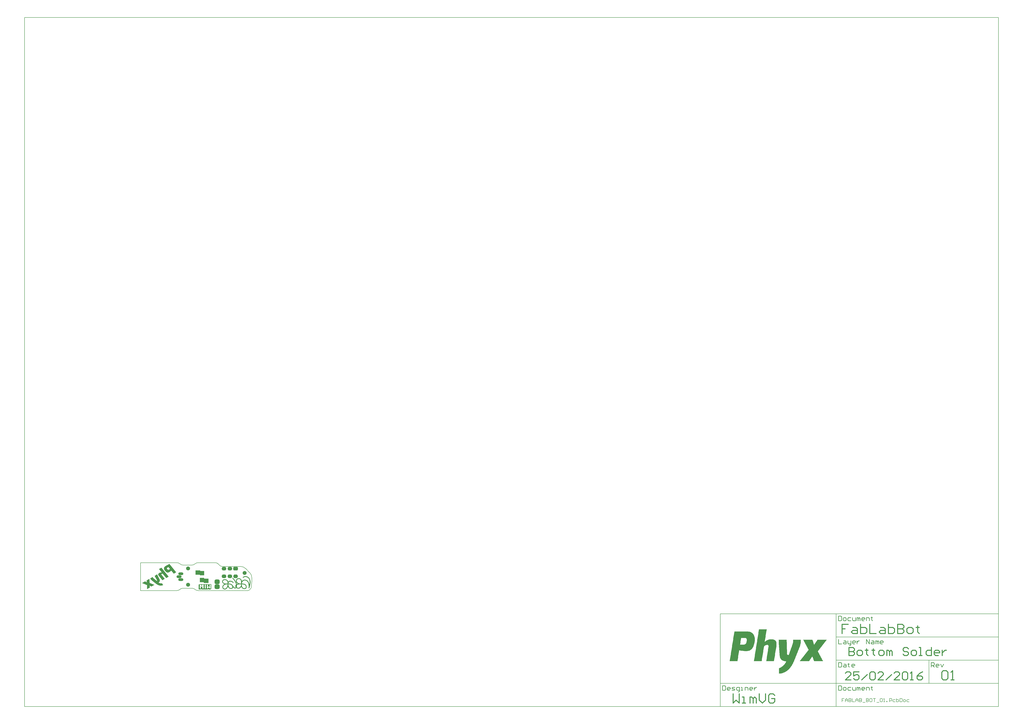
<source format=gbs>
G04 Layer_Color=16711935*
%FSLAX25Y25*%
%MOIN*%
G70*
G01*
G75*
%ADD12C,0.01575*%
%ADD13C,0.00787*%
%ADD14C,0.00984*%
%ADD27R,0.08064X0.07690*%
%ADD28R,0.08083X0.07690*%
G04:AMPARAMS|DCode=29|XSize=78.87mil|YSize=63.12mil|CornerRadius=17.78mil|HoleSize=0mil|Usage=FLASHONLY|Rotation=180.000|XOffset=0mil|YOffset=0mil|HoleType=Round|Shape=RoundedRectangle|*
%AMROUNDEDRECTD29*
21,1,0.07887,0.02756,0,0,180.0*
21,1,0.04331,0.06312,0,0,180.0*
1,1,0.03556,-0.02165,0.01378*
1,1,0.03556,0.02165,0.01378*
1,1,0.03556,0.02165,-0.01378*
1,1,0.03556,-0.02165,-0.01378*
%
%ADD29ROUNDEDRECTD29*%
%ADD30O,0.07887X0.06312*%
%ADD31O,0.08674X0.04737*%
%ADD32O,0.08674X0.04737*%
%ADD33R,0.07690X0.07690*%
%ADD34C,0.06706*%
G04:AMPARAMS|DCode=35|XSize=86.74mil|YSize=76.9mil|CornerRadius=21.22mil|HoleSize=0mil|Usage=FLASHONLY|Rotation=0.000|XOffset=0mil|YOffset=0mil|HoleType=Round|Shape=RoundedRectangle|*
%AMROUNDEDRECTD35*
21,1,0.08674,0.03445,0,0,0.0*
21,1,0.04429,0.07690,0,0,0.0*
1,1,0.04245,0.02215,-0.01722*
1,1,0.04245,-0.02215,-0.01722*
1,1,0.04245,-0.02215,0.01722*
1,1,0.04245,0.02215,0.01722*
%
%ADD35ROUNDEDRECTD35*%
G36*
X28229Y27373D02*
X28139Y27322D01*
X28191Y27233D01*
X28242Y27144D01*
X28294Y27054D01*
X28345Y26965D01*
X28397Y26876D01*
X28448Y26787D01*
X28500Y26698D01*
X28551Y26609D01*
X28603Y26519D01*
X28654Y26430D01*
X28706Y26341D01*
X28757Y26252D01*
X28809Y26163D01*
X28860Y26074D01*
X28912Y25984D01*
X28963Y25895D01*
X28874Y25844D01*
X28925Y25754D01*
X28977Y25665D01*
X29028Y25576D01*
X29080Y25487D01*
X29131Y25398D01*
X29183Y25309D01*
X29234Y25220D01*
X29286Y25130D01*
X29337Y25041D01*
X29389Y24952D01*
X29440Y24863D01*
X29492Y24774D01*
X29543Y24685D01*
X29595Y24595D01*
X29506Y24544D01*
X29557Y24455D01*
X29609Y24366D01*
X29660Y24276D01*
X29711Y24187D01*
X29763Y24098D01*
X29814Y24009D01*
X29866Y23920D01*
X29917Y23831D01*
X29969Y23742D01*
X30020Y23652D01*
X30072Y23563D01*
X30123Y23474D01*
X30175Y23385D01*
X30226Y23296D01*
X30278Y23206D01*
X30329Y23117D01*
X30240Y23066D01*
X30292Y22977D01*
X30343Y22887D01*
X30395Y22798D01*
X30446Y22709D01*
X30498Y22620D01*
X30549Y22531D01*
X30601Y22442D01*
X30652Y22353D01*
X30703Y22263D01*
X30755Y22174D01*
X30806Y22085D01*
X30858Y21996D01*
X30909Y21907D01*
X30961Y21817D01*
X31012Y21728D01*
X31064Y21639D01*
X30975Y21588D01*
X31026Y21498D01*
X31078Y21409D01*
X31129Y21320D01*
X31181Y21231D01*
X31232Y21142D01*
X31283Y21053D01*
X31335Y20964D01*
X31386Y20874D01*
X31438Y20785D01*
X31489Y20696D01*
X31541Y20607D01*
X31592Y20518D01*
X31644Y20428D01*
X31695Y20339D01*
X31747Y20250D01*
X31658Y20199D01*
X31709Y20109D01*
X31761Y20020D01*
X31812Y19931D01*
X31863Y19842D01*
X31915Y19753D01*
X31967Y19664D01*
X32018Y19575D01*
X32070Y19485D01*
X32121Y19396D01*
X32172Y19307D01*
X32224Y19218D01*
X32275Y19129D01*
X32327Y19039D01*
X32378Y18950D01*
X32430Y18861D01*
X32341Y18810D01*
X32392Y18721D01*
X32444Y18631D01*
X32495Y18542D01*
X32547Y18453D01*
X32598Y18364D01*
X32649Y18275D01*
X32701Y18185D01*
X32612Y18134D01*
X32663Y18045D01*
X32715Y17956D01*
X32766Y17867D01*
X32818Y17777D01*
X32729Y17726D01*
X32780Y17637D01*
X32832Y17548D01*
X32883Y17458D01*
X32794Y17407D01*
X32845Y17318D01*
X32897Y17229D01*
X32808Y17177D01*
X32859Y17088D01*
X32911Y16999D01*
X32822Y16947D01*
X32873Y16858D01*
X32924Y16769D01*
X32835Y16717D01*
X32887Y16628D01*
X32798Y16577D01*
X32849Y16488D01*
X32901Y16398D01*
X32811Y16347D01*
X32863Y16258D01*
X32774Y16206D01*
X32825Y16117D01*
X32736Y16066D01*
X32787Y15977D01*
X32698Y15925D01*
X32750Y15836D01*
X32661Y15785D01*
X32712Y15695D01*
X32534Y15592D01*
X32585Y15503D01*
X32496Y15452D01*
X32548Y15362D01*
X32369Y15260D01*
X32421Y15170D01*
X32153Y15016D01*
X32205Y14927D01*
X32026Y14824D01*
X32078Y14735D01*
X31721Y14529D01*
X31773Y14439D01*
X31148Y14079D01*
X31200Y13990D01*
X30665Y13681D01*
X30716Y13592D01*
X30768Y13503D01*
X30857Y13554D01*
X30909Y13465D01*
X30960Y13376D01*
X31049Y13428D01*
X31101Y13338D01*
X31152Y13249D01*
X31241Y13301D01*
X31293Y13211D01*
X31382Y13263D01*
X31433Y13174D01*
X31485Y13084D01*
X31574Y13136D01*
X31626Y13047D01*
X31677Y12958D01*
X31766Y13009D01*
X31818Y12920D01*
X31907Y12971D01*
X31958Y12882D01*
X32010Y12793D01*
X32099Y12845D01*
X32151Y12755D01*
X32240Y12807D01*
X32291Y12718D01*
X32380Y12769D01*
X32432Y12680D01*
X32483Y12591D01*
X32572Y12642D01*
X32624Y12553D01*
X32713Y12605D01*
X32765Y12516D01*
X32854Y12567D01*
X32905Y12478D01*
X32994Y12529D01*
X33046Y12440D01*
X33135Y12492D01*
X33187Y12403D01*
X33276Y12454D01*
X33327Y12365D01*
X33416Y12416D01*
X33468Y12327D01*
X33557Y12379D01*
X33608Y12290D01*
X33698Y12341D01*
X33749Y12252D01*
X33838Y12303D01*
X33890Y12214D01*
X33979Y12266D01*
X34030Y12176D01*
X34209Y12279D01*
X34260Y12190D01*
X34349Y12242D01*
X34401Y12152D01*
X34490Y12204D01*
X34541Y12115D01*
X34720Y12218D01*
X34771Y12129D01*
X34861Y12180D01*
X34912Y12091D01*
X35090Y12194D01*
X35142Y12105D01*
X35231Y12156D01*
X35282Y12067D01*
X35461Y12170D01*
X35512Y12081D01*
X35691Y12184D01*
X35742Y12095D01*
X35920Y12198D01*
X35972Y12108D01*
X36150Y12211D01*
X36202Y12122D01*
X36380Y12225D01*
X36432Y12136D01*
X36610Y12239D01*
X36661Y12150D01*
X36713Y12061D01*
X36764Y11971D01*
X36816Y11882D01*
X36867Y11793D01*
X36919Y11704D01*
X36970Y11615D01*
X37022Y11526D01*
X37073Y11436D01*
X37125Y11347D01*
X37176Y11258D01*
X37228Y11169D01*
X37279Y11080D01*
X37330Y10991D01*
X37382Y10902D01*
X37433Y10812D01*
X37485Y10723D01*
X37536Y10634D01*
X37588Y10545D01*
X37639Y10456D01*
X37691Y10367D01*
X37742Y10277D01*
X37794Y10188D01*
X37845Y10099D01*
X37897Y10010D01*
X37948Y9921D01*
X38000Y9832D01*
X38051Y9742D01*
X38103Y9653D01*
X38154Y9564D01*
X38206Y9475D01*
X38257Y9386D01*
X38309Y9296D01*
X38219Y9245D01*
X38168Y9334D01*
X37544Y8974D01*
X37492Y9063D01*
X36957Y8754D01*
X36906Y8843D01*
X36549Y8637D01*
X36498Y8726D01*
X36141Y8521D01*
X36090Y8610D01*
X35822Y8455D01*
X35771Y8545D01*
X35592Y8442D01*
X35541Y8531D01*
X35273Y8376D01*
X35222Y8465D01*
X35043Y8363D01*
X34992Y8452D01*
X34814Y8349D01*
X34762Y8438D01*
X34584Y8335D01*
X34532Y8424D01*
X34354Y8321D01*
X34303Y8410D01*
X34124Y8307D01*
X34073Y8396D01*
X33984Y8345D01*
X33932Y8434D01*
X33754Y8331D01*
X33702Y8420D01*
X33613Y8369D01*
X33562Y8458D01*
X33383Y8355D01*
X33332Y8444D01*
X33243Y8393D01*
X33191Y8482D01*
X33013Y8379D01*
X32961Y8468D01*
X32872Y8417D01*
X32821Y8506D01*
X32732Y8454D01*
X32680Y8544D01*
X32591Y8492D01*
X32539Y8581D01*
X32450Y8530D01*
X32399Y8619D01*
X32221Y8516D01*
X32169Y8605D01*
X32080Y8554D01*
X32028Y8643D01*
X31939Y8591D01*
X31888Y8680D01*
X31799Y8629D01*
X31747Y8718D01*
X31658Y8667D01*
X31606Y8756D01*
X31517Y8704D01*
X31466Y8794D01*
X31377Y8742D01*
X31325Y8831D01*
X31236Y8780D01*
X31185Y8869D01*
X31133Y8958D01*
X31044Y8907D01*
X30992Y8996D01*
X30903Y8944D01*
X30852Y9033D01*
X30762Y8982D01*
X30711Y9071D01*
X30622Y9020D01*
X30570Y9109D01*
X30481Y9057D01*
X30430Y9146D01*
X30378Y9236D01*
X30289Y9184D01*
X30238Y9273D01*
X30149Y9222D01*
X30097Y9311D01*
X30008Y9260D01*
X29956Y9349D01*
X29905Y9438D01*
X29816Y9386D01*
X29764Y9476D01*
X29675Y9424D01*
X29624Y9513D01*
X29572Y9602D01*
X29483Y9551D01*
X29432Y9640D01*
X29342Y9589D01*
X29291Y9678D01*
X29202Y9626D01*
X29150Y9715D01*
X29099Y9805D01*
X29010Y9753D01*
X28958Y9842D01*
X28907Y9932D01*
X28817Y9880D01*
X28766Y9969D01*
X28677Y9918D01*
X28625Y10007D01*
X28574Y10096D01*
X28485Y10045D01*
X28433Y10134D01*
X28382Y10223D01*
X28293Y10171D01*
X28241Y10261D01*
X28190Y10350D01*
X28100Y10298D01*
X28049Y10387D01*
X27997Y10477D01*
X27908Y10425D01*
X27857Y10514D01*
X27768Y10463D01*
X27716Y10552D01*
X27665Y10641D01*
X27613Y10730D01*
X27524Y10679D01*
X27472Y10768D01*
X27383Y10717D01*
X27332Y10806D01*
X27280Y10895D01*
X27229Y10984D01*
X27140Y10932D01*
X27088Y11022D01*
X27037Y11111D01*
X26948Y11059D01*
X26896Y11148D01*
X26845Y11238D01*
X26755Y11186D01*
X26704Y11275D01*
X26653Y11365D01*
X26563Y11313D01*
X26512Y11402D01*
X26460Y11491D01*
X26409Y11581D01*
X26320Y11529D01*
X26268Y11618D01*
X26217Y11707D01*
X26128Y11656D01*
X26076Y11745D01*
X26025Y11834D01*
X25973Y11923D01*
X25884Y11872D01*
X25833Y11961D01*
X25781Y12050D01*
X25692Y11999D01*
X25640Y12088D01*
X25589Y12177D01*
X25537Y12266D01*
X25448Y12215D01*
X25397Y12304D01*
X25345Y12393D01*
X25256Y12342D01*
X25205Y12431D01*
X25153Y12520D01*
X25102Y12609D01*
X25012Y12558D01*
X24961Y12647D01*
X24910Y12736D01*
X24820Y12685D01*
X24769Y12774D01*
X24717Y12863D01*
X24666Y12952D01*
X24577Y12901D01*
X24525Y12990D01*
X24474Y13079D01*
X24385Y13027D01*
X24333Y13117D01*
X24282Y13206D01*
X24230Y13295D01*
X24141Y13243D01*
X24090Y13333D01*
X24038Y13422D01*
X23949Y13370D01*
X23898Y13460D01*
X23846Y13549D01*
X23795Y13638D01*
X23705Y13586D01*
X23654Y13676D01*
X23602Y13765D01*
X23513Y13713D01*
X23462Y13802D01*
X23410Y13892D01*
X23359Y13981D01*
X23270Y13929D01*
X23218Y14018D01*
X23167Y14108D01*
X23077Y14056D01*
X23026Y14145D01*
X22975Y14234D01*
X22923Y14323D01*
X22834Y14272D01*
X22782Y14361D01*
X22731Y14450D01*
X22642Y14399D01*
X22590Y14488D01*
X22539Y14577D01*
X22487Y14666D01*
X22398Y14615D01*
X22347Y14704D01*
X22295Y14793D01*
X22206Y14742D01*
X22154Y14831D01*
X22103Y14920D01*
X22052Y15009D01*
X21962Y14958D01*
X21911Y15047D01*
X21859Y15136D01*
X21770Y15085D01*
X21719Y15174D01*
X21667Y15263D01*
X21616Y15352D01*
X21527Y15301D01*
X21475Y15390D01*
X21424Y15479D01*
X21335Y15428D01*
X21283Y15517D01*
X21232Y15606D01*
X21180Y15695D01*
X21091Y15643D01*
X21039Y15733D01*
X20988Y15822D01*
X20899Y15770D01*
X20847Y15859D01*
X20796Y15949D01*
X20744Y16038D01*
X20655Y15986D01*
X20604Y16075D01*
X20552Y16165D01*
X20463Y16113D01*
X20412Y16202D01*
X20360Y16292D01*
X20309Y16381D01*
X20220Y16329D01*
X20168Y16419D01*
X20117Y16508D01*
X20027Y16456D01*
X19976Y16545D01*
X19924Y16634D01*
X19873Y16724D01*
X19784Y16672D01*
X19732Y16761D01*
X19681Y16850D01*
X19592Y16799D01*
X19540Y16888D01*
X19489Y16977D01*
X19399Y16926D01*
X19348Y17015D01*
X19297Y17104D01*
X19245Y17193D01*
X19156Y17142D01*
X19104Y17231D01*
X19053Y17320D01*
X19001Y17409D01*
X18912Y17358D01*
X18861Y17447D01*
X18809Y17536D01*
X18758Y17625D01*
X18669Y17574D01*
X18617Y17663D01*
X18566Y17752D01*
X18514Y17841D01*
X18425Y17790D01*
X18374Y17879D01*
X18322Y17968D01*
X18271Y18057D01*
X18219Y18147D01*
X18130Y18095D01*
X18079Y18184D01*
X18027Y18273D01*
X17976Y18363D01*
X17924Y18452D01*
X17835Y18400D01*
X17783Y18489D01*
X17732Y18579D01*
X17680Y18668D01*
X17629Y18757D01*
X17577Y18846D01*
X17488Y18795D01*
X17437Y18884D01*
X17385Y18973D01*
X17334Y19062D01*
X17282Y19151D01*
X17231Y19241D01*
X17179Y19330D01*
X17128Y19419D01*
X17076Y19508D01*
X17025Y19597D01*
X16973Y19686D01*
X16922Y19775D01*
X16871Y19865D01*
X16819Y19954D01*
X16768Y20043D01*
X16716Y20132D01*
X16665Y20221D01*
X16613Y20310D01*
X16562Y20400D01*
X16510Y20489D01*
X16459Y20578D01*
X16407Y20667D01*
X20420Y22984D01*
X20471Y22895D01*
X20523Y22805D01*
X20574Y22716D01*
X20626Y22627D01*
X20677Y22538D01*
X20729Y22449D01*
X20780Y22360D01*
X20832Y22270D01*
X20883Y22181D01*
X20934Y22092D01*
X21024Y22144D01*
X21075Y22054D01*
X21127Y21965D01*
X21178Y21876D01*
X21230Y21787D01*
X21281Y21698D01*
X21332Y21609D01*
X21422Y21660D01*
X21473Y21571D01*
X21525Y21482D01*
X21576Y21393D01*
X21628Y21303D01*
X21679Y21214D01*
X21768Y21266D01*
X21820Y21177D01*
X21871Y21087D01*
X21923Y20998D01*
X21974Y20909D01*
X22063Y20960D01*
X22115Y20871D01*
X22166Y20782D01*
X22218Y20693D01*
X22269Y20604D01*
X22358Y20655D01*
X22410Y20566D01*
X22461Y20477D01*
X22513Y20388D01*
X22602Y20439D01*
X22654Y20350D01*
X22705Y20261D01*
X22757Y20172D01*
X22846Y20223D01*
X22897Y20134D01*
X22949Y20045D01*
X23000Y19956D01*
X23089Y20007D01*
X23141Y19918D01*
X23192Y19829D01*
X23281Y19880D01*
X23333Y19791D01*
X23384Y19702D01*
X23436Y19613D01*
X23525Y19664D01*
X23576Y19575D01*
X23628Y19486D01*
X23679Y19397D01*
X23769Y19448D01*
X23820Y19359D01*
X23872Y19270D01*
X23923Y19181D01*
X24012Y19232D01*
X24064Y19143D01*
X24115Y19054D01*
X24204Y19105D01*
X24256Y19016D01*
X24307Y18927D01*
X24359Y18838D01*
X24448Y18890D01*
X24499Y18800D01*
X24551Y18711D01*
X24602Y18622D01*
X24692Y18674D01*
X24743Y18584D01*
X24794Y18495D01*
X24846Y18406D01*
X24935Y18458D01*
X24987Y18368D01*
X25038Y18279D01*
X25127Y18331D01*
X25179Y18241D01*
X25230Y18152D01*
X25282Y18063D01*
X25371Y18115D01*
X25422Y18025D01*
X25474Y17936D01*
X25525Y17847D01*
X25615Y17899D01*
X25666Y17809D01*
X25717Y17720D01*
X25769Y17631D01*
X25858Y17683D01*
X25910Y17593D01*
X25961Y17504D01*
X26050Y17556D01*
X26102Y17467D01*
X26153Y17377D01*
X26205Y17288D01*
X26294Y17340D01*
X26345Y17251D01*
X26397Y17161D01*
X26448Y17072D01*
X26537Y17124D01*
X26589Y17034D01*
X26640Y16945D01*
X26692Y16856D01*
X26781Y16908D01*
X26833Y16818D01*
X26884Y16729D01*
X26935Y16640D01*
X27025Y16692D01*
X27076Y16602D01*
X27128Y16513D01*
X27217Y16565D01*
X27268Y16476D01*
X27320Y16386D01*
X27371Y16297D01*
X27460Y16349D01*
X27512Y16260D01*
X27779Y16414D01*
X27728Y16503D01*
X27995Y16658D01*
X27944Y16747D01*
X28033Y16798D01*
X27982Y16887D01*
X28071Y16939D01*
X28019Y17028D01*
X28109Y17079D01*
X28057Y17169D01*
X28005Y17258D01*
X27954Y17347D01*
X28043Y17399D01*
X27992Y17488D01*
X27940Y17577D01*
X27889Y17666D01*
X27837Y17755D01*
X27786Y17844D01*
X27734Y17933D01*
X27683Y18023D01*
X27631Y18112D01*
X27580Y18201D01*
X27528Y18290D01*
X27477Y18379D01*
X27425Y18469D01*
X27374Y18558D01*
X27322Y18647D01*
X27271Y18736D01*
X27220Y18825D01*
X27168Y18914D01*
X27117Y19004D01*
X27065Y19093D01*
X27014Y19182D01*
X26962Y19271D01*
X26911Y19360D01*
X26859Y19449D01*
X26808Y19538D01*
X26756Y19628D01*
X26705Y19717D01*
X26794Y19768D01*
X26742Y19858D01*
X26691Y19947D01*
X26602Y19895D01*
X26550Y19984D01*
X26639Y20036D01*
X26588Y20125D01*
X26537Y20214D01*
X26485Y20303D01*
X26434Y20392D01*
X26382Y20482D01*
X26331Y20571D01*
X26279Y20660D01*
X26228Y20749D01*
X26176Y20838D01*
X26125Y20928D01*
X26073Y21017D01*
X26022Y21106D01*
X25970Y21195D01*
X25919Y21284D01*
X25867Y21373D01*
X25816Y21463D01*
X25764Y21552D01*
X25713Y21641D01*
X25661Y21730D01*
X25610Y21819D01*
X25558Y21908D01*
X25507Y21997D01*
X25455Y22087D01*
X25404Y22176D01*
X25352Y22265D01*
X25301Y22354D01*
X25249Y22443D01*
X25198Y22533D01*
X25146Y22622D01*
X25095Y22711D01*
X25043Y22800D01*
X24992Y22889D01*
X24941Y22978D01*
X24889Y23067D01*
X24838Y23157D01*
X24786Y23246D01*
X24735Y23335D01*
X24683Y23424D01*
X24632Y23513D01*
X24580Y23603D01*
X24529Y23692D01*
X24618Y23743D01*
X24566Y23832D01*
X24515Y23922D01*
X24464Y24011D01*
X24412Y24100D01*
X24361Y24189D01*
X24309Y24278D01*
X24258Y24367D01*
X24206Y24456D01*
X24155Y24546D01*
X24103Y24635D01*
X24052Y24724D01*
X24000Y24813D01*
X23949Y24902D01*
X23897Y24992D01*
X28177Y27463D01*
X28229Y27373D01*
D02*
G37*
G36*
X15210Y19857D02*
X15121Y19806D01*
X15173Y19717D01*
X15224Y19627D01*
X15135Y19576D01*
X15187Y19487D01*
X15097Y19435D01*
X15149Y19346D01*
X15200Y19257D01*
X15111Y19206D01*
X15163Y19116D01*
X15214Y19027D01*
X15125Y18976D01*
X15176Y18887D01*
X15228Y18797D01*
X15139Y18746D01*
X15190Y18657D01*
X15242Y18568D01*
X15152Y18516D01*
X15204Y18427D01*
X15255Y18338D01*
X15166Y18286D01*
X15218Y18197D01*
X15269Y18108D01*
X15180Y18056D01*
X15232Y17967D01*
X15142Y17916D01*
X15194Y17827D01*
X15245Y17737D01*
X15156Y17686D01*
X15208Y17597D01*
X15259Y17508D01*
X15170Y17456D01*
X15221Y17367D01*
X15273Y17278D01*
X15184Y17226D01*
X15235Y17137D01*
X15287Y17048D01*
X15198Y16996D01*
X15249Y16907D01*
X15301Y16818D01*
X15211Y16767D01*
X15263Y16678D01*
X15314Y16588D01*
X15225Y16537D01*
X15277Y16448D01*
X15328Y16359D01*
X15239Y16307D01*
X15290Y16218D01*
X15201Y16166D01*
X15253Y16077D01*
X15304Y15988D01*
X15215Y15937D01*
X15267Y15847D01*
X15318Y15758D01*
X15229Y15707D01*
X15280Y15618D01*
X15332Y15529D01*
X15243Y15477D01*
X15294Y15388D01*
X15346Y15299D01*
X15256Y15247D01*
X15308Y15158D01*
X15359Y15069D01*
X15270Y15017D01*
X15322Y14928D01*
X15373Y14839D01*
X15284Y14787D01*
X15336Y14698D01*
X15246Y14647D01*
X15298Y14558D01*
X15349Y14469D01*
X15260Y14417D01*
X15312Y14328D01*
X15363Y14239D01*
X15274Y14187D01*
X15325Y14098D01*
X15377Y14009D01*
X15288Y13958D01*
X15339Y13868D01*
X15391Y13779D01*
X15302Y13728D01*
X15353Y13638D01*
X15404Y13549D01*
X15315Y13498D01*
X15367Y13409D01*
X15418Y13319D01*
X15329Y13268D01*
X15381Y13179D01*
X15291Y13127D01*
X15343Y13038D01*
X15394Y12949D01*
X15446Y12860D01*
X15535Y12911D01*
X15586Y12822D01*
X15638Y12733D01*
X15727Y12785D01*
X15779Y12695D01*
X15868Y12747D01*
X15919Y12658D01*
X16008Y12709D01*
X16060Y12620D01*
X16149Y12672D01*
X16201Y12582D01*
X16252Y12493D01*
X16341Y12545D01*
X16393Y12455D01*
X16482Y12507D01*
X16533Y12418D01*
X16623Y12469D01*
X16674Y12380D01*
X16725Y12291D01*
X16815Y12342D01*
X16866Y12253D01*
X16955Y12305D01*
X17007Y12216D01*
X17096Y12267D01*
X17147Y12178D01*
X17237Y12229D01*
X17288Y12140D01*
X17339Y12051D01*
X17429Y12103D01*
X17480Y12013D01*
X17569Y12065D01*
X17621Y11976D01*
X17710Y12027D01*
X17762Y11938D01*
X17851Y11989D01*
X17902Y11900D01*
X17954Y11811D01*
X18043Y11863D01*
X18094Y11773D01*
X18183Y11825D01*
X18235Y11736D01*
X18324Y11787D01*
X18375Y11698D01*
X18427Y11609D01*
X18516Y11660D01*
X18568Y11571D01*
X18657Y11623D01*
X18708Y11534D01*
X18798Y11585D01*
X18849Y11496D01*
X18938Y11547D01*
X18990Y11458D01*
X19041Y11369D01*
X19130Y11420D01*
X19182Y11331D01*
X19271Y11383D01*
X19322Y11294D01*
X19412Y11345D01*
X19463Y11256D01*
X19514Y11167D01*
X19604Y11218D01*
X19655Y11129D01*
X19744Y11180D01*
X19796Y11091D01*
X19885Y11143D01*
X19936Y11054D01*
X20026Y11105D01*
X20077Y11016D01*
X20129Y10927D01*
X20218Y10978D01*
X20269Y10889D01*
X20358Y10941D01*
X20410Y10851D01*
X20499Y10903D01*
X20550Y10814D01*
X20602Y10725D01*
X20691Y10776D01*
X20743Y10687D01*
X20832Y10738D01*
X20883Y10649D01*
X20973Y10701D01*
X21024Y10611D01*
X21113Y10663D01*
X21165Y10574D01*
X21216Y10485D01*
X21305Y10536D01*
X21357Y10447D01*
X21446Y10498D01*
X21497Y10409D01*
X21587Y10461D01*
X21638Y10372D01*
X21727Y10423D01*
X21779Y10334D01*
X21830Y10245D01*
X21919Y10296D01*
X21971Y10207D01*
X22060Y10259D01*
X22111Y10169D01*
X22201Y10221D01*
X22252Y10132D01*
X22304Y10042D01*
X22393Y10094D01*
X22444Y10005D01*
X22533Y10056D01*
X22585Y9967D01*
X22674Y10019D01*
X22726Y9929D01*
X22815Y9981D01*
X22866Y9892D01*
X22918Y9803D01*
X23007Y9854D01*
X23058Y9765D01*
X23147Y9816D01*
X23199Y9727D01*
X23288Y9779D01*
X23339Y9690D01*
X23429Y9741D01*
X23480Y9652D01*
X18487Y6769D01*
X18435Y6858D01*
X18384Y6947D01*
X18295Y6896D01*
X18243Y6985D01*
X18154Y6933D01*
X18103Y7023D01*
X18051Y7112D01*
X17962Y7060D01*
X17910Y7149D01*
X17821Y7098D01*
X17770Y7187D01*
X17718Y7276D01*
X17629Y7225D01*
X17578Y7314D01*
X17489Y7263D01*
X17437Y7352D01*
X17386Y7441D01*
X17296Y7389D01*
X17245Y7479D01*
X17156Y7427D01*
X17104Y7516D01*
X17053Y7605D01*
X16964Y7554D01*
X16912Y7643D01*
X16823Y7592D01*
X16772Y7681D01*
X16682Y7629D01*
X16631Y7718D01*
X16579Y7808D01*
X16490Y7756D01*
X16439Y7845D01*
X16350Y7794D01*
X16298Y7883D01*
X16247Y7972D01*
X16158Y7921D01*
X16106Y8010D01*
X16017Y7959D01*
X15965Y8048D01*
X15914Y8137D01*
X15825Y8085D01*
X15773Y8174D01*
X15684Y8123D01*
X15633Y8212D01*
X15581Y8301D01*
X15403Y8198D01*
X15454Y8109D01*
X15365Y8058D01*
X15416Y7969D01*
X15468Y7879D01*
X15519Y7790D01*
X15430Y7739D01*
X15482Y7650D01*
X15533Y7560D01*
X15585Y7471D01*
X15496Y7420D01*
X15547Y7331D01*
X15599Y7241D01*
X15650Y7152D01*
X15561Y7101D01*
X15612Y7012D01*
X15664Y6922D01*
X15575Y6871D01*
X15626Y6782D01*
X15678Y6693D01*
X15729Y6604D01*
X15640Y6552D01*
X15691Y6463D01*
X15743Y6374D01*
X15794Y6284D01*
X15705Y6233D01*
X15757Y6144D01*
X15808Y6055D01*
X15719Y6003D01*
X15770Y5914D01*
X15822Y5825D01*
X15874Y5736D01*
X15784Y5684D01*
X15836Y5595D01*
X15887Y5506D01*
X15939Y5417D01*
X15849Y5365D01*
X15901Y5276D01*
X11175Y2548D01*
X11124Y2637D01*
X11213Y2688D01*
X11161Y2777D01*
X11110Y2867D01*
X11199Y2918D01*
X11148Y3007D01*
X11096Y3096D01*
X11185Y3148D01*
X11134Y3237D01*
X11223Y3289D01*
X11171Y3378D01*
X11120Y3467D01*
X11209Y3518D01*
X11158Y3607D01*
X11106Y3697D01*
X11195Y3748D01*
X11144Y3837D01*
X11092Y3926D01*
X11182Y3978D01*
X11130Y4067D01*
X11079Y4156D01*
X11168Y4208D01*
X11116Y4297D01*
X11065Y4386D01*
X11154Y4438D01*
X11103Y4527D01*
X11051Y4616D01*
X11140Y4667D01*
X11089Y4757D01*
X11037Y4846D01*
X11127Y4897D01*
X11075Y4986D01*
X11164Y5038D01*
X11113Y5127D01*
X11061Y5216D01*
X11150Y5268D01*
X11099Y5357D01*
X11047Y5446D01*
X11137Y5497D01*
X11085Y5587D01*
X11034Y5676D01*
X11123Y5727D01*
X11071Y5816D01*
X11020Y5906D01*
X11109Y5957D01*
X11057Y6046D01*
X11006Y6135D01*
X11095Y6187D01*
X11044Y6276D01*
X10992Y6365D01*
X11081Y6417D01*
X11030Y6506D01*
X10978Y6595D01*
X11068Y6647D01*
X11016Y6736D01*
X11105Y6787D01*
X11054Y6876D01*
X11002Y6966D01*
X11091Y7017D01*
X11040Y7106D01*
X10988Y7195D01*
X11078Y7247D01*
X11026Y7336D01*
X10975Y7425D01*
X11064Y7477D01*
X11012Y7566D01*
X10961Y7655D01*
X11050Y7706D01*
X10999Y7796D01*
X10947Y7885D01*
X11036Y7936D01*
X10985Y8026D01*
X10933Y8115D01*
X11022Y8166D01*
X10971Y8255D01*
X10920Y8344D01*
X11009Y8396D01*
X10957Y8485D01*
X10906Y8574D01*
X10995Y8626D01*
X10943Y8715D01*
X11033Y8766D01*
X10981Y8856D01*
X10930Y8945D01*
X11019Y8996D01*
X10967Y9085D01*
X10916Y9174D01*
X11005Y9226D01*
X10954Y9315D01*
X10902Y9404D01*
X10813Y9353D01*
X10761Y9442D01*
X10672Y9391D01*
X10621Y9480D01*
X10532Y9428D01*
X10480Y9517D01*
X10391Y9466D01*
X10340Y9555D01*
X10288Y9644D01*
X10199Y9593D01*
X10147Y9682D01*
X10058Y9630D01*
X10007Y9720D01*
X9917Y9668D01*
X9866Y9757D01*
X9815Y9846D01*
X9725Y9795D01*
X9674Y9884D01*
X9585Y9833D01*
X9533Y9922D01*
X9444Y9870D01*
X9393Y9960D01*
X9303Y9908D01*
X9252Y9997D01*
X9200Y10086D01*
X9111Y10035D01*
X9060Y10124D01*
X8971Y10073D01*
X8919Y10162D01*
X8830Y10110D01*
X8779Y10199D01*
X8727Y10289D01*
X8638Y10237D01*
X8586Y10326D01*
X8497Y10275D01*
X8446Y10364D01*
X8357Y10312D01*
X8305Y10402D01*
X8254Y10491D01*
X8164Y10439D01*
X8113Y10528D01*
X8024Y10477D01*
X7972Y10566D01*
X7883Y10515D01*
X7832Y10604D01*
X7743Y10552D01*
X7691Y10642D01*
X7640Y10731D01*
X7550Y10679D01*
X7499Y10768D01*
X7410Y10717D01*
X7358Y10806D01*
X7269Y10755D01*
X7218Y10844D01*
X7166Y10933D01*
X7077Y10881D01*
X7025Y10971D01*
X6936Y10919D01*
X6885Y11008D01*
X6796Y10957D01*
X6744Y11046D01*
X6693Y11135D01*
X6604Y11084D01*
X6552Y11173D01*
X6463Y11121D01*
X6412Y11211D01*
X6322Y11159D01*
X6271Y11248D01*
X6182Y11197D01*
X6130Y11286D01*
X6079Y11375D01*
X5990Y11324D01*
X5938Y11413D01*
X5849Y11361D01*
X5797Y11451D01*
X5708Y11399D01*
X5657Y11488D01*
X5605Y11577D01*
X5516Y11526D01*
X5465Y11615D01*
X5376Y11564D01*
X5324Y11653D01*
X5235Y11601D01*
X5183Y11690D01*
X5132Y11779D01*
X5043Y11728D01*
X4991Y11817D01*
X4902Y11766D01*
X4851Y11855D01*
X4761Y11803D01*
X4710Y11893D01*
X4621Y11841D01*
X4569Y11930D01*
X4518Y12020D01*
X4429Y11968D01*
X4377Y12057D01*
X4288Y12006D01*
X4236Y12095D01*
X4147Y12043D01*
X4096Y12133D01*
X4044Y12222D01*
X3955Y12170D01*
X3904Y12259D01*
X3814Y12208D01*
X3763Y12297D01*
X3674Y12246D01*
X3622Y12335D01*
X3533Y12283D01*
X3482Y12372D01*
X3430Y12462D01*
X3341Y12410D01*
X3290Y12499D01*
X3201Y12448D01*
X3149Y12537D01*
X3060Y12485D01*
X3008Y12575D01*
X2957Y12664D01*
X2868Y12612D01*
X2816Y12701D01*
X2727Y12650D01*
X2676Y12739D01*
X7580Y15571D01*
X7631Y15481D01*
X7720Y15533D01*
X7772Y15444D01*
X7823Y15355D01*
X7913Y15406D01*
X7964Y15317D01*
X8053Y15368D01*
X8105Y15279D01*
X8156Y15190D01*
X8245Y15242D01*
X8297Y15152D01*
X8386Y15204D01*
X8437Y15115D01*
X8489Y15025D01*
X8578Y15077D01*
X8630Y14988D01*
X8719Y15039D01*
X8770Y14950D01*
X8822Y14861D01*
X8911Y14912D01*
X8962Y14823D01*
X9052Y14875D01*
X9103Y14786D01*
X9154Y14696D01*
X9244Y14748D01*
X9295Y14659D01*
X9384Y14710D01*
X9436Y14621D01*
X9487Y14532D01*
X9576Y14583D01*
X9628Y14494D01*
X9717Y14546D01*
X9769Y14457D01*
X9820Y14367D01*
X9909Y14419D01*
X9961Y14330D01*
X10050Y14381D01*
X10101Y14292D01*
X10153Y14203D01*
X10242Y14254D01*
X10293Y14165D01*
X10383Y14217D01*
X10434Y14127D01*
X10486Y14038D01*
X10575Y14090D01*
X10626Y14001D01*
X10715Y14052D01*
X10767Y13963D01*
X10945Y14066D01*
X10894Y14155D01*
X10842Y14244D01*
X10791Y14333D01*
X10739Y14423D01*
X10828Y14474D01*
X10777Y14563D01*
X10725Y14652D01*
X10674Y14741D01*
X10763Y14793D01*
X10712Y14882D01*
X10660Y14971D01*
X10609Y15060D01*
X10698Y15112D01*
X10646Y15201D01*
X10595Y15290D01*
X10543Y15380D01*
X10633Y15431D01*
X10581Y15520D01*
X10530Y15609D01*
X10478Y15698D01*
X10567Y15750D01*
X10516Y15839D01*
X10464Y15928D01*
X10413Y16017D01*
X10502Y16069D01*
X10451Y16158D01*
X10399Y16247D01*
X10348Y16336D01*
X10437Y16388D01*
X10385Y16477D01*
X10334Y16566D01*
X10282Y16655D01*
X10372Y16707D01*
X10320Y16796D01*
X10268Y16885D01*
X10217Y16974D01*
X10306Y17026D01*
X10255Y17115D01*
X15159Y19946D01*
X15210Y19857D01*
D02*
G37*
G36*
X120079Y10038D02*
Y9123D01*
Y8188D01*
Y7253D01*
Y6328D01*
Y5393D01*
Y4458D01*
Y3543D01*
Y2628D01*
X119154D01*
Y1713D01*
X115444D01*
Y2628D01*
X114509D01*
Y1713D01*
X110800D01*
Y2628D01*
X110790D01*
Y1713D01*
X103370D01*
Y2628D01*
X102436D01*
Y1713D01*
X98726D01*
Y2628D01*
Y3543D01*
Y4458D01*
Y5393D01*
Y6328D01*
Y7253D01*
Y8188D01*
Y9123D01*
Y10038D01*
X99641D01*
Y10972D01*
X103370D01*
Y10038D01*
X104305D01*
Y10972D01*
X108005D01*
Y10038D01*
X108015D01*
Y10972D01*
X115444D01*
Y10038D01*
X116379D01*
Y10972D01*
X120079D01*
Y10038D01*
D02*
G37*
G36*
X35432Y38784D02*
X35483Y38695D01*
X35535Y38606D01*
X35624Y38657D01*
X35675Y38568D01*
X35727Y38479D01*
X35778Y38390D01*
X35830Y38301D01*
X35881Y38212D01*
X35933Y38122D01*
X35984Y38033D01*
X36073Y38085D01*
X36125Y37995D01*
X36176Y37906D01*
X36228Y37817D01*
X36279Y37728D01*
X36331Y37639D01*
X36382Y37550D01*
X36471Y37601D01*
X36523Y37512D01*
X36574Y37423D01*
X36626Y37334D01*
X36677Y37244D01*
X36729Y37155D01*
X36780Y37066D01*
X36869Y37118D01*
X36921Y37028D01*
X36972Y36939D01*
X37024Y36850D01*
X37075Y36761D01*
X37127Y36672D01*
X37178Y36583D01*
X37230Y36493D01*
X37319Y36545D01*
X37370Y36456D01*
X37422Y36367D01*
X37473Y36277D01*
X37525Y36188D01*
X37576Y36099D01*
X37628Y36010D01*
X37717Y36061D01*
X37768Y35972D01*
X37820Y35883D01*
X37871Y35794D01*
X37923Y35705D01*
X37974Y35616D01*
X38026Y35526D01*
X38115Y35578D01*
X38166Y35489D01*
X38218Y35400D01*
X38269Y35310D01*
X38321Y35221D01*
X38372Y35132D01*
X38424Y35043D01*
X38513Y35094D01*
X38565Y35005D01*
X38616Y34916D01*
X38668Y34827D01*
X38719Y34738D01*
X38770Y34649D01*
X38822Y34559D01*
X38873Y34470D01*
X38963Y34522D01*
X39014Y34433D01*
X39066Y34343D01*
X39117Y34254D01*
X39169Y34165D01*
X39220Y34076D01*
X39272Y33987D01*
X39361Y34038D01*
X39412Y33949D01*
X39464Y33860D01*
X39515Y33771D01*
X39567Y33681D01*
X39618Y33592D01*
X39669Y33503D01*
X39759Y33555D01*
X39810Y33465D01*
X39862Y33376D01*
X39913Y33287D01*
X39965Y33198D01*
X40016Y33109D01*
X40067Y33020D01*
X40119Y32930D01*
X40208Y32982D01*
X40260Y32893D01*
X40311Y32804D01*
X40363Y32715D01*
X40414Y32625D01*
X40466Y32536D01*
X40517Y32447D01*
X40606Y32498D01*
X40658Y32409D01*
X40709Y32320D01*
X40761Y32231D01*
X40812Y32142D01*
X40864Y32053D01*
X40915Y31964D01*
X41004Y32015D01*
X41056Y31926D01*
X41107Y31837D01*
X41159Y31747D01*
X41210Y31658D01*
X41262Y31569D01*
X41313Y31480D01*
X41402Y31532D01*
X41454Y31442D01*
X41505Y31353D01*
X41557Y31264D01*
X41608Y31175D01*
X41660Y31086D01*
X41711Y30996D01*
X41763Y30907D01*
X41852Y30959D01*
X41903Y30870D01*
X41955Y30780D01*
X42006Y30691D01*
X42058Y30602D01*
X42109Y30513D01*
X42161Y30424D01*
X42250Y30475D01*
X42301Y30386D01*
X42353Y30297D01*
X42404Y30208D01*
X42456Y30119D01*
X42507Y30029D01*
X42559Y29940D01*
X42648Y29992D01*
X42700Y29903D01*
X42751Y29813D01*
X42802Y29724D01*
X42854Y29635D01*
X42905Y29546D01*
X42957Y29457D01*
X43046Y29508D01*
X43097Y29419D01*
X43149Y29330D01*
X43200Y29241D01*
X43252Y29151D01*
X43303Y29062D01*
X43355Y28973D01*
X43406Y28884D01*
X43496Y28936D01*
X43547Y28846D01*
X43598Y28757D01*
X43650Y28668D01*
X43701Y28579D01*
X43753Y28490D01*
X43804Y28400D01*
X43894Y28452D01*
X43945Y28363D01*
X43997Y28274D01*
X44048Y28185D01*
X44100Y28095D01*
X44151Y28006D01*
X44203Y27917D01*
X44292Y27968D01*
X44343Y27879D01*
X44395Y27790D01*
X44446Y27701D01*
X44498Y27612D01*
X44549Y27523D01*
X44600Y27433D01*
X44652Y27344D01*
X44741Y27396D01*
X44793Y27307D01*
X44844Y27218D01*
X44896Y27128D01*
X44947Y27039D01*
X44999Y26950D01*
X45050Y26861D01*
X45139Y26912D01*
X45191Y26823D01*
X45242Y26734D01*
X45294Y26645D01*
X45345Y26556D01*
X45397Y26466D01*
X45448Y26377D01*
X45537Y26429D01*
X45589Y26340D01*
X45640Y26250D01*
X45692Y26161D01*
X45743Y26072D01*
X45795Y25983D01*
X45846Y25894D01*
X45935Y25945D01*
X45987Y25856D01*
X46038Y25767D01*
X46090Y25678D01*
X46141Y25589D01*
X46193Y25499D01*
X46244Y25410D01*
X46296Y25321D01*
X46385Y25372D01*
X46436Y25283D01*
X46488Y25194D01*
X46539Y25105D01*
X46591Y25016D01*
X46642Y24927D01*
X46694Y24837D01*
X46783Y24889D01*
X46834Y24800D01*
X46886Y24711D01*
X46937Y24622D01*
X46989Y24532D01*
X47040Y24443D01*
X47092Y24354D01*
X47181Y24406D01*
X47232Y24316D01*
X47284Y24227D01*
X47335Y24138D01*
X47387Y24049D01*
X47438Y23960D01*
X47490Y23870D01*
X47541Y23781D01*
X47631Y23833D01*
X47682Y23744D01*
X47733Y23654D01*
X43632Y21286D01*
X43580Y21376D01*
X43529Y21465D01*
X43440Y21413D01*
X43388Y21502D01*
X43337Y21592D01*
X43285Y21681D01*
X43234Y21770D01*
X43182Y21859D01*
X43131Y21948D01*
X43079Y22037D01*
X42990Y21986D01*
X42939Y22075D01*
X42887Y22164D01*
X42836Y22253D01*
X42784Y22343D01*
X42733Y22432D01*
X42681Y22521D01*
X42592Y22469D01*
X42541Y22559D01*
X42489Y22648D01*
X42438Y22737D01*
X42386Y22826D01*
X42335Y22915D01*
X42283Y23004D01*
X42194Y22953D01*
X42143Y23042D01*
X42091Y23131D01*
X42040Y23221D01*
X41988Y23310D01*
X41937Y23399D01*
X41885Y23488D01*
X41796Y23437D01*
X41745Y23526D01*
X41693Y23615D01*
X41642Y23704D01*
X41590Y23793D01*
X41539Y23882D01*
X41487Y23971D01*
X41436Y24061D01*
X41346Y24009D01*
X41295Y24098D01*
X41243Y24187D01*
X41192Y24277D01*
X41140Y24366D01*
X41089Y24455D01*
X41038Y24544D01*
X40948Y24493D01*
X40897Y24582D01*
X40845Y24671D01*
X40794Y24760D01*
X40742Y24849D01*
X40691Y24938D01*
X40639Y25028D01*
X40550Y24976D01*
X40499Y25065D01*
X40447Y25155D01*
X40396Y25244D01*
X40344Y25333D01*
X40293Y25422D01*
X40242Y25511D01*
X40190Y25600D01*
X40101Y25549D01*
X40049Y25638D01*
X39998Y25727D01*
X39946Y25816D01*
X39895Y25906D01*
X39843Y25995D01*
X39792Y26084D01*
X39703Y26032D01*
X39651Y26122D01*
X39600Y26211D01*
X39548Y26300D01*
X39497Y26389D01*
X39445Y26478D01*
X39394Y26567D01*
X39305Y26516D01*
X39253Y26605D01*
X39202Y26694D01*
X39150Y26783D01*
X39099Y26873D01*
X39047Y26962D01*
X38996Y27051D01*
X38907Y26999D01*
X38855Y27089D01*
X38804Y27178D01*
X38752Y27267D01*
X38701Y27356D01*
X38649Y27445D01*
X38598Y27534D01*
X38546Y27624D01*
X38457Y27572D01*
X38406Y27661D01*
X38354Y27751D01*
X38303Y27840D01*
X38251Y27929D01*
X38200Y28018D01*
X38148Y28107D01*
X38059Y28056D01*
X38008Y28145D01*
X37956Y28234D01*
X37905Y28323D01*
X37815Y28272D01*
X37764Y28361D01*
X37713Y28450D01*
X37623Y28398D01*
X37572Y28488D01*
X37483Y28436D01*
X37431Y28525D01*
X37253Y28422D01*
X37201Y28512D01*
X37112Y28460D01*
X37061Y28549D01*
X36882Y28446D01*
X36831Y28536D01*
X36564Y28381D01*
X36512Y28470D01*
X36066Y28213D01*
X36015Y28302D01*
X35480Y27993D01*
X35531Y27904D01*
X35353Y27801D01*
X35404Y27712D01*
X35315Y27660D01*
X35367Y27571D01*
X35278Y27520D01*
X35329Y27430D01*
X35380Y27341D01*
X35291Y27290D01*
X35343Y27201D01*
X35394Y27112D01*
X35446Y27022D01*
X35497Y26933D01*
X35549Y26844D01*
X35600Y26755D01*
X35689Y26806D01*
X35741Y26717D01*
X35792Y26628D01*
X35844Y26539D01*
X35895Y26450D01*
X35947Y26360D01*
X35998Y26271D01*
X36050Y26182D01*
X36139Y26234D01*
X36190Y26144D01*
X36242Y26055D01*
X36293Y25966D01*
X36345Y25877D01*
X36396Y25788D01*
X36448Y25699D01*
X36537Y25750D01*
X36588Y25661D01*
X36640Y25572D01*
X36691Y25483D01*
X36743Y25393D01*
X36794Y25304D01*
X36846Y25215D01*
X36897Y25126D01*
X36986Y25177D01*
X37038Y25088D01*
X37089Y24999D01*
X37141Y24910D01*
X37192Y24821D01*
X37244Y24732D01*
X37295Y24643D01*
X37385Y24694D01*
X37436Y24605D01*
X37487Y24516D01*
X37539Y24427D01*
X37590Y24337D01*
X37642Y24248D01*
X37693Y24159D01*
X37782Y24210D01*
X37834Y24121D01*
X37885Y24032D01*
X37937Y23943D01*
X37988Y23854D01*
X38040Y23765D01*
X38091Y23675D01*
X38181Y23727D01*
X38232Y23638D01*
X38284Y23549D01*
X38335Y23459D01*
X38386Y23370D01*
X38438Y23281D01*
X38489Y23192D01*
X38541Y23103D01*
X38630Y23154D01*
X38682Y23065D01*
X38733Y22976D01*
X38785Y22887D01*
X38836Y22797D01*
X38888Y22708D01*
X38939Y22619D01*
X39028Y22671D01*
X39080Y22581D01*
X39131Y22492D01*
X39183Y22403D01*
X39234Y22314D01*
X39285Y22225D01*
X39337Y22136D01*
X39388Y22047D01*
X39478Y22098D01*
X39529Y22009D01*
X39581Y21920D01*
X39632Y21831D01*
X39684Y21741D01*
X39735Y21652D01*
X39786Y21563D01*
X39876Y21614D01*
X39927Y21525D01*
X39979Y21436D01*
X40030Y21347D01*
X40082Y21258D01*
X40133Y21169D01*
X40185Y21080D01*
X40274Y21131D01*
X40325Y21042D01*
X40377Y20953D01*
X40428Y20864D01*
X40480Y20774D01*
X40531Y20685D01*
X40583Y20596D01*
X40634Y20507D01*
X40723Y20558D01*
X40775Y20469D01*
X40826Y20380D01*
X40878Y20291D01*
X40929Y20202D01*
X40981Y20112D01*
X41032Y20023D01*
X41121Y20075D01*
X41173Y19986D01*
X41224Y19896D01*
X37123Y17528D01*
X37071Y17617D01*
X37020Y17707D01*
X36931Y17655D01*
X36879Y17744D01*
X36828Y17834D01*
X36776Y17923D01*
X36725Y18012D01*
X36673Y18101D01*
X36622Y18190D01*
X36533Y18139D01*
X36481Y18228D01*
X36430Y18317D01*
X36378Y18406D01*
X36327Y18495D01*
X36275Y18585D01*
X36224Y18674D01*
X36172Y18763D01*
X36083Y18711D01*
X36031Y18801D01*
X35980Y18890D01*
X35928Y18979D01*
X35877Y19068D01*
X35826Y19157D01*
X35774Y19246D01*
X35685Y19195D01*
X35633Y19284D01*
X35582Y19373D01*
X35530Y19462D01*
X35479Y19552D01*
X35427Y19641D01*
X35376Y19730D01*
X35287Y19679D01*
X35235Y19768D01*
X35184Y19857D01*
X35132Y19946D01*
X35081Y20035D01*
X35029Y20124D01*
X34978Y20213D01*
X34889Y20162D01*
X34837Y20251D01*
X34786Y20340D01*
X34734Y20429D01*
X34683Y20519D01*
X34631Y20608D01*
X34580Y20697D01*
X34528Y20786D01*
X34439Y20735D01*
X34388Y20824D01*
X34336Y20913D01*
X34285Y21002D01*
X34233Y21091D01*
X34182Y21181D01*
X34130Y21270D01*
X34041Y21218D01*
X33990Y21307D01*
X33938Y21396D01*
X33887Y21486D01*
X33835Y21575D01*
X33784Y21664D01*
X33732Y21753D01*
X33643Y21702D01*
X33592Y21791D01*
X33540Y21880D01*
X33489Y21969D01*
X33437Y22058D01*
X33386Y22148D01*
X33334Y22237D01*
X33283Y22326D01*
X33194Y22274D01*
X33142Y22364D01*
X33091Y22453D01*
X33039Y22542D01*
X32988Y22631D01*
X32936Y22720D01*
X32885Y22809D01*
X32796Y22758D01*
X32744Y22847D01*
X32693Y22936D01*
X32641Y23025D01*
X32590Y23114D01*
X32538Y23204D01*
X32487Y23293D01*
X32398Y23241D01*
X32346Y23331D01*
X32295Y23420D01*
X32243Y23509D01*
X32192Y23598D01*
X32140Y23687D01*
X32089Y23776D01*
X31999Y23725D01*
X31948Y23814D01*
X31897Y23903D01*
X31845Y23992D01*
X31794Y24082D01*
X31742Y24171D01*
X31691Y24260D01*
X31639Y24349D01*
X31550Y24298D01*
X31499Y24387D01*
X31447Y24476D01*
X31396Y24565D01*
X31344Y24654D01*
X31293Y24743D01*
X31241Y24833D01*
X31190Y24922D01*
X31100Y24870D01*
X31049Y24960D01*
X30997Y25049D01*
X30946Y25138D01*
X30895Y25227D01*
X30843Y25316D01*
X30792Y25405D01*
X30740Y25495D01*
X30689Y25584D01*
X30637Y25673D01*
X30586Y25762D01*
X30534Y25851D01*
X30483Y25940D01*
X30431Y26029D01*
X30380Y26119D01*
X30328Y26208D01*
X30277Y26297D01*
X30225Y26386D01*
X30174Y26475D01*
X30263Y26527D01*
X30211Y26616D01*
X30160Y26705D01*
X30108Y26794D01*
X30057Y26883D01*
X30146Y26935D01*
X30095Y27024D01*
X30043Y27113D01*
X29992Y27202D01*
X30081Y27254D01*
X30029Y27343D01*
X29978Y27432D01*
X30067Y27484D01*
X30016Y27573D01*
X29964Y27662D01*
X30053Y27714D01*
X30002Y27803D01*
X30091Y27854D01*
X30040Y27943D01*
X30129Y27995D01*
X30077Y28084D01*
X30166Y28135D01*
X30115Y28225D01*
X30293Y28328D01*
X30242Y28417D01*
X30331Y28468D01*
X30279Y28557D01*
X30458Y28660D01*
X30406Y28749D01*
X30674Y28904D01*
X30622Y28993D01*
X30979Y29199D01*
X30928Y29288D01*
X32889Y30421D01*
X32941Y30332D01*
X33386Y30589D01*
X33438Y30500D01*
X33705Y30654D01*
X33757Y30565D01*
X33935Y30668D01*
X33987Y30579D01*
X34254Y30733D01*
X34306Y30644D01*
X34484Y30747D01*
X34536Y30658D01*
X34625Y30709D01*
X34676Y30620D01*
X34855Y30723D01*
X34906Y30634D01*
X35084Y30737D01*
X35136Y30648D01*
X35225Y30699D01*
X35276Y30610D01*
X35366Y30662D01*
X35417Y30573D01*
X35595Y30676D01*
X35647Y30586D01*
X35736Y30638D01*
X35788Y30549D01*
X35877Y30600D01*
X35928Y30511D01*
X36107Y30614D01*
X36055Y30703D01*
X36004Y30792D01*
X35914Y30741D01*
X35863Y30830D01*
X35811Y30919D01*
X35760Y31008D01*
X35708Y31097D01*
X35657Y31187D01*
X35606Y31276D01*
X35516Y31224D01*
X35465Y31313D01*
X35413Y31403D01*
X35362Y31492D01*
X35310Y31581D01*
X35259Y31670D01*
X35208Y31759D01*
X35156Y31848D01*
X35067Y31797D01*
X35015Y31886D01*
X34964Y31975D01*
X34912Y32065D01*
X34861Y32154D01*
X34809Y32243D01*
X34758Y32332D01*
X34669Y32280D01*
X34617Y32370D01*
X34566Y32459D01*
X34514Y32548D01*
X34463Y32637D01*
X34411Y32726D01*
X34360Y32816D01*
X34271Y32764D01*
X34219Y32853D01*
X34168Y32942D01*
X34116Y33031D01*
X34065Y33121D01*
X34013Y33210D01*
X33962Y33299D01*
X33873Y33248D01*
X33821Y33337D01*
X33770Y33426D01*
X33718Y33515D01*
X33667Y33604D01*
X33615Y33693D01*
X33564Y33783D01*
X33512Y33872D01*
X33423Y33820D01*
X33372Y33909D01*
X33320Y33999D01*
X33269Y34088D01*
X33217Y34177D01*
X33166Y34266D01*
X33114Y34355D01*
X33025Y34304D01*
X32974Y34393D01*
X32922Y34482D01*
X32871Y34571D01*
X32819Y34660D01*
X32768Y34749D01*
X32716Y34839D01*
X32627Y34787D01*
X32576Y34876D01*
X32524Y34966D01*
X32473Y35055D01*
X32421Y35144D01*
X32370Y35233D01*
X32318Y35322D01*
X32267Y35411D01*
X32178Y35360D01*
X32126Y35449D01*
X32075Y35538D01*
X32023Y35627D01*
X31972Y35717D01*
X31920Y35806D01*
X31869Y35895D01*
X31780Y35844D01*
X31728Y35933D01*
X31677Y36022D01*
X31625Y36111D01*
X31574Y36200D01*
X31522Y36289D01*
X31471Y36378D01*
X31381Y36327D01*
X31330Y36416D01*
X31278Y36505D01*
X35380Y38873D01*
X35432Y38784D01*
D02*
G37*
G36*
X49068Y45230D02*
X49119Y45141D01*
X49171Y45052D01*
X49222Y44963D01*
X49274Y44874D01*
X49325Y44785D01*
X49414Y44836D01*
X49466Y44747D01*
X49517Y44658D01*
X49569Y44568D01*
X49620Y44479D01*
X49672Y44390D01*
X49723Y44301D01*
X49812Y44352D01*
X49864Y44263D01*
X49915Y44174D01*
X49967Y44085D01*
X50018Y43996D01*
X50070Y43907D01*
X50121Y43817D01*
X50173Y43728D01*
X50262Y43780D01*
X50313Y43691D01*
X50365Y43601D01*
X50416Y43512D01*
X50468Y43423D01*
X50519Y43334D01*
X50571Y43245D01*
X50660Y43296D01*
X50711Y43207D01*
X50763Y43118D01*
X50814Y43029D01*
X50866Y42940D01*
X50917Y42850D01*
X50969Y42761D01*
X51058Y42813D01*
X51109Y42724D01*
X51161Y42634D01*
X51212Y42545D01*
X51264Y42456D01*
X51315Y42367D01*
X51367Y42278D01*
X51418Y42189D01*
X51508Y42240D01*
X51559Y42151D01*
X51610Y42062D01*
X51662Y41973D01*
X51713Y41883D01*
X51765Y41794D01*
X51816Y41705D01*
X51906Y41756D01*
X51957Y41667D01*
X52008Y41578D01*
X52060Y41489D01*
X52111Y41400D01*
X52163Y41311D01*
X52214Y41221D01*
X52304Y41273D01*
X52355Y41184D01*
X52407Y41095D01*
X52458Y41006D01*
X52509Y40916D01*
X52561Y40827D01*
X52613Y40738D01*
X52664Y40649D01*
X52753Y40700D01*
X52805Y40611D01*
X52856Y40522D01*
X52908Y40433D01*
X52959Y40344D01*
X53010Y40255D01*
X53062Y40165D01*
X53151Y40217D01*
X53203Y40128D01*
X53254Y40038D01*
X53306Y39949D01*
X53357Y39860D01*
X53408Y39771D01*
X53460Y39682D01*
X53549Y39733D01*
X53601Y39644D01*
X53652Y39555D01*
X53704Y39466D01*
X53755Y39377D01*
X53807Y39287D01*
X53858Y39198D01*
X53947Y39250D01*
X53999Y39161D01*
X54050Y39071D01*
X54102Y38982D01*
X54153Y38893D01*
X54205Y38804D01*
X54256Y38715D01*
X54308Y38626D01*
X54397Y38677D01*
X54448Y38588D01*
X54500Y38499D01*
X54551Y38410D01*
X54603Y38320D01*
X54654Y38231D01*
X54706Y38142D01*
X54795Y38194D01*
X54846Y38104D01*
X54898Y38015D01*
X54949Y37926D01*
X55001Y37837D01*
X55052Y37748D01*
X55104Y37659D01*
X55193Y37710D01*
X55244Y37621D01*
X55296Y37532D01*
X55347Y37442D01*
X55399Y37353D01*
X55450Y37264D01*
X55502Y37175D01*
X55553Y37086D01*
X55642Y37137D01*
X55694Y37048D01*
X55745Y36959D01*
X55797Y36870D01*
X55848Y36781D01*
X55900Y36691D01*
X55951Y36602D01*
X56040Y36654D01*
X56092Y36565D01*
X56143Y36476D01*
X56195Y36386D01*
X56246Y36297D01*
X56298Y36208D01*
X56349Y36119D01*
X56438Y36170D01*
X56490Y36081D01*
X56542Y35992D01*
X56593Y35903D01*
X56644Y35814D01*
X56696Y35724D01*
X56747Y35635D01*
X56836Y35687D01*
X56888Y35598D01*
X56940Y35508D01*
X56991Y35419D01*
X57042Y35330D01*
X57094Y35241D01*
X57145Y35152D01*
X57197Y35063D01*
X57286Y35114D01*
X57337Y35025D01*
X57389Y34936D01*
X57441Y34847D01*
X57492Y34758D01*
X57543Y34668D01*
X57595Y34579D01*
X57684Y34631D01*
X57736Y34541D01*
X57787Y34452D01*
X57839Y34363D01*
X57890Y34274D01*
X57942Y34185D01*
X57993Y34096D01*
X58082Y34147D01*
X58134Y34058D01*
X58185Y33969D01*
X58237Y33880D01*
X58288Y33790D01*
X58340Y33701D01*
X58391Y33612D01*
X58480Y33664D01*
X58532Y33574D01*
X58583Y33485D01*
X58635Y33396D01*
X58686Y33307D01*
X58738Y33218D01*
X58789Y33129D01*
X58841Y33039D01*
X58930Y33091D01*
X58981Y33002D01*
X59033Y32912D01*
X59084Y32823D01*
X59136Y32734D01*
X59187Y32645D01*
X59239Y32556D01*
X59328Y32607D01*
X59379Y32518D01*
X59431Y32429D01*
X59482Y32340D01*
X59534Y32251D01*
X59585Y32162D01*
X59637Y32072D01*
X59726Y32124D01*
X59777Y32035D01*
X59829Y31945D01*
X59880Y31856D01*
X59932Y31767D01*
X59983Y31678D01*
X60035Y31589D01*
X60086Y31500D01*
X60175Y31551D01*
X60227Y31462D01*
X60278Y31373D01*
X60330Y31284D01*
X60381Y31194D01*
X60433Y31105D01*
X60522Y31157D01*
X60573Y31068D01*
X56383Y28648D01*
X56331Y28737D01*
X56280Y28826D01*
X56228Y28916D01*
X56177Y29005D01*
X56125Y29094D01*
X56074Y29183D01*
X56022Y29272D01*
X55933Y29221D01*
X55882Y29310D01*
X55830Y29399D01*
X55779Y29488D01*
X55727Y29577D01*
X55676Y29667D01*
X55624Y29756D01*
X55535Y29704D01*
X55484Y29793D01*
X55432Y29883D01*
X55380Y29972D01*
X55329Y30061D01*
X55278Y30150D01*
X55226Y30239D01*
X55137Y30188D01*
X55085Y30277D01*
X55034Y30366D01*
X54983Y30455D01*
X54931Y30544D01*
X54879Y30634D01*
X54828Y30723D01*
X54777Y30812D01*
X54688Y30760D01*
X54636Y30850D01*
X54584Y30939D01*
X54533Y31028D01*
X54482Y31117D01*
X54430Y31206D01*
X54379Y31295D01*
X54289Y31244D01*
X54238Y31333D01*
X54186Y31422D01*
X54135Y31512D01*
X54084Y31601D01*
X54032Y31690D01*
X53980Y31779D01*
X53891Y31727D01*
X53840Y31817D01*
X53788Y31906D01*
X53737Y31995D01*
X53685Y32084D01*
X53634Y32173D01*
X53582Y32263D01*
X53531Y32352D01*
X53442Y32300D01*
X53390Y32389D01*
X53339Y32479D01*
X53287Y32568D01*
X53236Y32657D01*
X53184Y32746D01*
X53133Y32835D01*
X53044Y32784D01*
X52992Y32873D01*
X52941Y32962D01*
X52889Y33051D01*
X52838Y33140D01*
X52786Y33230D01*
X52735Y33319D01*
X52646Y33267D01*
X52594Y33356D01*
X52543Y33446D01*
X52491Y33535D01*
X52440Y33624D01*
X52388Y33713D01*
X52337Y33802D01*
X52285Y33891D01*
X51840Y33634D01*
X51891Y33545D01*
X51445Y33287D01*
X51497Y33198D01*
X51051Y32941D01*
X51102Y32852D01*
X50478Y32491D01*
X50530Y32402D01*
X49727Y31939D01*
X49779Y31850D01*
X48174Y30923D01*
X48122Y31012D01*
X47587Y30703D01*
X47536Y30792D01*
X47268Y30638D01*
X47217Y30727D01*
X46949Y30573D01*
X46898Y30662D01*
X46630Y30507D01*
X46579Y30597D01*
X46400Y30494D01*
X46349Y30583D01*
X46260Y30531D01*
X46208Y30621D01*
X46030Y30518D01*
X45978Y30607D01*
X45889Y30555D01*
X45838Y30644D01*
X45660Y30542D01*
X45608Y30631D01*
X45519Y30579D01*
X45467Y30668D01*
X45378Y30617D01*
X45327Y30706D01*
X45237Y30654D01*
X45186Y30744D01*
X45097Y30692D01*
X45045Y30781D01*
X44956Y30730D01*
X44905Y30819D01*
X44853Y30908D01*
X44764Y30857D01*
X44713Y30946D01*
X44623Y30895D01*
X44572Y30984D01*
X44483Y30932D01*
X44431Y31021D01*
X44380Y31111D01*
X44291Y31059D01*
X44239Y31148D01*
X44150Y31097D01*
X44098Y31186D01*
X44047Y31275D01*
X43958Y31224D01*
X43906Y31313D01*
X43855Y31402D01*
X43766Y31350D01*
X43714Y31440D01*
X43663Y31529D01*
X43574Y31477D01*
X43522Y31566D01*
X43471Y31656D01*
X43419Y31745D01*
X43330Y31693D01*
X43279Y31782D01*
X43227Y31872D01*
X43138Y31820D01*
X43086Y31909D01*
X43035Y31999D01*
X42983Y32088D01*
X42894Y32036D01*
X42843Y32125D01*
X42791Y32214D01*
X42740Y32304D01*
X42688Y32393D01*
X42599Y32341D01*
X42548Y32430D01*
X42496Y32520D01*
X42445Y32609D01*
X42356Y32557D01*
X42304Y32647D01*
X42253Y32736D01*
X42201Y32825D01*
X42150Y32914D01*
X42098Y33003D01*
X42009Y32952D01*
X41958Y33041D01*
X41906Y33130D01*
X41855Y33219D01*
X41803Y33308D01*
X41752Y33397D01*
X41662Y33346D01*
X41611Y33435D01*
X41559Y33524D01*
X41508Y33613D01*
X41456Y33703D01*
X41405Y33792D01*
X41354Y33881D01*
X41302Y33970D01*
X41213Y33919D01*
X41162Y34008D01*
X41110Y34097D01*
X41058Y34186D01*
X41007Y34275D01*
X40956Y34365D01*
X40904Y34454D01*
X40853Y34543D01*
X40801Y34632D01*
X40750Y34721D01*
X40698Y34810D01*
X40647Y34900D01*
X40595Y34989D01*
X40544Y35078D01*
X40492Y35167D01*
X40441Y35256D01*
X40389Y35345D01*
X40338Y35435D01*
X40286Y35524D01*
X40235Y35613D01*
X40183Y35702D01*
X40273Y35754D01*
X40221Y35843D01*
X40170Y35932D01*
X40118Y36021D01*
X40067Y36110D01*
X40015Y36199D01*
X40104Y36251D01*
X40053Y36340D01*
X40001Y36429D01*
X39950Y36518D01*
X39898Y36608D01*
X39987Y36659D01*
X39936Y36748D01*
X39885Y36837D01*
X39833Y36926D01*
X39922Y36978D01*
X39871Y37067D01*
X39819Y37156D01*
X39768Y37246D01*
X39857Y37297D01*
X39805Y37386D01*
X39754Y37475D01*
X39843Y37527D01*
X39792Y37616D01*
X39881Y37667D01*
X39829Y37757D01*
X39778Y37846D01*
X39867Y37897D01*
X39816Y37986D01*
X39905Y38038D01*
X39853Y38127D01*
X39802Y38216D01*
X39891Y38268D01*
X39840Y38357D01*
X39929Y38408D01*
X39877Y38497D01*
X39966Y38549D01*
X39915Y38638D01*
X40004Y38690D01*
X39952Y38779D01*
X40042Y38830D01*
X39990Y38919D01*
X40079Y38971D01*
X40028Y39060D01*
X40206Y39163D01*
X40155Y39252D01*
X40244Y39304D01*
X40192Y39393D01*
X40371Y39496D01*
X40319Y39585D01*
X40409Y39636D01*
X40357Y39726D01*
X40535Y39829D01*
X40484Y39918D01*
X40751Y40072D01*
X40700Y40161D01*
X40967Y40316D01*
X40916Y40405D01*
X41183Y40559D01*
X41132Y40649D01*
X41667Y40957D01*
X41615Y41047D01*
X49016Y45320D01*
X49068Y45230D01*
D02*
G37*
%LPC*%
G36*
X119154Y10038D02*
X117284D01*
Y9123D01*
Y8188D01*
Y7253D01*
Y6328D01*
X116379D01*
Y7253D01*
X115444D01*
Y6328D01*
X114509D01*
Y7253D01*
Y8188D01*
Y9123D01*
Y10038D01*
X112650D01*
Y9123D01*
Y8188D01*
Y7253D01*
Y6328D01*
Y5393D01*
Y4458D01*
Y3543D01*
X114509D01*
Y4458D01*
X115444D01*
Y5393D01*
X116379D01*
Y4458D01*
X117284D01*
Y3543D01*
X119154D01*
Y4458D01*
Y5393D01*
Y6328D01*
Y7253D01*
Y8188D01*
Y9123D01*
Y10038D01*
D02*
G37*
G36*
X110790D02*
X108920D01*
Y9123D01*
Y8188D01*
Y7253D01*
Y6328D01*
Y5393D01*
Y4458D01*
Y3543D01*
X110790D01*
Y4458D01*
Y5393D01*
Y6328D01*
Y7253D01*
Y8188D01*
Y9123D01*
Y10038D01*
D02*
G37*
G36*
X47457Y39783D02*
X44961Y38341D01*
X45012Y38252D01*
X44834Y38149D01*
X44885Y38060D01*
X44796Y38009D01*
X44848Y37919D01*
X44758Y37868D01*
X44810Y37779D01*
X44861Y37690D01*
X44772Y37638D01*
X44824Y37549D01*
X44875Y37460D01*
X44786Y37408D01*
X44837Y37319D01*
X44889Y37230D01*
X44940Y37141D01*
X44992Y37052D01*
X45043Y36963D01*
X45095Y36873D01*
X45146Y36784D01*
X45198Y36695D01*
X45249Y36606D01*
X45301Y36517D01*
X45352Y36427D01*
X45441Y36479D01*
X45493Y36390D01*
X45544Y36301D01*
X45596Y36211D01*
X45647Y36122D01*
X45699Y36033D01*
X45788Y36085D01*
X45840Y35995D01*
X45891Y35906D01*
X45942Y35817D01*
X45994Y35728D01*
X46083Y35779D01*
X46135Y35690D01*
X46186Y35601D01*
X46275Y35653D01*
X46327Y35563D01*
X46378Y35474D01*
X46467Y35526D01*
X46519Y35436D01*
X46570Y35347D01*
X46659Y35399D01*
X46711Y35310D01*
X46800Y35361D01*
X46852Y35272D01*
X46941Y35324D01*
X46992Y35234D01*
X47081Y35286D01*
X47133Y35197D01*
X47311Y35300D01*
X47363Y35210D01*
X47719Y35416D01*
X47771Y35327D01*
X50000Y36614D01*
X49948Y36703D01*
X49897Y36792D01*
X49845Y36882D01*
X49756Y36830D01*
X49705Y36919D01*
X49653Y37009D01*
X49602Y37098D01*
X49551Y37187D01*
X49499Y37276D01*
X49448Y37365D01*
X49358Y37314D01*
X49307Y37403D01*
X49255Y37492D01*
X49204Y37581D01*
X49152Y37670D01*
X49101Y37760D01*
X49049Y37849D01*
X48998Y37938D01*
X48909Y37886D01*
X48857Y37976D01*
X48806Y38065D01*
X48754Y38154D01*
X48703Y38243D01*
X48651Y38332D01*
X48600Y38421D01*
X48511Y38370D01*
X48459Y38459D01*
X48408Y38548D01*
X48356Y38637D01*
X48305Y38727D01*
X48253Y38816D01*
X48202Y38905D01*
X48113Y38853D01*
X48061Y38943D01*
X48010Y39032D01*
X47958Y39121D01*
X47907Y39210D01*
X47855Y39299D01*
X47804Y39388D01*
X47715Y39337D01*
X47663Y39426D01*
X47612Y39515D01*
X47560Y39604D01*
X47509Y39694D01*
X47457Y39783D01*
D02*
G37*
G36*
X107080Y10038D02*
X105210D01*
Y9123D01*
X104305D01*
Y8188D01*
X103370D01*
Y9123D01*
X102436D01*
Y10038D01*
X100576D01*
Y9123D01*
Y8188D01*
Y7253D01*
Y6328D01*
Y5393D01*
Y4458D01*
Y3543D01*
X102436D01*
Y4458D01*
Y5393D01*
Y6328D01*
Y7253D01*
X103370D01*
Y6328D01*
X104305D01*
Y7253D01*
X105210D01*
Y6328D01*
Y5393D01*
Y4458D01*
Y3543D01*
X107080D01*
Y4458D01*
Y5393D01*
Y6328D01*
Y7253D01*
Y8188D01*
Y9123D01*
Y10038D01*
D02*
G37*
%LPD*%
G36*
X1121080Y-83717D02*
Y-84003D01*
Y-84290D01*
Y-84576D01*
Y-84862D01*
Y-85149D01*
Y-85435D01*
Y-85721D01*
Y-86007D01*
Y-86294D01*
Y-86580D01*
Y-86866D01*
Y-87153D01*
Y-87439D01*
Y-87725D01*
Y-88012D01*
Y-88298D01*
Y-88584D01*
Y-88871D01*
Y-89157D01*
Y-89443D01*
X1120793D01*
Y-89730D01*
Y-90016D01*
Y-90302D01*
Y-90588D01*
Y-90875D01*
X1120507D01*
Y-91161D01*
Y-91448D01*
Y-91734D01*
Y-92020D01*
X1120221D01*
Y-92306D01*
Y-92593D01*
Y-92879D01*
Y-93165D01*
X1119934D01*
Y-93452D01*
Y-93738D01*
Y-94024D01*
X1119648D01*
Y-94311D01*
Y-94597D01*
Y-94883D01*
X1119362D01*
Y-95170D01*
Y-95456D01*
Y-95742D01*
X1119075D01*
Y-96029D01*
Y-96315D01*
Y-96601D01*
X1118789D01*
Y-96887D01*
Y-97174D01*
X1118503D01*
Y-97460D01*
Y-97746D01*
X1118217D01*
Y-98033D01*
Y-98319D01*
Y-98605D01*
X1117930D01*
Y-98892D01*
Y-99178D01*
X1117644D01*
Y-99464D01*
Y-99751D01*
Y-100037D01*
X1117358D01*
Y-100323D01*
Y-100610D01*
X1117071D01*
Y-100896D01*
Y-101182D01*
Y-101468D01*
X1116785D01*
Y-101755D01*
Y-102041D01*
X1116499D01*
Y-102327D01*
Y-102614D01*
Y-102900D01*
X1116212D01*
Y-103186D01*
Y-103473D01*
X1115926D01*
Y-103759D01*
Y-104045D01*
Y-104332D01*
X1115640D01*
Y-104618D01*
Y-104904D01*
X1115353D01*
Y-105191D01*
Y-105477D01*
Y-105763D01*
X1115067D01*
Y-106049D01*
Y-106336D01*
X1114781D01*
Y-106622D01*
Y-106908D01*
Y-107195D01*
X1114494D01*
Y-107481D01*
Y-107767D01*
X1114208D01*
Y-108054D01*
Y-108340D01*
Y-108626D01*
X1113922D01*
Y-108913D01*
Y-109199D01*
X1113636D01*
Y-109485D01*
Y-109772D01*
Y-110058D01*
X1113349D01*
Y-110344D01*
Y-110630D01*
X1113063D01*
Y-110917D01*
Y-111203D01*
Y-111489D01*
X1112776D01*
Y-111776D01*
Y-112062D01*
X1112490D01*
Y-112348D01*
Y-112635D01*
Y-112921D01*
X1112204D01*
Y-113207D01*
Y-113494D01*
X1111918D01*
Y-113780D01*
Y-114066D01*
Y-114353D01*
X1111631D01*
Y-114639D01*
Y-114925D01*
X1111345D01*
Y-115211D01*
Y-115498D01*
Y-115784D01*
X1111059D01*
Y-116070D01*
Y-116357D01*
X1110772D01*
Y-116643D01*
Y-116929D01*
Y-117216D01*
X1110486D01*
Y-117502D01*
Y-117788D01*
X1110200D01*
Y-118075D01*
Y-118361D01*
Y-118647D01*
X1109913D01*
Y-118933D01*
Y-119220D01*
X1109627D01*
Y-119506D01*
Y-119792D01*
Y-120079D01*
X1109341D01*
Y-120365D01*
Y-120651D01*
X1109054D01*
Y-120938D01*
Y-121224D01*
X1108768D01*
Y-121510D01*
Y-121797D01*
X1108482D01*
Y-122083D01*
Y-122369D01*
Y-122656D01*
X1108195D01*
Y-122942D01*
X1107909D01*
Y-123228D01*
Y-123514D01*
Y-123801D01*
X1107623D01*
Y-124087D01*
X1107337D01*
Y-124373D01*
Y-124660D01*
X1107050D01*
Y-124946D01*
Y-125232D01*
X1106764D01*
Y-125519D01*
Y-125805D01*
X1106478D01*
Y-126091D01*
Y-126378D01*
X1106191D01*
Y-126664D01*
X1105905D01*
Y-126950D01*
Y-127237D01*
X1105619D01*
Y-127523D01*
Y-127809D01*
X1105332D01*
Y-128095D01*
X1105046D01*
Y-128382D01*
X1104760D01*
Y-128668D01*
Y-128954D01*
X1104473D01*
Y-129241D01*
X1104187D01*
Y-129527D01*
Y-129813D01*
X1103901D01*
Y-130100D01*
X1103615D01*
Y-130386D01*
X1103328D01*
Y-130672D01*
Y-130959D01*
X1103042D01*
Y-131245D01*
X1102756D01*
Y-131531D01*
X1102469D01*
Y-131818D01*
X1102183D01*
Y-132104D01*
X1101897D01*
Y-132390D01*
Y-132676D01*
X1101610D01*
Y-132963D01*
X1101324D01*
Y-133249D01*
X1101038D01*
Y-133535D01*
X1100751D01*
Y-133822D01*
X1100465D01*
Y-134108D01*
X1100179D01*
Y-134394D01*
X1099892D01*
Y-134681D01*
X1099320D01*
Y-134967D01*
X1099034D01*
Y-135253D01*
X1098747D01*
Y-135540D01*
X1098461D01*
Y-135826D01*
X1098175D01*
Y-136112D01*
X1097602D01*
Y-136399D01*
X1097316D01*
Y-136685D01*
X1096743D01*
Y-136971D01*
X1096457D01*
Y-137258D01*
X1095884D01*
Y-137544D01*
X1095598D01*
Y-137830D01*
X1095025D01*
Y-138117D01*
X1094452D01*
Y-138403D01*
X1093880D01*
Y-138689D01*
X1093307D01*
Y-138975D01*
X1092735D01*
Y-139262D01*
X1091876D01*
Y-139548D01*
X1091303D01*
Y-139834D01*
X1090444D01*
Y-140121D01*
X1089299D01*
Y-140407D01*
X1088154D01*
Y-140693D01*
X1086436D01*
Y-140980D01*
X1084432D01*
Y-141266D01*
X1084145D01*
Y-140980D01*
Y-140693D01*
Y-140407D01*
Y-140121D01*
Y-139834D01*
Y-139548D01*
Y-139262D01*
Y-138975D01*
Y-138689D01*
Y-138403D01*
Y-138117D01*
Y-137830D01*
Y-137544D01*
Y-137258D01*
Y-136971D01*
Y-136685D01*
Y-136399D01*
Y-136112D01*
Y-135826D01*
Y-135540D01*
Y-135253D01*
Y-134967D01*
Y-134681D01*
Y-134394D01*
Y-134108D01*
Y-133822D01*
Y-133535D01*
Y-133249D01*
Y-132963D01*
Y-132676D01*
Y-132390D01*
Y-132104D01*
Y-131818D01*
X1084718D01*
Y-131531D01*
X1085291D01*
Y-131245D01*
X1085863D01*
Y-130959D01*
X1086436D01*
Y-130672D01*
X1087008D01*
Y-130386D01*
X1087581D01*
Y-130100D01*
X1087867D01*
Y-129813D01*
X1088440D01*
Y-129527D01*
X1088726D01*
Y-129241D01*
X1089299D01*
Y-128954D01*
X1089585D01*
Y-128668D01*
X1089872D01*
Y-128382D01*
X1090444D01*
Y-128095D01*
X1090730D01*
Y-127809D01*
X1091017D01*
Y-127523D01*
X1091303D01*
Y-127237D01*
X1091589D01*
Y-126950D01*
X1091876D01*
Y-126664D01*
X1092162D01*
Y-126378D01*
X1092448D01*
Y-126091D01*
X1092735D01*
Y-125805D01*
X1093021D01*
Y-125519D01*
X1093307D01*
Y-125232D01*
X1093594D01*
Y-124946D01*
Y-124660D01*
X1093880D01*
Y-124373D01*
X1094166D01*
Y-124087D01*
X1094452D01*
Y-123801D01*
Y-123514D01*
X1094739D01*
Y-123228D01*
X1095025D01*
Y-122942D01*
Y-122656D01*
X1095311D01*
Y-122369D01*
Y-122083D01*
X1095598D01*
Y-121797D01*
X1095884D01*
Y-121510D01*
Y-121224D01*
X1096170D01*
Y-120938D01*
Y-120651D01*
X1096457D01*
Y-120365D01*
Y-120079D01*
X1094739D01*
Y-119792D01*
X1092735D01*
Y-119506D01*
X1091589D01*
Y-119220D01*
X1091017D01*
Y-118933D01*
X1090158D01*
Y-118647D01*
X1089585D01*
Y-118361D01*
X1089299D01*
Y-118075D01*
X1088726D01*
Y-117788D01*
X1088440D01*
Y-117502D01*
X1088154D01*
Y-117216D01*
X1087867D01*
Y-116929D01*
X1087581D01*
Y-116643D01*
X1087295D01*
Y-116357D01*
Y-116070D01*
X1087008D01*
Y-115784D01*
X1086722D01*
Y-115498D01*
Y-115211D01*
X1086436D01*
Y-114925D01*
Y-114639D01*
X1086149D01*
Y-114353D01*
Y-114066D01*
X1085863D01*
Y-113780D01*
Y-113494D01*
Y-113207D01*
X1085577D01*
Y-112921D01*
Y-112635D01*
Y-112348D01*
Y-112062D01*
X1085291D01*
Y-111776D01*
Y-111489D01*
Y-111203D01*
Y-110917D01*
Y-110630D01*
Y-110344D01*
Y-110058D01*
X1085004D01*
Y-109772D01*
Y-109485D01*
Y-109199D01*
Y-108913D01*
Y-108626D01*
Y-108340D01*
Y-108054D01*
Y-107767D01*
Y-107481D01*
Y-107195D01*
Y-106908D01*
Y-106622D01*
Y-106336D01*
Y-106049D01*
Y-105763D01*
X1084718D01*
Y-105477D01*
Y-105191D01*
Y-104904D01*
Y-104618D01*
Y-104332D01*
Y-104045D01*
Y-103759D01*
Y-103473D01*
Y-103186D01*
Y-102900D01*
Y-102614D01*
Y-102327D01*
Y-102041D01*
Y-101755D01*
Y-101468D01*
X1084432D01*
Y-101182D01*
Y-100896D01*
Y-100610D01*
Y-100323D01*
Y-100037D01*
Y-99751D01*
Y-99464D01*
Y-99178D01*
Y-98892D01*
Y-98605D01*
Y-98319D01*
Y-98033D01*
Y-97746D01*
Y-97460D01*
Y-97174D01*
Y-96887D01*
X1084145D01*
Y-96601D01*
Y-96315D01*
Y-96029D01*
Y-95742D01*
Y-95456D01*
Y-95170D01*
Y-94883D01*
Y-94597D01*
Y-94311D01*
Y-94024D01*
Y-93738D01*
Y-93452D01*
Y-93165D01*
Y-92879D01*
Y-92593D01*
Y-92306D01*
X1083859D01*
Y-92020D01*
Y-91734D01*
Y-91448D01*
Y-91161D01*
Y-90875D01*
Y-90588D01*
Y-90302D01*
Y-90016D01*
Y-89730D01*
Y-89443D01*
Y-89157D01*
Y-88871D01*
Y-88584D01*
Y-88298D01*
X1083573D01*
Y-88012D01*
Y-87725D01*
Y-87439D01*
Y-87153D01*
Y-86866D01*
Y-86580D01*
Y-86294D01*
Y-86007D01*
Y-85721D01*
Y-85435D01*
Y-85149D01*
Y-84862D01*
Y-84576D01*
Y-84290D01*
Y-84003D01*
Y-83717D01*
X1083286D01*
Y-83431D01*
X1097029D01*
Y-83717D01*
Y-84003D01*
Y-84290D01*
Y-84576D01*
Y-84862D01*
Y-85149D01*
Y-85435D01*
Y-85721D01*
Y-86007D01*
Y-86294D01*
Y-86580D01*
Y-86866D01*
Y-87153D01*
Y-87439D01*
X1097316D01*
Y-87725D01*
Y-88012D01*
Y-88298D01*
Y-88584D01*
Y-88871D01*
Y-89157D01*
Y-89443D01*
Y-89730D01*
Y-90016D01*
Y-90302D01*
Y-90588D01*
Y-90875D01*
Y-91161D01*
Y-91448D01*
Y-91734D01*
Y-92020D01*
Y-92306D01*
Y-92593D01*
Y-92879D01*
Y-93165D01*
Y-93452D01*
Y-93738D01*
Y-94024D01*
Y-94311D01*
Y-94597D01*
Y-94883D01*
Y-95170D01*
Y-95456D01*
Y-95742D01*
Y-96029D01*
Y-96315D01*
Y-96601D01*
Y-96887D01*
Y-97174D01*
Y-97460D01*
Y-97746D01*
Y-98033D01*
Y-98319D01*
Y-98605D01*
Y-98892D01*
Y-99178D01*
X1097602D01*
Y-99464D01*
X1097316D01*
Y-99751D01*
Y-100037D01*
X1097602D01*
Y-100323D01*
Y-100610D01*
Y-100896D01*
Y-101182D01*
Y-101468D01*
Y-101755D01*
Y-102041D01*
Y-102327D01*
Y-102614D01*
Y-102900D01*
Y-103186D01*
Y-103473D01*
Y-103759D01*
Y-104045D01*
Y-104332D01*
Y-104618D01*
Y-104904D01*
Y-105191D01*
Y-105477D01*
Y-105763D01*
Y-106049D01*
Y-106336D01*
Y-106622D01*
Y-106908D01*
Y-107195D01*
Y-107481D01*
X1097888D01*
Y-107767D01*
Y-108054D01*
Y-108340D01*
X1098175D01*
Y-108626D01*
X1098461D01*
Y-108913D01*
X1098747D01*
Y-109199D01*
X1099606D01*
Y-109485D01*
X1100465D01*
Y-109199D01*
X1100751D01*
Y-108913D01*
Y-108626D01*
Y-108340D01*
X1101038D01*
Y-108054D01*
Y-107767D01*
X1101324D01*
Y-107481D01*
Y-107195D01*
Y-106908D01*
X1101610D01*
Y-106622D01*
Y-106336D01*
Y-106049D01*
X1101897D01*
Y-105763D01*
Y-105477D01*
Y-105191D01*
X1102183D01*
Y-104904D01*
Y-104618D01*
Y-104332D01*
X1102469D01*
Y-104045D01*
Y-103759D01*
X1102756D01*
Y-103473D01*
Y-103186D01*
Y-102900D01*
X1103042D01*
Y-102614D01*
Y-102327D01*
Y-102041D01*
X1103328D01*
Y-101755D01*
Y-101468D01*
Y-101182D01*
X1103615D01*
Y-100896D01*
Y-100610D01*
X1103901D01*
Y-100323D01*
Y-100037D01*
Y-99751D01*
X1104187D01*
Y-99464D01*
Y-99178D01*
Y-98892D01*
X1104473D01*
Y-98605D01*
Y-98319D01*
Y-98033D01*
X1104760D01*
Y-97746D01*
Y-97460D01*
X1105046D01*
Y-97174D01*
Y-96887D01*
Y-96601D01*
X1105332D01*
Y-96315D01*
Y-96029D01*
Y-95742D01*
X1105619D01*
Y-95456D01*
Y-95170D01*
Y-94883D01*
X1105905D01*
Y-94597D01*
Y-94311D01*
X1106191D01*
Y-94024D01*
Y-93738D01*
Y-93452D01*
X1106478D01*
Y-93165D01*
Y-92879D01*
Y-92593D01*
X1106764D01*
Y-92306D01*
Y-92020D01*
Y-91734D01*
X1107050D01*
Y-91448D01*
Y-91161D01*
Y-90875D01*
Y-90588D01*
X1107337D01*
Y-90302D01*
Y-90016D01*
Y-89730D01*
Y-89443D01*
X1107623D01*
Y-89157D01*
Y-88871D01*
Y-88584D01*
Y-88298D01*
Y-88012D01*
X1107909D01*
Y-87725D01*
Y-87439D01*
Y-87153D01*
Y-86866D01*
Y-86580D01*
Y-86294D01*
X1108195D01*
Y-86007D01*
Y-85721D01*
Y-85435D01*
Y-85149D01*
Y-84862D01*
Y-84576D01*
Y-84290D01*
Y-84003D01*
Y-83717D01*
Y-83431D01*
X1121080D01*
Y-83717D01*
D02*
G37*
G36*
X1063244Y-66252D02*
Y-66538D01*
X1062958D01*
Y-66825D01*
Y-67111D01*
Y-67397D01*
Y-67684D01*
Y-67970D01*
Y-68256D01*
X1062672D01*
Y-68542D01*
Y-68829D01*
Y-69115D01*
Y-69401D01*
Y-69688D01*
Y-69974D01*
X1062385D01*
Y-70260D01*
Y-70547D01*
Y-70833D01*
Y-71119D01*
Y-71406D01*
Y-71692D01*
Y-71978D01*
X1062099D01*
Y-72264D01*
Y-72551D01*
Y-72837D01*
Y-73123D01*
Y-73410D01*
Y-73696D01*
X1061813D01*
Y-73982D01*
Y-74269D01*
Y-74555D01*
Y-74841D01*
Y-75128D01*
Y-75414D01*
X1061526D01*
Y-75700D01*
Y-75987D01*
Y-76273D01*
Y-76559D01*
Y-76846D01*
Y-77132D01*
Y-77418D01*
X1061240D01*
Y-77704D01*
Y-77991D01*
Y-78277D01*
Y-78563D01*
Y-78850D01*
Y-79136D01*
X1060954D01*
Y-79422D01*
Y-79709D01*
Y-79995D01*
Y-80281D01*
Y-80568D01*
Y-80854D01*
X1060668D01*
Y-81140D01*
Y-81427D01*
Y-81713D01*
Y-81999D01*
Y-82285D01*
Y-82572D01*
X1060381D01*
Y-82858D01*
Y-83144D01*
Y-83431D01*
Y-83717D01*
Y-84003D01*
Y-84290D01*
Y-84576D01*
X1060095D01*
Y-84862D01*
Y-85149D01*
Y-85435D01*
Y-85721D01*
Y-86007D01*
Y-86294D01*
X1059809D01*
Y-86580D01*
Y-86866D01*
X1060381D01*
Y-86580D01*
X1060668D01*
Y-86294D01*
X1060954D01*
Y-86007D01*
X1061526D01*
Y-85721D01*
X1061813D01*
Y-85435D01*
X1062099D01*
Y-85149D01*
X1062672D01*
Y-84862D01*
X1063244D01*
Y-84576D01*
X1063531D01*
Y-84290D01*
X1064103D01*
Y-84003D01*
X1064962D01*
Y-83717D01*
X1065535D01*
Y-83431D01*
X1066394D01*
Y-83144D01*
X1067825D01*
Y-82858D01*
X1074124D01*
Y-83144D01*
X1075270D01*
Y-83431D01*
X1076128D01*
Y-83717D01*
X1076701D01*
Y-84003D01*
X1076987D01*
Y-84290D01*
X1077560D01*
Y-84576D01*
X1077846D01*
Y-84862D01*
X1078133D01*
Y-85149D01*
X1078419D01*
Y-85435D01*
X1078705D01*
Y-85721D01*
Y-86007D01*
X1078992D01*
Y-86294D01*
Y-86580D01*
X1079278D01*
Y-86866D01*
Y-87153D01*
Y-87439D01*
X1079564D01*
Y-87725D01*
Y-88012D01*
Y-88298D01*
Y-88584D01*
X1079850D01*
Y-88871D01*
Y-89157D01*
Y-89443D01*
Y-89730D01*
Y-90016D01*
Y-90302D01*
Y-90588D01*
Y-90875D01*
Y-91161D01*
Y-91448D01*
Y-91734D01*
Y-92020D01*
Y-92306D01*
Y-92593D01*
Y-92879D01*
Y-93165D01*
Y-93452D01*
Y-93738D01*
X1079564D01*
Y-94024D01*
Y-94311D01*
Y-94597D01*
Y-94883D01*
Y-95170D01*
Y-95456D01*
Y-95742D01*
X1079278D01*
Y-96029D01*
Y-96315D01*
Y-96601D01*
Y-96887D01*
Y-97174D01*
Y-97460D01*
Y-97746D01*
X1078992D01*
Y-98033D01*
Y-98319D01*
Y-98605D01*
Y-98892D01*
Y-99178D01*
Y-99464D01*
X1078705D01*
Y-99751D01*
Y-100037D01*
Y-100323D01*
Y-100610D01*
Y-100896D01*
Y-101182D01*
X1078419D01*
Y-101468D01*
Y-101755D01*
Y-102041D01*
Y-102327D01*
Y-102614D01*
Y-102900D01*
X1078133D01*
Y-103186D01*
Y-103473D01*
Y-103759D01*
Y-104045D01*
Y-104332D01*
Y-104618D01*
Y-104904D01*
X1077846D01*
Y-105191D01*
Y-105477D01*
Y-105763D01*
Y-106049D01*
Y-106336D01*
Y-106622D01*
X1077560D01*
Y-106908D01*
Y-107195D01*
Y-107481D01*
Y-107767D01*
Y-108054D01*
Y-108340D01*
X1077274D01*
Y-108626D01*
Y-108913D01*
Y-109199D01*
Y-109485D01*
Y-109772D01*
Y-110058D01*
Y-110344D01*
X1076987D01*
Y-110630D01*
Y-110917D01*
Y-111203D01*
Y-111489D01*
Y-111776D01*
Y-112062D01*
X1076701D01*
Y-112348D01*
Y-112635D01*
Y-112921D01*
Y-113207D01*
Y-113494D01*
Y-113780D01*
X1076415D01*
Y-114066D01*
Y-114353D01*
Y-114639D01*
Y-114925D01*
Y-115211D01*
Y-115498D01*
X1076128D01*
Y-115784D01*
Y-116070D01*
Y-116357D01*
Y-116643D01*
Y-116929D01*
Y-117216D01*
Y-117502D01*
X1075842D01*
Y-117788D01*
Y-118075D01*
Y-118361D01*
Y-118647D01*
Y-118933D01*
Y-119220D01*
X1075556D01*
Y-119506D01*
Y-119792D01*
X1062385D01*
Y-119506D01*
Y-119220D01*
X1062672D01*
Y-118933D01*
Y-118647D01*
Y-118361D01*
Y-118075D01*
Y-117788D01*
Y-117502D01*
X1062958D01*
Y-117216D01*
Y-116929D01*
Y-116643D01*
Y-116357D01*
Y-116070D01*
Y-115784D01*
Y-115498D01*
X1063244D01*
Y-115211D01*
Y-114925D01*
Y-114639D01*
Y-114353D01*
Y-114066D01*
Y-113780D01*
X1063531D01*
Y-113494D01*
Y-113207D01*
Y-112921D01*
Y-112635D01*
Y-112348D01*
Y-112062D01*
X1063817D01*
Y-111776D01*
Y-111489D01*
Y-111203D01*
Y-110917D01*
Y-110630D01*
Y-110344D01*
Y-110058D01*
X1064103D01*
Y-109772D01*
Y-109485D01*
Y-109199D01*
Y-108913D01*
Y-108626D01*
Y-108340D01*
X1064390D01*
Y-108054D01*
Y-107767D01*
Y-107481D01*
Y-107195D01*
Y-106908D01*
Y-106622D01*
Y-106336D01*
X1064676D01*
Y-106049D01*
Y-105763D01*
Y-105477D01*
Y-105191D01*
Y-104904D01*
Y-104618D01*
X1064962D01*
Y-104332D01*
Y-104045D01*
Y-103759D01*
Y-103473D01*
Y-103186D01*
Y-102900D01*
X1065249D01*
Y-102614D01*
Y-102327D01*
Y-102041D01*
Y-101755D01*
Y-101468D01*
Y-101182D01*
X1065535D01*
Y-100896D01*
Y-100610D01*
Y-100323D01*
Y-100037D01*
Y-99751D01*
Y-99464D01*
Y-99178D01*
X1065821D01*
Y-98892D01*
Y-98605D01*
Y-98319D01*
Y-98033D01*
Y-97746D01*
Y-97460D01*
X1066107D01*
Y-97174D01*
Y-96887D01*
Y-96601D01*
Y-96315D01*
Y-96029D01*
Y-95742D01*
Y-95456D01*
X1066394D01*
Y-95170D01*
Y-94883D01*
Y-94597D01*
Y-94311D01*
Y-94024D01*
Y-93738D01*
X1066107D01*
Y-93452D01*
Y-93165D01*
X1065821D01*
Y-92879D01*
X1065535D01*
Y-92593D01*
X1064962D01*
Y-92306D01*
X1063244D01*
Y-92593D01*
X1061813D01*
Y-92879D01*
X1060954D01*
Y-93165D01*
X1060381D01*
Y-93452D01*
X1060095D01*
Y-93738D01*
X1059522D01*
Y-94024D01*
X1059236D01*
Y-94311D01*
X1058950D01*
Y-94597D01*
Y-94883D01*
X1058663D01*
Y-95170D01*
Y-95456D01*
Y-95742D01*
X1058377D01*
Y-96029D01*
Y-96315D01*
Y-96601D01*
Y-96887D01*
Y-97174D01*
Y-97460D01*
X1058091D01*
Y-97746D01*
Y-98033D01*
Y-98319D01*
Y-98605D01*
Y-98892D01*
Y-99178D01*
Y-99464D01*
X1057804D01*
Y-99751D01*
Y-100037D01*
Y-100323D01*
Y-100610D01*
Y-100896D01*
Y-101182D01*
X1057518D01*
Y-101468D01*
Y-101755D01*
Y-102041D01*
Y-102327D01*
Y-102614D01*
Y-102900D01*
X1057232D01*
Y-103186D01*
Y-103473D01*
Y-103759D01*
Y-104045D01*
Y-104332D01*
Y-104618D01*
X1056946D01*
Y-104904D01*
Y-105191D01*
Y-105477D01*
Y-105763D01*
Y-106049D01*
Y-106336D01*
Y-106622D01*
X1056659D01*
Y-106908D01*
Y-107195D01*
Y-107481D01*
Y-107767D01*
Y-108054D01*
Y-108340D01*
X1056373D01*
Y-108626D01*
Y-108913D01*
Y-109199D01*
Y-109485D01*
Y-109772D01*
Y-110058D01*
X1056087D01*
Y-110344D01*
Y-110630D01*
Y-110917D01*
Y-111203D01*
Y-111489D01*
Y-111776D01*
Y-112062D01*
X1055800D01*
Y-112348D01*
Y-112635D01*
Y-112921D01*
Y-113207D01*
Y-113494D01*
Y-113780D01*
X1055514D01*
Y-114066D01*
Y-114353D01*
Y-114639D01*
Y-114925D01*
Y-115211D01*
Y-115498D01*
X1055228D01*
Y-115784D01*
Y-116070D01*
Y-116357D01*
Y-116643D01*
Y-116929D01*
Y-117216D01*
X1054941D01*
Y-117502D01*
Y-117788D01*
Y-118075D01*
Y-118361D01*
Y-118647D01*
Y-118933D01*
Y-119220D01*
X1054655D01*
Y-119506D01*
Y-119792D01*
X1041485D01*
Y-119506D01*
Y-119220D01*
X1041771D01*
Y-118933D01*
Y-118647D01*
Y-118361D01*
Y-118075D01*
Y-117788D01*
Y-117502D01*
Y-117216D01*
X1042057D01*
Y-116929D01*
Y-116643D01*
Y-116357D01*
Y-116070D01*
Y-115784D01*
Y-115498D01*
X1042344D01*
Y-115211D01*
Y-114925D01*
Y-114639D01*
Y-114353D01*
Y-114066D01*
Y-113780D01*
X1042630D01*
Y-113494D01*
Y-113207D01*
Y-112921D01*
Y-112635D01*
Y-112348D01*
Y-112062D01*
Y-111776D01*
X1042916D01*
Y-111489D01*
Y-111203D01*
Y-110917D01*
Y-110630D01*
Y-110344D01*
Y-110058D01*
X1043202D01*
Y-109772D01*
Y-109485D01*
Y-109199D01*
Y-108913D01*
Y-108626D01*
Y-108340D01*
X1043489D01*
Y-108054D01*
Y-107767D01*
Y-107481D01*
Y-107195D01*
Y-106908D01*
Y-106622D01*
X1043775D01*
Y-106336D01*
Y-106049D01*
Y-105763D01*
Y-105477D01*
Y-105191D01*
Y-104904D01*
Y-104618D01*
X1044061D01*
Y-104332D01*
Y-104045D01*
Y-103759D01*
Y-103473D01*
Y-103186D01*
Y-102900D01*
X1044348D01*
Y-102614D01*
Y-102327D01*
Y-102041D01*
Y-101755D01*
Y-101468D01*
Y-101182D01*
X1044634D01*
Y-100896D01*
Y-100610D01*
Y-100323D01*
Y-100037D01*
Y-99751D01*
Y-99464D01*
Y-99178D01*
X1044920D01*
Y-98892D01*
Y-98605D01*
Y-98319D01*
Y-98033D01*
Y-97746D01*
Y-97460D01*
X1045207D01*
Y-97174D01*
Y-96887D01*
Y-96601D01*
Y-96315D01*
Y-96029D01*
Y-95742D01*
X1045493D01*
Y-95456D01*
Y-95170D01*
Y-94883D01*
Y-94597D01*
Y-94311D01*
Y-94024D01*
X1045779D01*
Y-93738D01*
Y-93452D01*
Y-93165D01*
Y-92879D01*
Y-92593D01*
Y-92306D01*
Y-92020D01*
X1046066D01*
Y-91734D01*
Y-91448D01*
Y-91161D01*
Y-90875D01*
Y-90588D01*
Y-90302D01*
X1046352D01*
Y-90016D01*
Y-89730D01*
Y-89443D01*
Y-89157D01*
Y-88871D01*
Y-88584D01*
X1046638D01*
Y-88298D01*
Y-88012D01*
Y-87725D01*
Y-87439D01*
Y-87153D01*
Y-86866D01*
X1046925D01*
Y-86580D01*
Y-86294D01*
Y-86007D01*
Y-85721D01*
Y-85435D01*
Y-85149D01*
Y-84862D01*
X1047211D01*
Y-84576D01*
Y-84290D01*
Y-84003D01*
Y-83717D01*
Y-83431D01*
Y-83144D01*
X1047497D01*
Y-82858D01*
Y-82572D01*
Y-82285D01*
Y-81999D01*
Y-81713D01*
Y-81427D01*
X1047783D01*
Y-81140D01*
Y-80854D01*
Y-80568D01*
Y-80281D01*
Y-79995D01*
Y-79709D01*
Y-79422D01*
X1048070D01*
Y-79136D01*
Y-78850D01*
Y-78563D01*
Y-78277D01*
Y-77991D01*
Y-77704D01*
X1048356D01*
Y-77418D01*
Y-77132D01*
Y-76846D01*
Y-76559D01*
Y-76273D01*
Y-75987D01*
X1048642D01*
Y-75700D01*
Y-75414D01*
Y-75128D01*
Y-74841D01*
Y-74555D01*
Y-74269D01*
X1048929D01*
Y-73982D01*
Y-73696D01*
Y-73410D01*
Y-73123D01*
Y-72837D01*
Y-72551D01*
Y-72264D01*
X1049215D01*
Y-71978D01*
Y-71692D01*
Y-71406D01*
Y-71119D01*
Y-70833D01*
Y-70547D01*
X1049501D01*
Y-70260D01*
Y-69974D01*
Y-69688D01*
Y-69401D01*
Y-69115D01*
Y-68829D01*
X1049788D01*
Y-68542D01*
Y-68256D01*
Y-67970D01*
Y-67684D01*
Y-67397D01*
Y-67111D01*
Y-66825D01*
X1050074D01*
Y-66538D01*
Y-66252D01*
Y-65966D01*
X1063244D01*
Y-66252D01*
D02*
G37*
G36*
X1032036Y-69688D02*
X1033754D01*
Y-69974D01*
X1034613D01*
Y-70260D01*
X1035472D01*
Y-70547D01*
X1036331D01*
Y-70833D01*
X1036904D01*
Y-71119D01*
X1037190D01*
Y-71406D01*
X1037763D01*
Y-71692D01*
X1038049D01*
Y-71978D01*
X1038622D01*
Y-72264D01*
X1038908D01*
Y-72551D01*
X1039194D01*
Y-72837D01*
X1039480D01*
Y-73123D01*
X1039767D01*
Y-73410D01*
X1040053D01*
Y-73696D01*
X1040339D01*
Y-73982D01*
Y-74269D01*
X1040626D01*
Y-74555D01*
X1040912D01*
Y-74841D01*
Y-75128D01*
X1041198D01*
Y-75414D01*
X1041485D01*
Y-75700D01*
Y-75987D01*
X1041771D01*
Y-76273D01*
Y-76559D01*
Y-76846D01*
X1042057D01*
Y-77132D01*
Y-77418D01*
Y-77704D01*
X1042344D01*
Y-77991D01*
Y-78277D01*
Y-78563D01*
Y-78850D01*
X1042630D01*
Y-79136D01*
Y-79422D01*
Y-79709D01*
Y-79995D01*
Y-80281D01*
X1042916D01*
Y-80568D01*
Y-80854D01*
Y-81140D01*
Y-81427D01*
Y-81713D01*
Y-81999D01*
Y-82285D01*
Y-82572D01*
Y-82858D01*
Y-83144D01*
Y-83431D01*
Y-83717D01*
Y-84003D01*
Y-84290D01*
Y-84576D01*
Y-84862D01*
Y-85149D01*
Y-85435D01*
Y-85721D01*
Y-86007D01*
X1042630D01*
Y-86294D01*
Y-86580D01*
Y-86866D01*
Y-87153D01*
Y-87439D01*
Y-87725D01*
Y-88012D01*
X1042344D01*
Y-88298D01*
Y-88584D01*
Y-88871D01*
Y-89157D01*
Y-89443D01*
X1042057D01*
Y-89730D01*
Y-90016D01*
Y-90302D01*
Y-90588D01*
Y-90875D01*
X1041771D01*
Y-91161D01*
Y-91448D01*
Y-91734D01*
X1041485D01*
Y-92020D01*
Y-92306D01*
Y-92593D01*
Y-92879D01*
X1041198D01*
Y-93165D01*
Y-93452D01*
Y-93738D01*
X1040912D01*
Y-94024D01*
Y-94311D01*
X1040626D01*
Y-94597D01*
Y-94883D01*
Y-95170D01*
X1040339D01*
Y-95456D01*
Y-95742D01*
X1040053D01*
Y-96029D01*
Y-96315D01*
X1039767D01*
Y-96601D01*
Y-96887D01*
X1039480D01*
Y-97174D01*
X1039194D01*
Y-97460D01*
Y-97746D01*
X1038908D01*
Y-98033D01*
X1038622D01*
Y-98319D01*
X1038335D01*
Y-98605D01*
Y-98892D01*
X1038049D01*
Y-99178D01*
X1037763D01*
Y-99464D01*
X1037476D01*
Y-99751D01*
X1037190D01*
Y-100037D01*
X1036904D01*
Y-100323D01*
X1036331D01*
Y-100610D01*
X1036045D01*
Y-100896D01*
X1035472D01*
Y-101182D01*
X1035186D01*
Y-101468D01*
X1034613D01*
Y-101755D01*
X1033754D01*
Y-102041D01*
X1032895D01*
Y-102327D01*
X1032036D01*
Y-102614D01*
X1030318D01*
Y-102900D01*
X1025165D01*
Y-102614D01*
X1022588D01*
Y-102327D01*
X1020584D01*
Y-102041D01*
X1019152D01*
Y-101755D01*
X1017721D01*
Y-101468D01*
X1016289D01*
Y-101755D01*
Y-102041D01*
Y-102327D01*
Y-102614D01*
Y-102900D01*
Y-103186D01*
Y-103473D01*
X1016003D01*
Y-103759D01*
Y-104045D01*
Y-104332D01*
Y-104618D01*
Y-104904D01*
Y-105191D01*
X1015716D01*
Y-105477D01*
Y-105763D01*
Y-106049D01*
Y-106336D01*
Y-106622D01*
Y-106908D01*
X1015430D01*
Y-107195D01*
Y-107481D01*
Y-107767D01*
Y-108054D01*
Y-108340D01*
Y-108626D01*
Y-108913D01*
X1015144D01*
Y-109199D01*
Y-109485D01*
Y-109772D01*
Y-110058D01*
Y-110344D01*
Y-110630D01*
X1014857D01*
Y-110917D01*
Y-111203D01*
Y-111489D01*
Y-111776D01*
Y-112062D01*
Y-112348D01*
X1014571D01*
Y-112635D01*
Y-112921D01*
Y-113207D01*
Y-113494D01*
Y-113780D01*
Y-114066D01*
Y-114353D01*
X1014285D01*
Y-114639D01*
Y-114925D01*
Y-115211D01*
Y-115498D01*
Y-115784D01*
Y-116070D01*
X1013999D01*
Y-116357D01*
Y-116643D01*
Y-116929D01*
Y-117216D01*
Y-117502D01*
Y-117788D01*
X1013712D01*
Y-118075D01*
Y-118361D01*
Y-118647D01*
Y-118933D01*
Y-119220D01*
Y-119506D01*
Y-119792D01*
X1000256D01*
Y-119506D01*
X1000542D01*
Y-119220D01*
Y-118933D01*
Y-118647D01*
Y-118361D01*
Y-118075D01*
X1000828D01*
Y-117788D01*
Y-117502D01*
Y-117216D01*
Y-116929D01*
Y-116643D01*
Y-116357D01*
Y-116070D01*
X1001114D01*
Y-115784D01*
Y-115498D01*
Y-115211D01*
Y-114925D01*
Y-114639D01*
Y-114353D01*
X1001401D01*
Y-114066D01*
Y-113780D01*
Y-113494D01*
Y-113207D01*
Y-112921D01*
Y-112635D01*
X1001687D01*
Y-112348D01*
Y-112062D01*
Y-111776D01*
Y-111489D01*
Y-111203D01*
Y-110917D01*
Y-110630D01*
X1001974D01*
Y-110344D01*
Y-110058D01*
Y-109772D01*
Y-109485D01*
Y-109199D01*
Y-108913D01*
X1002260D01*
Y-108626D01*
Y-108340D01*
Y-108054D01*
Y-107767D01*
Y-107481D01*
Y-107195D01*
X1002546D01*
Y-106908D01*
Y-106622D01*
Y-106336D01*
Y-106049D01*
Y-105763D01*
Y-105477D01*
X1002832D01*
Y-105191D01*
Y-104904D01*
Y-104618D01*
Y-104332D01*
Y-104045D01*
Y-103759D01*
Y-103473D01*
X1003119D01*
Y-103186D01*
Y-102900D01*
Y-102614D01*
Y-102327D01*
Y-102041D01*
Y-101755D01*
X1003405D01*
Y-101468D01*
Y-101182D01*
Y-100896D01*
Y-100610D01*
Y-100323D01*
Y-100037D01*
X1003691D01*
Y-99751D01*
Y-99464D01*
Y-99178D01*
Y-98892D01*
Y-98605D01*
Y-98319D01*
X1003978D01*
Y-98033D01*
Y-97746D01*
Y-97460D01*
Y-97174D01*
Y-96887D01*
Y-96601D01*
Y-96315D01*
X1004264D01*
Y-96029D01*
Y-95742D01*
Y-95456D01*
Y-95170D01*
Y-94883D01*
Y-94597D01*
X1004550D01*
Y-94311D01*
Y-94024D01*
Y-93738D01*
Y-93452D01*
Y-93165D01*
Y-92879D01*
X1004837D01*
Y-92593D01*
Y-92306D01*
Y-92020D01*
Y-91734D01*
Y-91448D01*
Y-91161D01*
Y-90875D01*
X1005123D01*
Y-90588D01*
Y-90302D01*
Y-90016D01*
Y-89730D01*
Y-89443D01*
Y-89157D01*
X1005409D01*
Y-88871D01*
Y-88584D01*
Y-88298D01*
Y-88012D01*
Y-87725D01*
Y-87439D01*
X1005696D01*
Y-87153D01*
Y-86866D01*
Y-86580D01*
Y-86294D01*
Y-86007D01*
Y-85721D01*
X1005982D01*
Y-85435D01*
Y-85149D01*
Y-84862D01*
Y-84576D01*
Y-84290D01*
Y-84003D01*
Y-83717D01*
X1006268D01*
Y-83431D01*
Y-83144D01*
Y-82858D01*
Y-82572D01*
Y-82285D01*
Y-81999D01*
X1006555D01*
Y-81713D01*
Y-81427D01*
Y-81140D01*
Y-80854D01*
Y-80568D01*
Y-80281D01*
X1006841D01*
Y-79995D01*
Y-79709D01*
Y-79422D01*
Y-79136D01*
Y-78850D01*
Y-78563D01*
Y-78277D01*
X1007127D01*
Y-77991D01*
Y-77704D01*
Y-77418D01*
Y-77132D01*
Y-76846D01*
Y-76559D01*
X1007413D01*
Y-76273D01*
Y-75987D01*
Y-75700D01*
Y-75414D01*
Y-75128D01*
Y-74841D01*
X1007700D01*
Y-74555D01*
Y-74269D01*
Y-73982D01*
Y-73696D01*
Y-73410D01*
Y-73123D01*
Y-72837D01*
X1007986D01*
Y-72551D01*
Y-72264D01*
Y-71978D01*
Y-71692D01*
Y-71406D01*
Y-71119D01*
X1008272D01*
Y-70833D01*
Y-70547D01*
Y-70260D01*
Y-69974D01*
Y-69688D01*
Y-69401D01*
X1032036D01*
Y-69688D01*
D02*
G37*
G36*
X1165172Y-83717D02*
X1164886D01*
Y-84003D01*
X1164599D01*
Y-84290D01*
Y-84576D01*
X1164313D01*
Y-84862D01*
X1164027D01*
Y-85149D01*
X1163740D01*
Y-85435D01*
Y-85721D01*
X1163454D01*
Y-86007D01*
X1163168D01*
Y-86294D01*
X1162881D01*
Y-86580D01*
X1162595D01*
Y-86866D01*
Y-87153D01*
X1162309D01*
Y-87439D01*
X1162022D01*
Y-87725D01*
X1161736D01*
Y-88012D01*
Y-88298D01*
X1161450D01*
Y-88584D01*
X1161163D01*
Y-88871D01*
X1160877D01*
Y-89157D01*
X1160591D01*
Y-89443D01*
Y-89730D01*
X1160305D01*
Y-90016D01*
X1160018D01*
Y-90302D01*
X1159732D01*
Y-90588D01*
Y-90875D01*
X1159445D01*
Y-91161D01*
X1159159D01*
Y-91448D01*
X1158873D01*
Y-91734D01*
Y-92020D01*
X1158587D01*
Y-92306D01*
X1158300D01*
Y-92593D01*
X1158014D01*
Y-92879D01*
X1157728D01*
Y-93165D01*
Y-93452D01*
X1157441D01*
Y-93738D01*
X1157155D01*
Y-94024D01*
X1156869D01*
Y-94311D01*
Y-94597D01*
X1156582D01*
Y-94883D01*
X1156296D01*
Y-95170D01*
X1156010D01*
Y-95456D01*
Y-95742D01*
X1155723D01*
Y-96029D01*
X1155437D01*
Y-96315D01*
X1155151D01*
Y-96601D01*
X1154865D01*
Y-96887D01*
Y-97174D01*
X1154578D01*
Y-97460D01*
X1154292D01*
Y-97746D01*
X1154006D01*
Y-98033D01*
Y-98319D01*
X1153719D01*
Y-98605D01*
X1153433D01*
Y-98892D01*
X1153147D01*
Y-99178D01*
Y-99464D01*
X1152860D01*
Y-99751D01*
X1152574D01*
Y-100037D01*
X1152288D01*
Y-100323D01*
X1152001D01*
Y-100610D01*
Y-100896D01*
X1151715D01*
Y-101182D01*
X1151429D01*
Y-101468D01*
X1151142D01*
Y-101755D01*
Y-102041D01*
X1150856D01*
Y-102327D01*
X1150570D01*
Y-102614D01*
X1150284D01*
Y-102900D01*
X1149997D01*
Y-103186D01*
Y-103473D01*
X1150284D01*
Y-103759D01*
Y-104045D01*
X1150570D01*
Y-104332D01*
Y-104618D01*
X1150856D01*
Y-104904D01*
X1151142D01*
Y-105191D01*
Y-105477D01*
X1151429D01*
Y-105763D01*
Y-106049D01*
X1151715D01*
Y-106336D01*
Y-106622D01*
X1152001D01*
Y-106908D01*
Y-107195D01*
X1152288D01*
Y-107481D01*
Y-107767D01*
X1152574D01*
Y-108054D01*
Y-108340D01*
X1152860D01*
Y-108626D01*
Y-108913D01*
X1153147D01*
Y-109199D01*
Y-109485D01*
X1153433D01*
Y-109772D01*
X1153719D01*
Y-110058D01*
Y-110344D01*
X1154006D01*
Y-110630D01*
Y-110917D01*
X1154292D01*
Y-111203D01*
Y-111489D01*
X1154578D01*
Y-111776D01*
Y-112062D01*
X1154865D01*
Y-112348D01*
Y-112635D01*
X1155151D01*
Y-112921D01*
Y-113207D01*
X1155437D01*
Y-113494D01*
Y-113780D01*
X1155723D01*
Y-114066D01*
X1156010D01*
Y-114353D01*
Y-114639D01*
X1156296D01*
Y-114925D01*
Y-115211D01*
X1156582D01*
Y-115498D01*
Y-115784D01*
X1156869D01*
Y-116070D01*
Y-116357D01*
X1157155D01*
Y-116643D01*
Y-116929D01*
X1157441D01*
Y-117216D01*
Y-117502D01*
X1157728D01*
Y-117788D01*
Y-118075D01*
X1158014D01*
Y-118361D01*
X1158300D01*
Y-118647D01*
Y-118933D01*
X1158587D01*
Y-119220D01*
Y-119506D01*
X1158873D01*
Y-119792D01*
X1143698D01*
Y-119506D01*
X1143412D01*
Y-119220D01*
Y-118933D01*
Y-118647D01*
X1143126D01*
Y-118361D01*
Y-118075D01*
Y-117788D01*
X1142839D01*
Y-117502D01*
Y-117216D01*
X1142553D01*
Y-116929D01*
Y-116643D01*
Y-116357D01*
X1142267D01*
Y-116070D01*
Y-115784D01*
Y-115498D01*
X1141980D01*
Y-115211D01*
Y-114925D01*
X1141694D01*
Y-114639D01*
Y-114353D01*
Y-114066D01*
X1141408D01*
Y-113780D01*
Y-113494D01*
Y-113207D01*
X1141121D01*
Y-112921D01*
Y-112635D01*
Y-112348D01*
X1140835D01*
Y-112062D01*
X1140263D01*
Y-112348D01*
Y-112635D01*
X1139976D01*
Y-112921D01*
X1139690D01*
Y-113207D01*
Y-113494D01*
X1139404D01*
Y-113780D01*
X1139117D01*
Y-114066D01*
Y-114353D01*
X1138831D01*
Y-114639D01*
X1138545D01*
Y-114925D01*
Y-115211D01*
X1138258D01*
Y-115498D01*
X1137972D01*
Y-115784D01*
X1137686D01*
Y-116070D01*
Y-116357D01*
X1137399D01*
Y-116643D01*
X1137113D01*
Y-116929D01*
Y-117216D01*
X1136827D01*
Y-117502D01*
X1136541D01*
Y-117788D01*
Y-118075D01*
X1136254D01*
Y-118361D01*
X1135968D01*
Y-118647D01*
Y-118933D01*
X1135682D01*
Y-119220D01*
X1135395D01*
Y-119506D01*
Y-119792D01*
X1119362D01*
Y-119506D01*
X1119648D01*
Y-119220D01*
X1119934D01*
Y-118933D01*
X1120221D01*
Y-118647D01*
X1120507D01*
Y-118361D01*
Y-118075D01*
X1120793D01*
Y-117788D01*
X1121080D01*
Y-117502D01*
X1121366D01*
Y-117216D01*
X1121652D01*
Y-116929D01*
Y-116643D01*
X1121939D01*
Y-116357D01*
X1122225D01*
Y-116070D01*
X1122511D01*
Y-115784D01*
Y-115498D01*
X1122797D01*
Y-115211D01*
X1123084D01*
Y-114925D01*
X1123370D01*
Y-114639D01*
X1123656D01*
Y-114353D01*
Y-114066D01*
X1123943D01*
Y-113780D01*
X1124229D01*
Y-113494D01*
X1124515D01*
Y-113207D01*
X1124802D01*
Y-112921D01*
Y-112635D01*
X1125088D01*
Y-112348D01*
X1125374D01*
Y-112062D01*
X1125661D01*
Y-111776D01*
Y-111489D01*
X1125947D01*
Y-111203D01*
X1126233D01*
Y-110917D01*
X1126519D01*
Y-110630D01*
X1126806D01*
Y-110344D01*
Y-110058D01*
X1127092D01*
Y-109772D01*
X1127378D01*
Y-109485D01*
X1127665D01*
Y-109199D01*
Y-108913D01*
X1127951D01*
Y-108626D01*
X1128237D01*
Y-108340D01*
X1128524D01*
Y-108054D01*
X1128810D01*
Y-107767D01*
Y-107481D01*
X1129096D01*
Y-107195D01*
X1129383D01*
Y-106908D01*
X1129669D01*
Y-106622D01*
Y-106336D01*
X1129955D01*
Y-106049D01*
X1130242D01*
Y-105763D01*
X1130528D01*
Y-105477D01*
X1130814D01*
Y-105191D01*
Y-104904D01*
X1131100D01*
Y-104618D01*
X1131387D01*
Y-104332D01*
X1131673D01*
Y-104045D01*
X1131960D01*
Y-103759D01*
Y-103473D01*
X1132246D01*
Y-103186D01*
X1132532D01*
Y-102900D01*
X1132818D01*
Y-102614D01*
Y-102327D01*
X1133105D01*
Y-102041D01*
X1133391D01*
Y-101755D01*
X1133677D01*
Y-101468D01*
X1133964D01*
Y-101182D01*
Y-100896D01*
X1134250D01*
Y-100610D01*
Y-100323D01*
Y-100037D01*
X1133964D01*
Y-99751D01*
X1133677D01*
Y-99464D01*
Y-99178D01*
X1133391D01*
Y-98892D01*
Y-98605D01*
X1133105D01*
Y-98319D01*
Y-98033D01*
X1132818D01*
Y-97746D01*
Y-97460D01*
X1132532D01*
Y-97174D01*
Y-96887D01*
X1132246D01*
Y-96601D01*
Y-96315D01*
X1131960D01*
Y-96029D01*
X1131673D01*
Y-95742D01*
Y-95456D01*
X1131387D01*
Y-95170D01*
Y-94883D01*
X1131100D01*
Y-94597D01*
Y-94311D01*
X1130814D01*
Y-94024D01*
Y-93738D01*
X1130528D01*
Y-93452D01*
Y-93165D01*
X1130242D01*
Y-92879D01*
Y-92593D01*
X1129955D01*
Y-92306D01*
X1129669D01*
Y-92020D01*
Y-91734D01*
X1129383D01*
Y-91448D01*
Y-91161D01*
X1129096D01*
Y-90875D01*
Y-90588D01*
X1128810D01*
Y-90302D01*
Y-90016D01*
X1128524D01*
Y-89730D01*
Y-89443D01*
X1128237D01*
Y-89157D01*
Y-88871D01*
X1127951D01*
Y-88584D01*
Y-88298D01*
X1127665D01*
Y-88012D01*
X1127378D01*
Y-87725D01*
Y-87439D01*
X1127092D01*
Y-87153D01*
Y-86866D01*
X1126806D01*
Y-86580D01*
Y-86294D01*
X1126519D01*
Y-86007D01*
Y-85721D01*
X1126233D01*
Y-85435D01*
Y-85149D01*
X1125947D01*
Y-84862D01*
Y-84576D01*
X1125661D01*
Y-84290D01*
X1125374D01*
Y-84003D01*
Y-83717D01*
X1125088D01*
Y-83431D01*
X1140835D01*
Y-83717D01*
X1141121D01*
Y-84003D01*
Y-84290D01*
Y-84576D01*
X1141408D01*
Y-84862D01*
Y-85149D01*
Y-85435D01*
X1141694D01*
Y-85721D01*
Y-86007D01*
Y-86294D01*
X1141980D01*
Y-86580D01*
Y-86866D01*
Y-87153D01*
X1142267D01*
Y-87439D01*
Y-87725D01*
Y-88012D01*
X1142553D01*
Y-88298D01*
Y-88584D01*
Y-88871D01*
X1142839D01*
Y-89157D01*
Y-89443D01*
Y-89730D01*
X1143126D01*
Y-90016D01*
Y-90302D01*
Y-90588D01*
X1143412D01*
Y-90875D01*
Y-91161D01*
Y-91448D01*
Y-91734D01*
X1143985D01*
Y-91448D01*
X1144271D01*
Y-91161D01*
X1144557D01*
Y-90875D01*
Y-90588D01*
X1144844D01*
Y-90302D01*
X1145130D01*
Y-90016D01*
Y-89730D01*
X1145416D01*
Y-89443D01*
X1145702D01*
Y-89157D01*
Y-88871D01*
X1145989D01*
Y-88584D01*
X1146275D01*
Y-88298D01*
Y-88012D01*
X1146561D01*
Y-87725D01*
X1146848D01*
Y-87439D01*
Y-87153D01*
X1147134D01*
Y-86866D01*
X1147420D01*
Y-86580D01*
Y-86294D01*
X1147707D01*
Y-86007D01*
X1147993D01*
Y-85721D01*
Y-85435D01*
X1148279D01*
Y-85149D01*
X1148566D01*
Y-84862D01*
Y-84576D01*
X1148852D01*
Y-84290D01*
X1149138D01*
Y-84003D01*
Y-83717D01*
X1149425D01*
Y-83431D01*
X1165172D01*
Y-83717D01*
D02*
G37*
%LPC*%
G36*
X1027742Y-80568D02*
X1019725D01*
Y-80854D01*
Y-81140D01*
Y-81427D01*
Y-81713D01*
Y-81999D01*
X1019438D01*
Y-82285D01*
Y-82572D01*
Y-82858D01*
Y-83144D01*
Y-83431D01*
Y-83717D01*
X1019152D01*
Y-84003D01*
Y-84290D01*
Y-84576D01*
Y-84862D01*
Y-85149D01*
Y-85435D01*
X1018866D01*
Y-85721D01*
Y-86007D01*
Y-86294D01*
Y-86580D01*
Y-86866D01*
Y-87153D01*
X1018580D01*
Y-87439D01*
Y-87725D01*
Y-88012D01*
Y-88298D01*
Y-88584D01*
Y-88871D01*
Y-89157D01*
X1018293D01*
Y-89443D01*
Y-89730D01*
Y-90016D01*
Y-90302D01*
Y-90588D01*
Y-90875D01*
X1018007D01*
Y-91161D01*
Y-91448D01*
Y-91734D01*
X1025165D01*
Y-91448D01*
X1026310D01*
Y-91161D01*
X1026883D01*
Y-90875D01*
X1027169D01*
Y-90588D01*
X1027455D01*
Y-90302D01*
X1027742D01*
Y-90016D01*
X1028028D01*
Y-89730D01*
Y-89443D01*
X1028314D01*
Y-89157D01*
Y-88871D01*
X1028601D01*
Y-88584D01*
Y-88298D01*
X1028887D01*
Y-88012D01*
Y-87725D01*
Y-87439D01*
Y-87153D01*
X1029173D01*
Y-86866D01*
Y-86580D01*
Y-86294D01*
Y-86007D01*
Y-85721D01*
X1029459D01*
Y-85435D01*
Y-85149D01*
Y-84862D01*
Y-84576D01*
Y-84290D01*
Y-84003D01*
Y-83717D01*
Y-83431D01*
Y-83144D01*
Y-82858D01*
Y-82572D01*
X1029173D01*
Y-82285D01*
Y-81999D01*
X1028887D01*
Y-81713D01*
Y-81427D01*
X1028601D01*
Y-81140D01*
X1028314D01*
Y-80854D01*
X1027742D01*
Y-80568D01*
D02*
G37*
%LPD*%
G36*
X178155Y24491D02*
X178192Y24480D01*
X178226Y24462D01*
X178256Y24437D01*
X178274Y24416D01*
X178911D01*
X178950Y24412D01*
X178987Y24401D01*
X179021Y24382D01*
X179051Y24358D01*
X179069Y24336D01*
X179389D01*
X179427Y24332D01*
X179464Y24321D01*
X179499Y24303D01*
X179528Y24278D01*
X179546Y24257D01*
X179707D01*
X179745Y24253D01*
X179782Y24242D01*
X179817Y24223D01*
X179847Y24199D01*
X179864Y24177D01*
X180025D01*
X180063Y24173D01*
X180101Y24162D01*
X180135Y24144D01*
X180165Y24119D01*
X180183Y24098D01*
X180263D01*
X180302Y24094D01*
X180339Y24083D01*
X180373Y24064D01*
X180403Y24040D01*
X180421Y24018D01*
X180502D01*
X180541Y24014D01*
X180578Y24003D01*
X180612Y23985D01*
X180642Y23960D01*
X180660Y23939D01*
X180741D01*
X180779Y23935D01*
X180816Y23923D01*
X180851Y23905D01*
X180881Y23881D01*
X180897Y23861D01*
X180898Y23859D01*
X180979D01*
X181018Y23855D01*
X181055Y23844D01*
X181089Y23826D01*
X181119Y23801D01*
X181137Y23779D01*
X181218D01*
X181256Y23776D01*
X181294Y23765D01*
X181328Y23746D01*
X181358Y23722D01*
X181376Y23700D01*
X181377D01*
X181416Y23696D01*
X181453Y23685D01*
X181487Y23667D01*
X181517Y23642D01*
X181535Y23620D01*
X181536D01*
X181575Y23617D01*
X181612Y23605D01*
X181646Y23587D01*
X181676Y23562D01*
X181694Y23541D01*
X181775D01*
X181813Y23537D01*
X181850Y23526D01*
X181885Y23508D01*
X181914Y23483D01*
X181930Y23463D01*
X181932Y23461D01*
X181934D01*
X181972Y23458D01*
X182009Y23446D01*
X182044Y23428D01*
X182074Y23404D01*
X182098Y23373D01*
X182107Y23357D01*
X182123Y23348D01*
X182153Y23324D01*
X182169Y23304D01*
X182171Y23302D01*
X182172D01*
X182211Y23299D01*
X182248Y23287D01*
X182282Y23269D01*
X182312Y23244D01*
X182330Y23223D01*
X182331D01*
X182370Y23219D01*
X182407Y23208D01*
X182441Y23189D01*
X182471Y23165D01*
X182496Y23135D01*
X182504Y23119D01*
X182521Y23110D01*
X182551Y23085D01*
X182567Y23066D01*
X182569Y23064D01*
X182570D01*
X182608Y23060D01*
X182646Y23049D01*
X182680Y23030D01*
X182710Y23006D01*
X182734Y22976D01*
X182743Y22960D01*
X182743Y22960D01*
X182759Y22951D01*
X182789Y22926D01*
X182807Y22905D01*
X182808D01*
X182847Y22901D01*
X182884Y22890D01*
X182918Y22871D01*
X182948Y22847D01*
X182973Y22817D01*
X182982Y22801D01*
X182998Y22792D01*
X183028Y22767D01*
X183053Y22737D01*
X183061Y22721D01*
X183078Y22712D01*
X183107Y22688D01*
X183125Y22666D01*
X183127D01*
X183165Y22662D01*
X183202Y22651D01*
X183237Y22633D01*
X183266Y22608D01*
X183291Y22578D01*
X183300Y22562D01*
X183316Y22553D01*
X183346Y22529D01*
X183371Y22499D01*
X183379Y22482D01*
X183396Y22474D01*
X183426Y22449D01*
X183450Y22419D01*
X183459Y22403D01*
X183475Y22394D01*
X183505Y22370D01*
X183530Y22340D01*
X183538Y22323D01*
X183555Y22315D01*
X183585Y22290D01*
X183601Y22271D01*
X183602Y22268D01*
X183604D01*
X183642Y22265D01*
X183679Y22253D01*
X183714Y22235D01*
X183744Y22210D01*
X183768Y22181D01*
X183777Y22164D01*
X183793Y22156D01*
X183823Y22131D01*
X183848Y22101D01*
X183856Y22085D01*
Y22085D01*
X183873Y22076D01*
X183903Y22051D01*
X183927Y22021D01*
X183936Y22005D01*
X183952Y21996D01*
X183982Y21972D01*
X184007Y21942D01*
X184016Y21926D01*
X184032Y21917D01*
X184062Y21892D01*
X184086Y21862D01*
X184095Y21846D01*
X184111Y21837D01*
X184141Y21813D01*
X184166Y21783D01*
X184175Y21767D01*
X184191Y21758D01*
X184221Y21733D01*
X184246Y21703D01*
X184254Y21687D01*
X184254Y21687D01*
X184271Y21678D01*
X184300Y21654D01*
X184325Y21624D01*
X184343Y21590D01*
X184355Y21553D01*
X184358Y21514D01*
Y21512D01*
X184380Y21495D01*
X184405Y21465D01*
X184413Y21449D01*
X184430Y21440D01*
X184459Y21415D01*
X184484Y21385D01*
X184493Y21369D01*
X184509Y21360D01*
X184539Y21336D01*
X184564Y21306D01*
X184572Y21289D01*
X184589Y21281D01*
X184619Y21256D01*
X184643Y21226D01*
X184652Y21210D01*
X184668Y21201D01*
X184698Y21177D01*
X184723Y21147D01*
X184741Y21112D01*
X184752Y21075D01*
X184756Y21037D01*
Y21035D01*
X184778Y21017D01*
X184802Y20988D01*
X184811Y20971D01*
X184827Y20963D01*
X184857Y20938D01*
X184882Y20908D01*
X184900Y20874D01*
X184911Y20837D01*
X184915Y20798D01*
Y20797D01*
X184931Y20784D01*
X184937Y20779D01*
X184961Y20749D01*
X184970Y20733D01*
X184986Y20724D01*
X185016Y20699D01*
X185041Y20669D01*
X185049Y20653D01*
X185066Y20644D01*
X185096Y20620D01*
X185120Y20590D01*
X185139Y20556D01*
X185150Y20519D01*
X185154Y20480D01*
Y20479D01*
X185175Y20461D01*
X185200Y20431D01*
X185218Y20397D01*
X185229Y20359D01*
X185233Y20321D01*
Y20320D01*
X185255Y20302D01*
X185279Y20272D01*
X185298Y20238D01*
X185309Y20200D01*
X185313Y20162D01*
Y20160D01*
X185328Y20148D01*
X185334Y20143D01*
X185359Y20113D01*
X185377Y20078D01*
X185389Y20041D01*
X185392Y20003D01*
Y20001D01*
X185414Y19984D01*
X185439Y19954D01*
X185457Y19919D01*
X185468Y19882D01*
X185472Y19844D01*
Y19842D01*
X185493Y19825D01*
X185518Y19795D01*
X185536Y19760D01*
X185548Y19723D01*
X185551Y19685D01*
Y19683D01*
X185573Y19666D01*
X185598Y19636D01*
X185616Y19601D01*
X185627Y19564D01*
X185631Y19526D01*
Y19524D01*
X185646Y19512D01*
X185652Y19506D01*
X185677Y19476D01*
X185695Y19442D01*
X185707Y19405D01*
X185710Y19367D01*
Y19365D01*
X185732Y19347D01*
X185757Y19317D01*
X185775Y19283D01*
X185786Y19246D01*
X185790Y19207D01*
Y19128D01*
Y19127D01*
X185812Y19109D01*
X185836Y19079D01*
X185854Y19045D01*
X185866Y19007D01*
X185870Y18969D01*
Y18967D01*
X185891Y18950D01*
X185916Y18920D01*
X185934Y18886D01*
X185945Y18848D01*
X185949Y18810D01*
Y18730D01*
Y18729D01*
X185971Y18711D01*
X185995Y18681D01*
X186013Y18647D01*
X186025Y18610D01*
X186029Y18571D01*
Y18492D01*
Y18490D01*
X186033Y18486D01*
X186050Y18473D01*
X186075Y18442D01*
X186093Y18408D01*
X186104Y18371D01*
X186108Y18333D01*
Y18253D01*
Y18174D01*
Y18172D01*
X186130Y18154D01*
X186154Y18124D01*
X186173Y18090D01*
X186184Y18053D01*
X186188Y18014D01*
Y17935D01*
Y17933D01*
X186209Y17916D01*
X186234Y17886D01*
X186252Y17852D01*
X186263Y17815D01*
X186267Y17776D01*
Y17696D01*
Y17617D01*
Y17537D01*
Y17536D01*
X186289Y17518D01*
X186313Y17488D01*
X186332Y17454D01*
X186343Y17417D01*
X186347Y17378D01*
Y17299D01*
Y17219D01*
Y17218D01*
X186362Y17205D01*
X186368Y17200D01*
X186393Y17170D01*
X186411Y17136D01*
X186422Y17099D01*
X186426Y17060D01*
Y16981D01*
Y16901D01*
Y16822D01*
Y16820D01*
X186431Y16816D01*
X186448Y16802D01*
X186472Y16772D01*
X186491Y16738D01*
X186502Y16701D01*
X186506Y16662D01*
Y16583D01*
Y16503D01*
Y16424D01*
Y16344D01*
Y16265D01*
Y16263D01*
X186527Y16246D01*
X186552Y16216D01*
X186570Y16181D01*
X186582Y16144D01*
X186585Y16106D01*
Y16026D01*
Y15947D01*
Y15867D01*
Y15788D01*
Y15708D01*
Y15629D01*
Y15627D01*
X186590Y15623D01*
X186607Y15609D01*
X186632Y15579D01*
X186650Y15545D01*
X186661Y15508D01*
X186665Y15470D01*
Y15390D01*
Y15310D01*
Y15231D01*
Y15151D01*
Y15072D01*
Y14992D01*
Y14913D01*
Y14833D01*
Y14754D01*
Y14674D01*
Y14595D01*
Y14515D01*
Y14436D01*
Y14356D01*
Y14277D01*
Y14197D01*
Y14117D01*
Y14038D01*
Y13958D01*
Y13879D01*
Y13799D01*
Y13720D01*
Y13640D01*
Y13561D01*
Y13481D01*
Y13402D01*
Y13322D01*
Y13243D01*
Y13163D01*
Y13083D01*
Y13004D01*
Y12924D01*
Y12845D01*
Y12765D01*
Y12686D01*
Y12606D01*
Y12527D01*
X186661Y12488D01*
X186650Y12451D01*
X186632Y12417D01*
X186607Y12387D01*
X186585Y12369D01*
Y12368D01*
Y12288D01*
Y12209D01*
Y12129D01*
Y12050D01*
Y11970D01*
Y11891D01*
Y11811D01*
X186582Y11772D01*
X186570Y11735D01*
X186552Y11701D01*
X186527Y11671D01*
X186506Y11653D01*
Y11652D01*
Y11572D01*
Y11493D01*
Y11413D01*
Y11334D01*
Y11254D01*
X186502Y11216D01*
X186491Y11179D01*
X186472Y11144D01*
X186448Y11114D01*
X186426Y11097D01*
Y11095D01*
Y11016D01*
Y10936D01*
Y10857D01*
Y10777D01*
X186422Y10739D01*
X186411Y10701D01*
X186393Y10667D01*
X186368Y10637D01*
X186347Y10620D01*
Y10618D01*
Y10538D01*
Y10459D01*
Y10379D01*
Y10300D01*
X186343Y10261D01*
X186332Y10224D01*
X186313Y10190D01*
X186289Y10160D01*
X186267Y10142D01*
Y10141D01*
Y10061D01*
Y9982D01*
Y9902D01*
Y9823D01*
X186263Y9784D01*
X186252Y9747D01*
X186234Y9713D01*
X186209Y9683D01*
X186188Y9665D01*
Y9664D01*
Y9584D01*
Y9505D01*
Y9425D01*
X186184Y9386D01*
X186173Y9349D01*
X186154Y9315D01*
X186130Y9285D01*
X186108Y9268D01*
Y9266D01*
Y9187D01*
Y9107D01*
Y9027D01*
X186104Y8989D01*
X186093Y8952D01*
X186075Y8918D01*
X186050Y8888D01*
X186029Y8870D01*
Y8868D01*
Y8789D01*
Y8709D01*
Y8630D01*
X186025Y8591D01*
X186013Y8554D01*
X185995Y8520D01*
X185971Y8490D01*
X185949Y8472D01*
Y8471D01*
Y8391D01*
Y8312D01*
X185945Y8273D01*
X185934Y8236D01*
X185916Y8202D01*
X185891Y8172D01*
X185870Y8154D01*
Y8153D01*
Y8073D01*
Y7993D01*
X185866Y7955D01*
X185854Y7918D01*
X185836Y7884D01*
X185812Y7854D01*
X185793Y7838D01*
X185790Y7836D01*
Y7834D01*
Y7755D01*
Y7675D01*
X185786Y7637D01*
X185775Y7600D01*
X185757Y7565D01*
X185732Y7536D01*
X185710Y7518D01*
Y7516D01*
Y7437D01*
Y7357D01*
X185707Y7319D01*
X185695Y7282D01*
X185677Y7247D01*
X185652Y7217D01*
X185631Y7200D01*
Y7198D01*
Y7119D01*
X185627Y7080D01*
X185616Y7043D01*
X185598Y7009D01*
X185573Y6979D01*
X185551Y6961D01*
Y6960D01*
Y6880D01*
Y6801D01*
X185548Y6762D01*
X185536Y6725D01*
X185518Y6691D01*
X185493Y6661D01*
X185472Y6643D01*
Y6641D01*
Y6562D01*
Y6482D01*
X185468Y6444D01*
X185457Y6407D01*
X185439Y6373D01*
X185414Y6342D01*
X185392Y6325D01*
Y6323D01*
Y6244D01*
X185389Y6205D01*
X185377Y6168D01*
X185359Y6134D01*
X185334Y6104D01*
X185313Y6086D01*
Y6085D01*
Y6005D01*
Y5926D01*
X185309Y5887D01*
X185298Y5850D01*
X185279Y5816D01*
X185255Y5786D01*
X185233Y5768D01*
Y5767D01*
Y5687D01*
X185229Y5649D01*
X185218Y5611D01*
X185200Y5577D01*
X185175Y5547D01*
X185154Y5530D01*
Y5528D01*
Y5449D01*
X185150Y5410D01*
X185139Y5373D01*
X185120Y5339D01*
X185096Y5309D01*
X185074Y5291D01*
Y5289D01*
Y5210D01*
Y5130D01*
X185070Y5092D01*
X185059Y5055D01*
X185041Y5020D01*
X185016Y4990D01*
X184995Y4973D01*
Y4971D01*
Y4892D01*
X184991Y4853D01*
X184980Y4816D01*
X184961Y4782D01*
X184937Y4752D01*
X184915Y4734D01*
Y4733D01*
Y4653D01*
Y4574D01*
X184911Y4535D01*
X184900Y4498D01*
X184882Y4464D01*
X184857Y4434D01*
X184836Y4416D01*
Y4415D01*
Y4335D01*
X184832Y4296D01*
X184820Y4259D01*
X184802Y4225D01*
X184778Y4195D01*
X184756Y4177D01*
Y4176D01*
X184752Y4137D01*
X184741Y4100D01*
X184723Y4066D01*
X184698Y4036D01*
X184668Y4011D01*
X184634Y3993D01*
X184597Y3982D01*
X184558Y3978D01*
X184240D01*
X184202Y3982D01*
X184164Y3993D01*
X184130Y4011D01*
X184100Y4036D01*
X184082Y4058D01*
X183922D01*
X183883Y4061D01*
X183846Y4073D01*
X183812Y4091D01*
X183782Y4116D01*
X183764Y4137D01*
X183683D01*
X183645Y4141D01*
X183608Y4152D01*
X183573Y4171D01*
X183544Y4195D01*
X183519Y4225D01*
X183501Y4259D01*
X183489Y4296D01*
X183486Y4335D01*
Y4415D01*
Y4494D01*
Y4574D01*
Y4653D01*
Y4733D01*
Y4812D01*
Y4892D01*
Y4971D01*
X183489Y5010D01*
X183501Y5047D01*
X183519Y5081D01*
X183544Y5111D01*
X183550Y5116D01*
X183565Y5129D01*
Y5130D01*
Y5210D01*
Y5289D01*
Y5369D01*
Y5449D01*
Y5528D01*
Y5607D01*
Y5687D01*
Y5767D01*
Y5846D01*
Y5926D01*
X183569Y5964D01*
X183580Y6001D01*
X183598Y6036D01*
X183623Y6066D01*
X183645Y6083D01*
X183645Y6083D01*
Y6085D01*
Y6164D01*
Y6244D01*
Y6323D01*
Y6403D01*
Y6482D01*
Y6562D01*
Y6641D01*
Y6721D01*
Y6801D01*
Y6880D01*
Y6960D01*
Y7039D01*
Y7119D01*
Y7198D01*
Y7278D01*
Y7357D01*
Y7437D01*
Y7516D01*
Y7596D01*
Y7675D01*
Y7755D01*
Y7834D01*
Y7914D01*
Y7993D01*
Y7995D01*
X183623Y8013D01*
X183598Y8043D01*
X183580Y8077D01*
X183569Y8114D01*
X183565Y8153D01*
Y8232D01*
Y8312D01*
Y8391D01*
Y8471D01*
Y8550D01*
Y8630D01*
Y8709D01*
Y8789D01*
Y8868D01*
Y8870D01*
X183544Y8888D01*
X183519Y8918D01*
X183501Y8952D01*
X183489Y8989D01*
X183486Y9027D01*
Y9107D01*
Y9187D01*
Y9266D01*
Y9346D01*
Y9425D01*
Y9505D01*
Y9584D01*
Y9664D01*
Y9665D01*
X183464Y9683D01*
X183439Y9713D01*
X183421Y9747D01*
X183410Y9784D01*
X183406Y9823D01*
Y9902D01*
Y9982D01*
Y10061D01*
Y10141D01*
Y10220D01*
Y10300D01*
Y10301D01*
X183385Y10319D01*
X183360Y10349D01*
X183342Y10383D01*
X183330Y10420D01*
X183326Y10459D01*
Y10538D01*
Y10618D01*
Y10698D01*
Y10777D01*
Y10857D01*
Y10858D01*
X183305Y10876D01*
X183280Y10906D01*
X183262Y10940D01*
X183251Y10977D01*
X183247Y11016D01*
Y11095D01*
Y11175D01*
Y11254D01*
Y11334D01*
Y11335D01*
X183225Y11353D01*
X183201Y11383D01*
X183183Y11417D01*
X183171Y11454D01*
X183168Y11493D01*
Y11572D01*
Y11652D01*
Y11732D01*
Y11733D01*
X183146Y11751D01*
X183121Y11781D01*
X183103Y11815D01*
X183092Y11852D01*
X183088Y11891D01*
Y11970D01*
Y12050D01*
Y12051D01*
X183066Y12069D01*
X183042Y12099D01*
X183024Y12133D01*
X183012Y12170D01*
X183008Y12209D01*
Y12288D01*
Y12368D01*
Y12369D01*
X182987Y12387D01*
X182962Y12417D01*
X182944Y12451D01*
X182933Y12488D01*
X182929Y12527D01*
Y12606D01*
Y12608D01*
X182907Y12626D01*
X182883Y12655D01*
X182864Y12690D01*
X182853Y12727D01*
X182849Y12765D01*
Y12767D01*
X182828Y12785D01*
X182803Y12815D01*
X182785Y12849D01*
X182774Y12886D01*
X182770Y12924D01*
Y13004D01*
Y13005D01*
X182748Y13023D01*
X182724Y13053D01*
X182705Y13087D01*
X182694Y13125D01*
X182690Y13163D01*
Y13164D01*
X182669Y13182D01*
X182644Y13212D01*
X182626Y13246D01*
X182615Y13284D01*
X182611Y13322D01*
Y13324D01*
X182589Y13341D01*
X182565Y13371D01*
X182546Y13406D01*
X182535Y13443D01*
X182531Y13481D01*
Y13483D01*
X182510Y13500D01*
X182485Y13530D01*
X182467Y13565D01*
X182456Y13602D01*
X182452Y13640D01*
Y13642D01*
X182430Y13659D01*
X182405Y13689D01*
X182397Y13706D01*
X182380Y13714D01*
X182351Y13739D01*
X182326Y13769D01*
X182308Y13803D01*
X182296Y13840D01*
X182293Y13879D01*
Y13880D01*
X182271Y13898D01*
X182246Y13928D01*
X182228Y13962D01*
X182217Y13999D01*
X182213Y14038D01*
Y14039D01*
X182192Y14057D01*
X182167Y14087D01*
X182158Y14103D01*
X182142Y14112D01*
X182112Y14137D01*
X182087Y14167D01*
X182079Y14183D01*
X182062Y14192D01*
X182032Y14216D01*
X182008Y14246D01*
X181990Y14280D01*
X181978Y14317D01*
X181974Y14356D01*
Y14357D01*
X181953Y14375D01*
X181928Y14405D01*
X181920Y14422D01*
X181903Y14430D01*
X181873Y14455D01*
X181849Y14485D01*
X181840Y14501D01*
X181824Y14510D01*
X181794Y14534D01*
X181769Y14564D01*
X181751Y14599D01*
X181740Y14636D01*
X181736Y14674D01*
Y14676D01*
X181714Y14693D01*
X181690Y14723D01*
X181681Y14740D01*
X181665Y14748D01*
X181635Y14773D01*
X181610Y14803D01*
X181602Y14819D01*
X181585Y14828D01*
X181555Y14852D01*
X181531Y14882D01*
X181522Y14899D01*
X181506Y14907D01*
X181476Y14932D01*
X181451Y14962D01*
X181442Y14978D01*
X181426Y14987D01*
X181396Y15011D01*
X181372Y15042D01*
X181353Y15076D01*
X181342Y15113D01*
X181338Y15151D01*
Y15153D01*
X181317Y15171D01*
X181292Y15201D01*
X181283Y15217D01*
X181267Y15225D01*
X181237Y15250D01*
X181212Y15280D01*
X181204Y15296D01*
X181188Y15305D01*
X181158Y15330D01*
X181133Y15360D01*
X181124Y15376D01*
X181108Y15385D01*
X181078Y15409D01*
X181053Y15439D01*
X181045Y15455D01*
X181028Y15464D01*
X180999Y15489D01*
X180974Y15519D01*
X180965Y15535D01*
X180949Y15544D01*
X180919Y15568D01*
X180894Y15598D01*
X180886Y15615D01*
X180869Y15623D01*
X180839Y15648D01*
X180822Y15669D01*
X180820D01*
X180782Y15673D01*
X180745Y15684D01*
X180710Y15703D01*
X180680Y15727D01*
X180656Y15757D01*
X180647Y15774D01*
X180631Y15782D01*
X180601Y15807D01*
X180576Y15837D01*
X180568Y15853D01*
X180551Y15862D01*
X180521Y15886D01*
X180497Y15916D01*
X180488Y15933D01*
X180472Y15941D01*
X180442Y15966D01*
X180417Y15996D01*
X180409Y16012D01*
X180392Y16021D01*
X180362Y16045D01*
X180344Y16067D01*
X180343D01*
X180305Y16071D01*
X180267Y16082D01*
X180233Y16100D01*
X180203Y16125D01*
X180179Y16155D01*
X180170Y16171D01*
X180154Y16180D01*
X180124Y16205D01*
X180106Y16226D01*
X180104D01*
X180066Y16230D01*
X180029Y16241D01*
X179995Y16259D01*
X179965Y16284D01*
X179940Y16314D01*
X179931Y16330D01*
X179915Y16339D01*
X179885Y16364D01*
X179867Y16385D01*
X179866D01*
X179827Y16389D01*
X179790Y16400D01*
X179756Y16419D01*
X179726Y16443D01*
X179708Y16465D01*
X179707D01*
X179668Y16468D01*
X179631Y16480D01*
X179597Y16498D01*
X179567Y16523D01*
X179549Y16544D01*
X179548D01*
X179509Y16548D01*
X179472Y16559D01*
X179438Y16578D01*
X179408Y16602D01*
X179390Y16624D01*
X179389D01*
X179350Y16627D01*
X179313Y16639D01*
X179279Y16657D01*
X179249Y16682D01*
X179231Y16703D01*
X179150D01*
X179112Y16707D01*
X179074Y16718D01*
X179040Y16737D01*
X179010Y16761D01*
X178992Y16783D01*
X178911D01*
X178873Y16787D01*
X178836Y16798D01*
X178802Y16816D01*
X178772Y16841D01*
X178754Y16862D01*
X178673D01*
X178634Y16866D01*
X178597Y16877D01*
X178563Y16896D01*
X178533Y16920D01*
X178515Y16942D01*
X178275D01*
X178237Y16946D01*
X178200Y16957D01*
X178165Y16975D01*
X178135Y17000D01*
X178118Y17021D01*
X177639D01*
X177600Y17025D01*
X177563Y17036D01*
X177529Y17055D01*
X177499Y17079D01*
X177481Y17101D01*
X176683D01*
X176665Y17079D01*
X176635Y17055D01*
X176601Y17036D01*
X176564Y17025D01*
X176525Y17021D01*
X176126D01*
X176119Y17013D01*
X176109Y17000D01*
X176079Y16975D01*
X176044Y16957D01*
X176007Y16946D01*
X175969Y16942D01*
X175808D01*
X175803Y16936D01*
X175791Y16920D01*
X175761Y16896D01*
X175726Y16877D01*
X175689Y16866D01*
X175651Y16862D01*
X175570D01*
X175552Y16841D01*
X175522Y16816D01*
X175488Y16798D01*
X175451Y16787D01*
X175412Y16783D01*
X175331D01*
X175313Y16761D01*
X175283Y16737D01*
X175249Y16718D01*
X175212Y16707D01*
X175173Y16703D01*
X175172D01*
X175163Y16693D01*
X175154Y16682D01*
X175124Y16657D01*
X175090Y16639D01*
X175053Y16627D01*
X175014Y16624D01*
X175013D01*
X174999Y16607D01*
X174995Y16602D01*
X174965Y16578D01*
X174931Y16559D01*
X174894Y16548D01*
X174855Y16544D01*
X174854D01*
X174852Y16542D01*
X174836Y16523D01*
X174806Y16498D01*
X174790Y16489D01*
X174785Y16480D01*
X174781Y16473D01*
X174757Y16443D01*
X174727Y16419D01*
X174692Y16400D01*
X174655Y16389D01*
X174617Y16385D01*
X174615D01*
X174598Y16364D01*
X174568Y16339D01*
X174533Y16321D01*
X174496Y16309D01*
X174458Y16306D01*
X174456D01*
X174439Y16284D01*
X174408Y16259D01*
X174392Y16251D01*
X174384Y16235D01*
X174359Y16205D01*
X174329Y16180D01*
X174295Y16162D01*
X174258Y16150D01*
X174219Y16147D01*
X174218D01*
X174200Y16125D01*
X174170Y16100D01*
X174154Y16092D01*
X174145Y16075D01*
X174120Y16045D01*
X174090Y16021D01*
X174074Y16012D01*
X174065Y15996D01*
X174041Y15966D01*
X174011Y15941D01*
X173977Y15923D01*
X173940Y15912D01*
X173901Y15908D01*
X173899D01*
X173882Y15886D01*
X173852Y15862D01*
X173836Y15853D01*
X173827Y15837D01*
X173802Y15807D01*
X173772Y15782D01*
X173756Y15774D01*
X173747Y15757D01*
X173723Y15727D01*
X173693Y15703D01*
X173677Y15694D01*
X173668Y15678D01*
X173643Y15648D01*
X173613Y15623D01*
X173597Y15615D01*
X173588Y15598D01*
X173564Y15568D01*
X173534Y15544D01*
X173517Y15535D01*
X173509Y15519D01*
X173484Y15489D01*
X173462Y15471D01*
Y15470D01*
X173459Y15431D01*
X173448Y15394D01*
X173429Y15360D01*
X173405Y15330D01*
X173375Y15305D01*
X173358Y15296D01*
X173350Y15280D01*
X173325Y15250D01*
X173295Y15225D01*
X173279Y15217D01*
X173270Y15201D01*
X173246Y15171D01*
X173224Y15153D01*
Y15151D01*
X173220Y15113D01*
X173209Y15076D01*
X173191Y15042D01*
X173166Y15011D01*
X173136Y14987D01*
X173120Y14978D01*
X173111Y14962D01*
X173087Y14932D01*
X173065Y14914D01*
Y14913D01*
X173061Y14874D01*
X173050Y14837D01*
X173031Y14803D01*
X173007Y14773D01*
X172985Y14755D01*
Y14754D01*
X172982Y14715D01*
X172970Y14678D01*
X172952Y14644D01*
X172927Y14614D01*
X172906Y14596D01*
Y14595D01*
X172902Y14556D01*
X172891Y14519D01*
X172872Y14485D01*
X172848Y14455D01*
X172826Y14437D01*
Y14436D01*
X172822Y14397D01*
X172811Y14360D01*
X172793Y14326D01*
X172768Y14296D01*
X172747Y14278D01*
Y14277D01*
X172743Y14238D01*
X172732Y14201D01*
X172713Y14167D01*
X172689Y14137D01*
X172667Y14119D01*
Y14117D01*
Y14038D01*
X172663Y13999D01*
X172652Y13962D01*
X172634Y13928D01*
X172609Y13898D01*
X172588Y13880D01*
Y13879D01*
Y13799D01*
X172584Y13761D01*
X172573Y13724D01*
X172554Y13689D01*
X172530Y13659D01*
X172508Y13642D01*
Y13640D01*
Y13561D01*
Y13481D01*
X172504Y13443D01*
X172493Y13406D01*
X172475Y13371D01*
X172450Y13341D01*
X172429Y13324D01*
Y13322D01*
Y13243D01*
Y13163D01*
X172425Y13125D01*
X172414Y13087D01*
X172395Y13053D01*
X172371Y13023D01*
X172349Y13005D01*
Y13004D01*
Y12924D01*
Y12845D01*
Y12765D01*
X172345Y12727D01*
X172334Y12690D01*
X172316Y12655D01*
X172291Y12626D01*
X172269Y12608D01*
Y12606D01*
Y12527D01*
Y12447D01*
Y12368D01*
Y12288D01*
X172266Y12250D01*
X172255Y12212D01*
X172236Y12178D01*
X172212Y12148D01*
X172195Y12135D01*
X172190Y12131D01*
Y12129D01*
Y12050D01*
Y11970D01*
Y11891D01*
Y11811D01*
Y11732D01*
X172186Y11693D01*
X172186Y11691D01*
X174219D01*
X174258Y11687D01*
X174295Y11676D01*
X174329Y11657D01*
X174359Y11633D01*
X174377Y11611D01*
X174855D01*
X174894Y11607D01*
X174931Y11596D01*
X174965Y11578D01*
X174995Y11553D01*
X175011Y11534D01*
X175013Y11532D01*
X175332D01*
X175371Y11528D01*
X175408Y11517D01*
X175442Y11498D01*
X175472Y11474D01*
X175490Y11452D01*
X175730D01*
X175769Y11448D01*
X175806Y11437D01*
X175840Y11419D01*
X175870Y11394D01*
X175888Y11373D01*
X176128D01*
X176166Y11369D01*
X176204Y11357D01*
X176238Y11339D01*
X176268Y11315D01*
X176285Y11293D01*
X176366D01*
X176405Y11289D01*
X176442Y11278D01*
X176476Y11260D01*
X176506Y11235D01*
X176524Y11214D01*
X176605D01*
X176644Y11210D01*
X176681Y11198D01*
X176715Y11180D01*
X176745Y11156D01*
X176762Y11135D01*
X176763Y11134D01*
X176844D01*
X176882Y11130D01*
X176919Y11119D01*
X176953Y11101D01*
X176983Y11076D01*
X177001Y11054D01*
X177082D01*
X177121Y11051D01*
X177158Y11039D01*
X177192Y11021D01*
X177222Y10996D01*
X177239Y10976D01*
X177240Y10975D01*
X177241D01*
X177280Y10971D01*
X177317Y10960D01*
X177351Y10942D01*
X177381Y10917D01*
X177399Y10895D01*
X177400D01*
X177439Y10892D01*
X177476Y10880D01*
X177510Y10862D01*
X177540Y10837D01*
X177558Y10816D01*
X177559D01*
X177598Y10812D01*
X177635Y10801D01*
X177669Y10783D01*
X177699Y10758D01*
X177717Y10736D01*
X177718D01*
X177757Y10733D01*
X177794Y10721D01*
X177828Y10703D01*
X177858Y10678D01*
X177875Y10658D01*
X177876Y10657D01*
X177878D01*
X177916Y10653D01*
X177953Y10642D01*
X177988Y10623D01*
X178017Y10599D01*
X178035Y10577D01*
X178037D01*
X178075Y10573D01*
X178112Y10562D01*
X178147Y10544D01*
X178176Y10519D01*
X178201Y10489D01*
X178210Y10473D01*
X178226Y10464D01*
X178256Y10440D01*
X178274Y10418D01*
X178275D01*
X178314Y10414D01*
X178351Y10403D01*
X178385Y10385D01*
X178415Y10360D01*
X178440Y10330D01*
X178448Y10314D01*
X178465Y10305D01*
X178495Y10281D01*
X178519Y10251D01*
X178528Y10234D01*
X178544Y10226D01*
X178574Y10201D01*
X178599Y10171D01*
X178607Y10155D01*
X178624Y10146D01*
X178654Y10122D01*
X178678Y10092D01*
X178687Y10075D01*
X178703Y10067D01*
X178733Y10042D01*
X178758Y10012D01*
X178767Y9996D01*
X178783Y9987D01*
X178813Y9963D01*
X178837Y9933D01*
X178846Y9916D01*
X178862Y9908D01*
X178892Y9883D01*
X178917Y9853D01*
X178926Y9837D01*
X178942Y9828D01*
X178972Y9804D01*
X178996Y9774D01*
X179005Y9757D01*
X179021Y9749D01*
X179051Y9724D01*
X179076Y9694D01*
X179094Y9660D01*
X179105Y9623D01*
X179109Y9584D01*
Y9583D01*
X179131Y9565D01*
X179156Y9535D01*
X179164Y9519D01*
X179180Y9510D01*
X179210Y9485D01*
X179235Y9455D01*
X179253Y9421D01*
X179265Y9384D01*
X179268Y9346D01*
Y9344D01*
X179290Y9326D01*
X179314Y9296D01*
X179323Y9280D01*
X179340Y9271D01*
X179369Y9247D01*
X179394Y9217D01*
X179412Y9183D01*
X179424Y9145D01*
X179427Y9107D01*
Y9105D01*
X179449Y9088D01*
X179474Y9058D01*
X179492Y9024D01*
X179503Y8986D01*
X179507Y8948D01*
Y8946D01*
X179528Y8929D01*
X179553Y8899D01*
X179571Y8864D01*
X179583Y8827D01*
X179587Y8789D01*
Y8787D01*
X179608Y8770D01*
X179633Y8740D01*
X179651Y8705D01*
X179662Y8668D01*
X179666Y8630D01*
Y8550D01*
Y8549D01*
X179688Y8531D01*
X179712Y8501D01*
X179730Y8467D01*
X179742Y8430D01*
X179745Y8391D01*
Y8312D01*
Y8310D01*
X179754Y8303D01*
X179767Y8292D01*
X179792Y8263D01*
X179810Y8228D01*
X179821Y8191D01*
X179825Y8153D01*
Y8073D01*
Y8072D01*
X179830Y8068D01*
X179847Y8054D01*
X179871Y8024D01*
X179890Y7990D01*
X179901Y7953D01*
X179905Y7914D01*
Y7834D01*
Y7833D01*
X179926Y7815D01*
X179951Y7785D01*
X179969Y7751D01*
X179980Y7714D01*
X179984Y7675D01*
Y7596D01*
Y7516D01*
Y7437D01*
Y7435D01*
X179989Y7431D01*
X180006Y7418D01*
X180030Y7388D01*
X180049Y7353D01*
X180060Y7316D01*
X180064Y7278D01*
Y7198D01*
Y7119D01*
Y7039D01*
Y6960D01*
Y6880D01*
Y6801D01*
Y6721D01*
Y6641D01*
Y6562D01*
Y6482D01*
Y6403D01*
Y6323D01*
Y6244D01*
Y6164D01*
Y6085D01*
Y6005D01*
Y5926D01*
Y5846D01*
Y5767D01*
Y5687D01*
X180060Y5649D01*
X180049Y5611D01*
X180030Y5577D01*
X180006Y5547D01*
X179984Y5530D01*
Y5528D01*
Y5449D01*
Y5369D01*
Y5289D01*
Y5210D01*
X179980Y5171D01*
X179969Y5134D01*
X179951Y5100D01*
X179926Y5070D01*
X179905Y5052D01*
Y5051D01*
Y4971D01*
Y4892D01*
X179901Y4853D01*
X179890Y4816D01*
X179871Y4782D01*
X179847Y4752D01*
X179825Y4734D01*
Y4733D01*
Y4653D01*
X179821Y4615D01*
X179810Y4578D01*
X179792Y4543D01*
X179767Y4513D01*
X179745Y4496D01*
Y4494D01*
Y4415D01*
X179742Y4376D01*
X179730Y4339D01*
X179712Y4305D01*
X179688Y4275D01*
X179666Y4257D01*
Y4256D01*
X179662Y4217D01*
X179651Y4180D01*
X179633Y4146D01*
X179608Y4116D01*
X179587Y4098D01*
Y4096D01*
X179583Y4058D01*
X179571Y4021D01*
X179553Y3986D01*
X179528Y3957D01*
X179499Y3932D01*
X179482Y3923D01*
X179474Y3907D01*
X179449Y3877D01*
X179427Y3859D01*
Y3858D01*
X179424Y3819D01*
X179412Y3782D01*
X179394Y3748D01*
X179369Y3718D01*
X179340Y3693D01*
X179323Y3685D01*
X179318Y3675D01*
X179314Y3668D01*
X179290Y3638D01*
X179260Y3614D01*
X179244Y3605D01*
X179235Y3589D01*
X179210Y3559D01*
X179180Y3534D01*
X179164Y3526D01*
X179156Y3509D01*
X179131Y3479D01*
X179109Y3462D01*
Y3460D01*
X179105Y3422D01*
X179094Y3384D01*
X179076Y3350D01*
X179051Y3320D01*
X179021Y3296D01*
X179005Y3287D01*
X178996Y3271D01*
X178972Y3241D01*
X178942Y3216D01*
X178926Y3207D01*
X178917Y3191D01*
X178892Y3161D01*
X178862Y3137D01*
X178828Y3118D01*
X178791Y3107D01*
X178752Y3103D01*
X178751D01*
X178733Y3082D01*
X178703Y3057D01*
X178687Y3048D01*
X178684Y3043D01*
X178678Y3032D01*
X178654Y3002D01*
X178624Y2978D01*
X178607Y2969D01*
X178599Y2953D01*
X178574Y2923D01*
X178544Y2898D01*
X178510Y2880D01*
X178473Y2868D01*
X178434Y2865D01*
X178433D01*
X178415Y2843D01*
X178385Y2819D01*
X178351Y2800D01*
X178314Y2789D01*
X178275Y2785D01*
X178274D01*
X178256Y2764D01*
X178226Y2739D01*
X178192Y2721D01*
X178155Y2709D01*
X178116Y2706D01*
X178115D01*
X178113Y2703D01*
X178097Y2684D01*
X178067Y2660D01*
X178033Y2641D01*
X177996Y2630D01*
X177957Y2626D01*
X177876D01*
X177874Y2624D01*
X177858Y2605D01*
X177828Y2580D01*
X177794Y2562D01*
X177757Y2550D01*
X177718Y2547D01*
X177558D01*
X177540Y2525D01*
X177510Y2500D01*
X177476Y2482D01*
X177439Y2471D01*
X177400Y2467D01*
X176922D01*
X176904Y2445D01*
X176874Y2421D01*
X176840Y2403D01*
X176803Y2391D01*
X176764Y2387D01*
X176366D01*
X176328Y2391D01*
X176291Y2403D01*
X176257Y2421D01*
X176227Y2445D01*
X176209Y2467D01*
X175730D01*
X175692Y2471D01*
X175654Y2482D01*
X175620Y2500D01*
X175590Y2525D01*
X175573Y2547D01*
X175332D01*
X175294Y2550D01*
X175257Y2562D01*
X175223Y2580D01*
X175193Y2605D01*
X175175Y2626D01*
X175014D01*
X174976Y2630D01*
X174939Y2641D01*
X174905Y2660D01*
X174875Y2684D01*
X174857Y2706D01*
X174776D01*
X174737Y2709D01*
X174700Y2721D01*
X174666Y2739D01*
X174636Y2764D01*
X174618Y2785D01*
X174617D01*
X174578Y2789D01*
X174541Y2800D01*
X174507Y2819D01*
X174477Y2843D01*
X174459Y2865D01*
X174378D01*
X174340Y2868D01*
X174302Y2880D01*
X174268Y2898D01*
X174238Y2923D01*
X174221Y2944D01*
X174219D01*
X174180Y2948D01*
X174143Y2959D01*
X174109Y2978D01*
X174079Y3002D01*
X174062Y3024D01*
X174060D01*
X174021Y3028D01*
X173984Y3039D01*
X173950Y3057D01*
X173920Y3082D01*
X173902Y3103D01*
X173901D01*
X173862Y3107D01*
X173825Y3118D01*
X173791Y3137D01*
X173761Y3161D01*
X173743Y3183D01*
X173742D01*
X173703Y3187D01*
X173666Y3198D01*
X173632Y3216D01*
X173602Y3241D01*
X173577Y3271D01*
X173569Y3287D01*
X173553Y3296D01*
X173522Y3320D01*
X173507Y3340D01*
X173505Y3342D01*
X173503D01*
X173465Y3346D01*
X173428Y3357D01*
X173393Y3375D01*
X173363Y3400D01*
X173339Y3430D01*
X173330Y3446D01*
X173314Y3455D01*
X173284Y3479D01*
X173266Y3501D01*
X173265D01*
X173226Y3505D01*
X173189Y3516D01*
X173155Y3534D01*
X173125Y3559D01*
X173100Y3589D01*
X173092Y3605D01*
X173075Y3614D01*
X173045Y3638D01*
X173021Y3668D01*
X173012Y3685D01*
X172996Y3693D01*
X172966Y3718D01*
X172941Y3748D01*
X172933Y3764D01*
X172916Y3773D01*
X172886Y3797D01*
X172862Y3827D01*
X172853Y3844D01*
X172837Y3853D01*
X172807Y3877D01*
X172782Y3907D01*
X172773Y3923D01*
X172757Y3932D01*
X172727Y3957D01*
X172710Y3978D01*
X172708D01*
X172669Y3982D01*
X172632Y3993D01*
X172598Y4011D01*
X172568Y4036D01*
X172544Y4066D01*
X172538Y4077D01*
X172535Y4082D01*
X172519Y4091D01*
X172489Y4116D01*
X172464Y4146D01*
X172446Y4180D01*
X172434Y4217D01*
X172431Y4256D01*
Y4257D01*
X172409Y4275D01*
X172385Y4305D01*
X172376Y4321D01*
X172360Y4330D01*
X172329Y4354D01*
X172305Y4384D01*
X172296Y4400D01*
X172280Y4409D01*
X172250Y4434D01*
X172225Y4464D01*
X172217Y4480D01*
X172201Y4489D01*
X172170Y4513D01*
X172146Y4543D01*
X172137Y4560D01*
X172121Y4568D01*
X172091Y4593D01*
X172066Y4623D01*
X172048Y4657D01*
X172037Y4694D01*
X172033Y4733D01*
Y4734D01*
X172011Y4752D01*
X171987Y4782D01*
X171978Y4798D01*
X171962Y4807D01*
X171932Y4831D01*
X171907Y4861D01*
X171899Y4878D01*
X171899Y4878D01*
X171882Y4886D01*
X171852Y4911D01*
X171828Y4941D01*
X171809Y4975D01*
X171798Y5012D01*
X171794Y5051D01*
Y5052D01*
X171773Y5070D01*
X171748Y5100D01*
X171730Y5134D01*
X171719Y5171D01*
X171715Y5210D01*
Y5211D01*
X171693Y5229D01*
X171669Y5259D01*
X171650Y5293D01*
X171639Y5330D01*
X171635Y5369D01*
Y5370D01*
X171614Y5388D01*
X171589Y5418D01*
X171571Y5452D01*
X171560Y5489D01*
X171556Y5528D01*
Y5530D01*
X171534Y5547D01*
X171510Y5577D01*
X171491Y5611D01*
X171480Y5649D01*
X171476Y5687D01*
Y5689D01*
X171455Y5706D01*
X171430Y5736D01*
X171412Y5771D01*
X171401Y5807D01*
X171397Y5846D01*
Y5926D01*
Y5927D01*
X171375Y5945D01*
X171351Y5975D01*
X171332Y6009D01*
X171321Y6046D01*
X171317Y6085D01*
Y6164D01*
Y6166D01*
X171296Y6183D01*
X171271Y6213D01*
X171253Y6248D01*
X171241Y6285D01*
X171238Y6323D01*
Y6403D01*
Y6482D01*
Y6484D01*
X171216Y6502D01*
X171192Y6532D01*
X171173Y6566D01*
X171162Y6603D01*
X171158Y6641D01*
Y6645D01*
X171156Y6643D01*
Y6641D01*
X171152Y6603D01*
X171141Y6566D01*
X171123Y6532D01*
X171098Y6502D01*
X171077Y6484D01*
Y6482D01*
X171073Y6444D01*
X171062Y6407D01*
X171043Y6373D01*
X171019Y6342D01*
X170989Y6318D01*
X170972Y6309D01*
X170964Y6293D01*
X170939Y6263D01*
X170917Y6245D01*
Y6244D01*
X170914Y6205D01*
X170902Y6168D01*
X170884Y6134D01*
X170860Y6104D01*
X170830Y6079D01*
X170813Y6071D01*
X170805Y6054D01*
X170780Y6024D01*
X170758Y6007D01*
Y6005D01*
X170755Y5967D01*
X170743Y5929D01*
X170725Y5895D01*
X170701Y5865D01*
X170670Y5841D01*
X170654Y5832D01*
X170646Y5816D01*
X170621Y5786D01*
X170599Y5768D01*
Y5767D01*
X170596Y5728D01*
X170584Y5691D01*
X170566Y5657D01*
X170542Y5627D01*
X170511Y5602D01*
X170495Y5593D01*
X170492Y5588D01*
X170486Y5577D01*
X170462Y5547D01*
X170432Y5523D01*
X170416Y5514D01*
X170413Y5509D01*
X170407Y5498D01*
X170382Y5468D01*
X170361Y5450D01*
Y5449D01*
X170357Y5410D01*
X170346Y5373D01*
X170327Y5339D01*
X170303Y5309D01*
X170273Y5284D01*
X170257Y5275D01*
X170248Y5259D01*
X170223Y5229D01*
X170193Y5204D01*
X170177Y5196D01*
X170168Y5179D01*
X170144Y5150D01*
X170114Y5125D01*
X170097Y5116D01*
X170089Y5100D01*
X170064Y5070D01*
X170034Y5045D01*
X170018Y5037D01*
X170009Y5020D01*
X169985Y4990D01*
X169955Y4966D01*
X169939Y4957D01*
X169930Y4941D01*
X169905Y4911D01*
X169875Y4886D01*
X169859Y4878D01*
X169850Y4861D01*
X169826Y4831D01*
X169796Y4807D01*
X169779Y4798D01*
X169771Y4782D01*
X169746Y4752D01*
X169716Y4727D01*
X169700Y4719D01*
X169691Y4702D01*
X169667Y4672D01*
X169637Y4648D01*
X169620Y4639D01*
X169612Y4623D01*
X169587Y4593D01*
X169557Y4568D01*
X169541Y4560D01*
X169532Y4543D01*
X169508Y4513D01*
X169478Y4489D01*
X169443Y4470D01*
X169406Y4459D01*
X169368Y4455D01*
X169366D01*
X169349Y4434D01*
X169318Y4409D01*
X169302Y4400D01*
X169293Y4384D01*
X169269Y4354D01*
X169239Y4330D01*
X169223Y4321D01*
X169214Y4305D01*
X169189Y4275D01*
X169159Y4250D01*
X169125Y4232D01*
X169088Y4221D01*
X169050Y4217D01*
X169048D01*
X169030Y4195D01*
X169000Y4171D01*
X168984Y4162D01*
X168975Y4146D01*
X168951Y4116D01*
X168921Y4091D01*
X168887Y4073D01*
X168850Y4061D01*
X168811Y4058D01*
X168809D01*
X168795Y4041D01*
X168792Y4036D01*
X168762Y4011D01*
X168746Y4003D01*
X168737Y3986D01*
X168712Y3957D01*
X168682Y3932D01*
X168648Y3914D01*
X168611Y3902D01*
X168572Y3899D01*
X168571D01*
X168553Y3877D01*
X168523Y3853D01*
X168489Y3834D01*
X168452Y3823D01*
X168413Y3819D01*
X168412D01*
X168394Y3797D01*
X168364Y3773D01*
X168348Y3764D01*
X168339Y3748D01*
X168315Y3718D01*
X168285Y3693D01*
X168250Y3675D01*
X168213Y3664D01*
X168175Y3660D01*
X168173D01*
X168171Y3658D01*
X168156Y3638D01*
X168125Y3614D01*
X168091Y3596D01*
X168054Y3584D01*
X168016Y3581D01*
X167935D01*
X167917Y3559D01*
X167887Y3534D01*
X167853Y3516D01*
X167816Y3505D01*
X167777Y3501D01*
X167696D01*
X167694Y3499D01*
X167678Y3479D01*
X167648Y3455D01*
X167614Y3436D01*
X167577Y3425D01*
X167538Y3421D01*
X167378D01*
X167360Y3400D01*
X167330Y3375D01*
X167296Y3357D01*
X167259Y3346D01*
X167220Y3342D01*
X166821D01*
X166803Y3320D01*
X166773Y3296D01*
X166739Y3277D01*
X166702Y3266D01*
X166664Y3262D01*
X165630D01*
X165591Y3266D01*
X165554Y3277D01*
X165520Y3296D01*
X165490Y3320D01*
X165472Y3342D01*
X165153D01*
X165114Y3346D01*
X165077Y3357D01*
X165043Y3375D01*
X165013Y3400D01*
X164995Y3421D01*
X164914D01*
X164875Y3425D01*
X164838Y3436D01*
X164804Y3455D01*
X164774Y3479D01*
X164756Y3501D01*
X164675D01*
X164637Y3505D01*
X164600Y3516D01*
X164565Y3534D01*
X164535Y3559D01*
X164518Y3581D01*
X164437D01*
X164398Y3584D01*
X164361Y3596D01*
X164327Y3614D01*
X164297Y3638D01*
X164279Y3660D01*
X164198D01*
X164160Y3664D01*
X164122Y3675D01*
X164088Y3693D01*
X164058Y3718D01*
X164042Y3737D01*
X164041Y3740D01*
X164039D01*
X164000Y3743D01*
X163963Y3755D01*
X163929Y3773D01*
X163899Y3797D01*
X163881Y3819D01*
X163800D01*
X163762Y3823D01*
X163725Y3834D01*
X163691Y3853D01*
X163661Y3877D01*
X163645Y3897D01*
X163643Y3899D01*
X163641D01*
X163603Y3902D01*
X163566Y3914D01*
X163531Y3932D01*
X163502Y3957D01*
X163484Y3978D01*
X163482D01*
X163444Y3982D01*
X163407Y3993D01*
X163372Y4011D01*
X163342Y4036D01*
X163325Y4058D01*
X163323D01*
X163285Y4061D01*
X163248Y4073D01*
X163213Y4091D01*
X163183Y4116D01*
X163159Y4146D01*
X163150Y4162D01*
X163134Y4171D01*
X163104Y4195D01*
X163086Y4217D01*
X163085D01*
X163046Y4221D01*
X163009Y4232D01*
X162975Y4250D01*
X162945Y4275D01*
X162920Y4305D01*
X162911Y4321D01*
X162895Y4330D01*
X162865Y4354D01*
X162847Y4376D01*
X162846D01*
X162808Y4380D01*
X162770Y4391D01*
X162736Y4409D01*
X162706Y4434D01*
X162687Y4457D01*
X162681Y4450D01*
X162668Y4434D01*
X162638Y4409D01*
X162622Y4400D01*
X162613Y4384D01*
X162588Y4354D01*
X162558Y4330D01*
X162542Y4321D01*
X162533Y4305D01*
X162509Y4275D01*
X162479Y4250D01*
X162462Y4241D01*
X162457Y4232D01*
X162454Y4225D01*
X162429Y4195D01*
X162399Y4171D01*
X162365Y4152D01*
X162328Y4141D01*
X162289Y4137D01*
X162288D01*
X162274Y4120D01*
X162270Y4116D01*
X162240Y4091D01*
X162224Y4082D01*
X162215Y4066D01*
X162191Y4036D01*
X162161Y4011D01*
X162126Y3993D01*
X162089Y3982D01*
X162051Y3978D01*
X162049D01*
X162031Y3957D01*
X162002Y3932D01*
X161985Y3923D01*
X161977Y3907D01*
X161952Y3877D01*
X161922Y3853D01*
X161888Y3834D01*
X161851Y3823D01*
X161812Y3819D01*
X161731D01*
X161713Y3797D01*
X161683Y3773D01*
X161649Y3755D01*
X161612Y3743D01*
X161574Y3740D01*
X161572D01*
X161558Y3723D01*
X161554Y3718D01*
X161524Y3693D01*
X161490Y3675D01*
X161453Y3664D01*
X161415Y3660D01*
X161095D01*
X161077Y3638D01*
X161047Y3614D01*
X161013Y3596D01*
X160976Y3584D01*
X160937Y3581D01*
X160540D01*
X160501Y3584D01*
X160464Y3596D01*
X160430Y3614D01*
X160400Y3638D01*
X160382Y3660D01*
X159824D01*
X159785Y3664D01*
X159748Y3675D01*
X159714Y3693D01*
X159684Y3718D01*
X159666Y3740D01*
X159506D01*
X159467Y3743D01*
X159430Y3755D01*
X159396Y3773D01*
X159366Y3797D01*
X159348Y3819D01*
X159267D01*
X159229Y3823D01*
X159191Y3834D01*
X159157Y3853D01*
X159127Y3877D01*
X159114Y3893D01*
X159109Y3899D01*
X159108D01*
X159070Y3902D01*
X159032Y3914D01*
X158998Y3932D01*
X158968Y3957D01*
X158950Y3978D01*
X158949D01*
X158910Y3982D01*
X158873Y3993D01*
X158839Y4011D01*
X158809Y4036D01*
X158784Y4066D01*
X158776Y4082D01*
X158760Y4091D01*
X158730Y4116D01*
X158712Y4137D01*
X158710D01*
X158672Y4141D01*
X158635Y4152D01*
X158600Y4171D01*
X158571Y4195D01*
X158546Y4225D01*
X158537Y4241D01*
X158521Y4250D01*
X158491Y4275D01*
X158479Y4289D01*
X158473Y4296D01*
X158472D01*
X158433Y4300D01*
X158396Y4311D01*
X158362Y4330D01*
X158332Y4354D01*
X158307Y4384D01*
X158299Y4400D01*
X158282Y4409D01*
X158252Y4434D01*
X158228Y4464D01*
X158219Y4480D01*
X158203Y4489D01*
X158173Y4513D01*
X158148Y4543D01*
X158140Y4560D01*
X158123Y4568D01*
X158093Y4593D01*
X158076Y4614D01*
X158074D01*
X158036Y4618D01*
X157999Y4629D01*
X157964Y4648D01*
X157934Y4672D01*
X157910Y4702D01*
X157904Y4713D01*
X157901Y4719D01*
X157885Y4727D01*
X157855Y4752D01*
X157830Y4782D01*
X157822Y4798D01*
X157805Y4807D01*
X157775Y4831D01*
X157751Y4861D01*
X157742Y4878D01*
X157726Y4886D01*
X157696Y4911D01*
X157671Y4941D01*
X157662Y4957D01*
X157646Y4966D01*
X157616Y4990D01*
X157592Y5020D01*
X157583Y5037D01*
X157567Y5045D01*
X157537Y5070D01*
X157512Y5100D01*
X157494Y5134D01*
X157483Y5171D01*
X157479Y5210D01*
Y5211D01*
X157457Y5229D01*
X157432Y5259D01*
X157427Y5270D01*
X157424Y5275D01*
X157407Y5284D01*
X157378Y5309D01*
X157353Y5339D01*
X157344Y5355D01*
X157328Y5364D01*
X157298Y5388D01*
X157273Y5418D01*
X157267Y5429D01*
X157265Y5434D01*
X157248Y5443D01*
X157219Y5468D01*
X157194Y5498D01*
X157185Y5514D01*
X157169Y5523D01*
X157164Y5526D01*
X157159Y5531D01*
Y5528D01*
Y5449D01*
Y5369D01*
Y5289D01*
X157155Y5251D01*
X157143Y5214D01*
X157125Y5179D01*
X157101Y5150D01*
X157079Y5132D01*
Y5130D01*
Y5051D01*
Y4971D01*
X157075Y4933D01*
X157064Y4896D01*
X157046Y4861D01*
X157021Y4831D01*
X156999Y4814D01*
Y4812D01*
Y4733D01*
X156996Y4694D01*
X156984Y4657D01*
X156966Y4623D01*
X156941Y4593D01*
X156920Y4575D01*
Y4574D01*
X156916Y4535D01*
X156905Y4498D01*
X156887Y4464D01*
X156862Y4434D01*
X156840Y4416D01*
Y4415D01*
X156837Y4376D01*
X156825Y4339D01*
X156807Y4305D01*
X156782Y4275D01*
X156761Y4257D01*
Y4256D01*
X156757Y4217D01*
X156746Y4180D01*
X156728Y4146D01*
X156703Y4116D01*
X156673Y4091D01*
X156657Y4082D01*
X156648Y4066D01*
X156623Y4036D01*
X156593Y4011D01*
X156577Y4003D01*
X156569Y3986D01*
X156544Y3957D01*
X156514Y3932D01*
X156498Y3923D01*
X156489Y3907D01*
X156464Y3877D01*
X156434Y3853D01*
X156418Y3844D01*
X156409Y3827D01*
X156385Y3797D01*
X156355Y3773D01*
X156339Y3764D01*
X156330Y3748D01*
X156305Y3718D01*
X156275Y3693D01*
X156259Y3685D01*
X156250Y3668D01*
X156226Y3638D01*
X156196Y3614D01*
X156162Y3596D01*
X156124Y3584D01*
X156086Y3581D01*
X156084D01*
X156067Y3559D01*
X156037Y3534D01*
X156020Y3526D01*
X156012Y3509D01*
X155987Y3479D01*
X155957Y3455D01*
X155941Y3446D01*
X155932Y3430D01*
X155908Y3400D01*
X155878Y3375D01*
X155843Y3357D01*
X155806Y3346D01*
X155768Y3342D01*
X155766D01*
X155758Y3331D01*
X155748Y3320D01*
X155719Y3296D01*
X155684Y3277D01*
X155647Y3266D01*
X155609Y3262D01*
X155607D01*
X155593Y3245D01*
X155589Y3241D01*
X155560Y3216D01*
X155525Y3198D01*
X155488Y3187D01*
X155450Y3183D01*
X155448D01*
X155430Y3161D01*
X155400Y3137D01*
X155366Y3118D01*
X155329Y3107D01*
X155290Y3103D01*
X155289D01*
X155271Y3082D01*
X155241Y3057D01*
X155207Y3039D01*
X155170Y3028D01*
X155131Y3024D01*
X155130D01*
X155128Y3022D01*
X155112Y3002D01*
X155082Y2978D01*
X155048Y2959D01*
X155011Y2948D01*
X154972Y2944D01*
X154891D01*
X154874Y2923D01*
X154844Y2898D01*
X154809Y2880D01*
X154772Y2868D01*
X154734Y2865D01*
X154573D01*
X154556Y2843D01*
X154526Y2819D01*
X154491Y2800D01*
X154454Y2789D01*
X154416Y2785D01*
X153778D01*
X153760Y2764D01*
X153730Y2739D01*
X153696Y2721D01*
X153659Y2709D01*
X153620Y2706D01*
X153541D01*
X153502Y2709D01*
X153465Y2721D01*
X153431Y2739D01*
X153401Y2764D01*
X153383Y2785D01*
X152825D01*
X152787Y2789D01*
X152749Y2800D01*
X152715Y2819D01*
X152685Y2843D01*
X152669Y2863D01*
X152667Y2865D01*
X152507D01*
X152468Y2868D01*
X152431Y2880D01*
X152397Y2898D01*
X152367Y2923D01*
X152349Y2944D01*
X152189D01*
X152150Y2948D01*
X152113Y2959D01*
X152079Y2978D01*
X152049Y3002D01*
X152031Y3024D01*
X151950D01*
X151912Y3028D01*
X151874Y3039D01*
X151840Y3057D01*
X151810Y3082D01*
X151793Y3103D01*
X151791D01*
X151752Y3107D01*
X151716Y3118D01*
X151681Y3137D01*
X151651Y3161D01*
X151634Y3183D01*
X151552D01*
X151514Y3187D01*
X151477Y3198D01*
X151443Y3216D01*
X151413Y3241D01*
X151395Y3262D01*
X151393D01*
X151355Y3266D01*
X151318Y3277D01*
X151284Y3296D01*
X151254Y3320D01*
X151236Y3342D01*
X151234D01*
X151196Y3346D01*
X151159Y3357D01*
X151125Y3375D01*
X151095Y3400D01*
X151079Y3419D01*
X151077Y3421D01*
X151075D01*
X151037Y3425D01*
X151000Y3436D01*
X150965Y3455D01*
X150935Y3479D01*
X150911Y3509D01*
X150902Y3526D01*
X150886Y3534D01*
X150856Y3559D01*
X150838Y3581D01*
X150837D01*
X150798Y3584D01*
X150761Y3596D01*
X150727Y3614D01*
X150697Y3638D01*
X150679Y3660D01*
X150678D01*
X150639Y3664D01*
X150602Y3675D01*
X150568Y3693D01*
X150538Y3718D01*
X150513Y3748D01*
X150507Y3759D01*
X150505Y3764D01*
X150488Y3773D01*
X150458Y3797D01*
X150434Y3827D01*
X150425Y3844D01*
X150409Y3853D01*
X150379Y3877D01*
X150366Y3893D01*
X150361Y3899D01*
X150360D01*
X150321Y3902D01*
X150284Y3914D01*
X150250Y3932D01*
X150220Y3957D01*
X150195Y3986D01*
X150186Y4003D01*
X150170Y4011D01*
X150140Y4036D01*
X150116Y4066D01*
X150110Y4077D01*
X150107Y4082D01*
X150091Y4091D01*
X150061Y4116D01*
X150036Y4146D01*
X150027Y4162D01*
X150011Y4171D01*
X149981Y4195D01*
X149957Y4225D01*
X149948Y4241D01*
X149932Y4250D01*
X149902Y4275D01*
X149877Y4305D01*
X149868Y4321D01*
X149852Y4330D01*
X149822Y4354D01*
X149797Y4384D01*
X149779Y4418D01*
X149768Y4456D01*
X149764Y4494D01*
Y4496D01*
X149742Y4513D01*
X149718Y4543D01*
X149709Y4560D01*
Y4560D01*
X149693Y4568D01*
X149663Y4593D01*
X149638Y4623D01*
X149630Y4639D01*
X149613Y4648D01*
X149583Y4672D01*
X149559Y4702D01*
X149541Y4736D01*
X149529Y4774D01*
X149525Y4812D01*
Y4814D01*
X149504Y4831D01*
X149479Y4861D01*
X149471Y4878D01*
X149454Y4886D01*
X149424Y4911D01*
X149400Y4941D01*
X149381Y4975D01*
X149370Y5012D01*
X149366Y5051D01*
Y5052D01*
X149345Y5070D01*
X149320Y5100D01*
X149302Y5134D01*
X149291Y5171D01*
X149287Y5210D01*
Y5211D01*
X149265Y5229D01*
X149241Y5259D01*
X149223Y5293D01*
X149211Y5330D01*
X149207Y5369D01*
Y5370D01*
X149186Y5388D01*
X149161Y5418D01*
X149153Y5434D01*
X149136Y5443D01*
X149106Y5468D01*
X149082Y5498D01*
X149063Y5532D01*
X149052Y5569D01*
X149048Y5607D01*
Y5609D01*
X149027Y5627D01*
X149002Y5657D01*
X148984Y5691D01*
X148973Y5728D01*
X148969Y5767D01*
Y5846D01*
Y5848D01*
X148947Y5865D01*
X148923Y5895D01*
X148904Y5929D01*
X148893Y5967D01*
X148889Y6005D01*
Y6007D01*
X148868Y6024D01*
X148843Y6054D01*
X148825Y6089D01*
X148813Y6126D01*
X148810Y6164D01*
Y6166D01*
X148788Y6183D01*
X148764Y6213D01*
X148745Y6248D01*
X148734Y6285D01*
X148730Y6323D01*
Y6325D01*
X148709Y6342D01*
X148684Y6373D01*
X148666Y6407D01*
X148654Y6444D01*
X148651Y6482D01*
Y6562D01*
Y6563D01*
X148629Y6581D01*
X148605Y6611D01*
X148586Y6645D01*
X148575Y6682D01*
X148571Y6721D01*
Y6801D01*
Y6802D01*
X148568Y6804D01*
X148557Y6814D01*
X148554Y6804D01*
X148536Y6770D01*
X148511Y6740D01*
X148489Y6723D01*
Y6721D01*
Y6641D01*
X148486Y6603D01*
X148475Y6566D01*
X148456Y6532D01*
X148432Y6502D01*
X148410Y6484D01*
Y6482D01*
Y6403D01*
X148406Y6364D01*
X148395Y6327D01*
X148377Y6293D01*
X148352Y6263D01*
X148330Y6245D01*
Y6244D01*
X148327Y6205D01*
X148315Y6168D01*
X148297Y6134D01*
X148273Y6104D01*
X148251Y6086D01*
Y6085D01*
X148247Y6046D01*
X148236Y6009D01*
X148218Y5975D01*
X148193Y5945D01*
X148171Y5927D01*
Y5926D01*
Y5846D01*
X148168Y5807D01*
X148156Y5771D01*
X148138Y5736D01*
X148114Y5706D01*
X148092Y5689D01*
Y5687D01*
X148088Y5649D01*
X148077Y5611D01*
X148058Y5577D01*
X148034Y5547D01*
X148012Y5530D01*
X148012D01*
Y5528D01*
X148009Y5489D01*
X147997Y5452D01*
X147979Y5418D01*
X147954Y5388D01*
X147933Y5370D01*
Y5369D01*
X147929Y5330D01*
X147918Y5293D01*
X147899Y5259D01*
X147875Y5229D01*
X147845Y5204D01*
X147829Y5196D01*
X147820Y5179D01*
X147795Y5150D01*
X147774Y5132D01*
Y5130D01*
X147770Y5092D01*
X147759Y5055D01*
X147740Y5020D01*
X147716Y4990D01*
X147694Y4973D01*
Y4971D01*
X147690Y4933D01*
X147679Y4896D01*
X147661Y4861D01*
X147636Y4831D01*
X147606Y4807D01*
X147590Y4798D01*
X147587Y4793D01*
X147581Y4782D01*
X147557Y4752D01*
X147535Y4734D01*
Y4733D01*
X147531Y4694D01*
X147520Y4657D01*
X147502Y4623D01*
X147477Y4593D01*
X147447Y4568D01*
X147431Y4560D01*
X147422Y4543D01*
X147398Y4513D01*
X147368Y4489D01*
X147351Y4480D01*
X147343Y4464D01*
X147318Y4434D01*
X147299Y4418D01*
X147297Y4416D01*
Y4415D01*
X147293Y4376D01*
X147282Y4339D01*
X147263Y4305D01*
X147239Y4275D01*
X147209Y4250D01*
X147192Y4241D01*
X147184Y4225D01*
X147159Y4195D01*
X147129Y4171D01*
X147113Y4162D01*
X147104Y4146D01*
X147080Y4116D01*
X147058Y4098D01*
Y4096D01*
X147054Y4058D01*
X147043Y4021D01*
X147025Y3986D01*
X147000Y3957D01*
X146970Y3932D01*
X146954Y3923D01*
X146945Y3907D01*
X146921Y3877D01*
X146890Y3853D01*
X146874Y3844D01*
X146866Y3827D01*
X146841Y3797D01*
X146811Y3773D01*
X146795Y3764D01*
X146786Y3748D01*
X146761Y3718D01*
X146731Y3693D01*
X146715Y3685D01*
X146706Y3668D01*
X146682Y3638D01*
X146652Y3614D01*
X146636Y3605D01*
X146627Y3589D01*
X146602Y3559D01*
X146572Y3534D01*
X146556Y3526D01*
X146547Y3509D01*
X146523Y3479D01*
X146493Y3455D01*
X146477Y3446D01*
X146468Y3430D01*
X146443Y3400D01*
X146413Y3375D01*
X146397Y3367D01*
X146388Y3350D01*
X146364Y3320D01*
X146334Y3296D01*
X146318Y3287D01*
X146309Y3271D01*
X146284Y3241D01*
X146254Y3216D01*
X146238Y3207D01*
X146229Y3191D01*
X146205Y3161D01*
X146175Y3137D01*
X146159Y3128D01*
X146150Y3112D01*
X146125Y3082D01*
X146095Y3057D01*
X146079Y3048D01*
X146070Y3032D01*
X146046Y3002D01*
X146016Y2978D01*
X145982Y2959D01*
X145944Y2948D01*
X145906Y2944D01*
X145904D01*
X145887Y2923D01*
X145857Y2898D01*
X145840Y2889D01*
X145832Y2873D01*
X145807Y2843D01*
X145777Y2819D01*
X145761Y2810D01*
X145752Y2794D01*
X145728Y2764D01*
X145698Y2739D01*
X145663Y2721D01*
X145626Y2709D01*
X145588Y2706D01*
X145586D01*
X145569Y2684D01*
X145538Y2660D01*
X145522Y2651D01*
X145513Y2634D01*
X145489Y2605D01*
X145459Y2580D01*
X145425Y2562D01*
X145388Y2550D01*
X145349Y2547D01*
X145348D01*
X145330Y2525D01*
X145300Y2500D01*
X145266Y2482D01*
X145229Y2471D01*
X145190Y2467D01*
X145188D01*
X145171Y2445D01*
X145141Y2421D01*
X145125Y2412D01*
X145116Y2396D01*
X145091Y2366D01*
X145061Y2341D01*
X145027Y2323D01*
X144990Y2312D01*
X144951Y2308D01*
X144950D01*
X144932Y2286D01*
X144902Y2262D01*
X144868Y2244D01*
X144831Y2232D01*
X144792Y2228D01*
X144711D01*
X144694Y2207D01*
X144664Y2182D01*
X144629Y2164D01*
X144592Y2153D01*
X144554Y2149D01*
X144552D01*
X144535Y2127D01*
X144505Y2103D01*
X144470Y2084D01*
X144433Y2073D01*
X144395Y2069D01*
X144314D01*
X144296Y2048D01*
X144266Y2023D01*
X144232Y2005D01*
X144195Y1994D01*
X144156Y1990D01*
X144075D01*
X144057Y1968D01*
X144027Y1944D01*
X143993Y1925D01*
X143956Y1914D01*
X143918Y1910D01*
X143677D01*
X143660Y1889D01*
X143630Y1864D01*
X143596Y1846D01*
X143558Y1835D01*
X143520Y1831D01*
X142406D01*
X142368Y1835D01*
X142331Y1846D01*
X142297Y1864D01*
X142266Y1889D01*
X142249Y1910D01*
X142088D01*
X142050Y1914D01*
X142013Y1925D01*
X141978Y1944D01*
X141948Y1968D01*
X141931Y1990D01*
X141850D01*
X141811Y1994D01*
X141774Y2005D01*
X141740Y2023D01*
X141710Y2048D01*
X141692Y2069D01*
X141611D01*
X141572Y2073D01*
X141535Y2084D01*
X141501Y2103D01*
X141471Y2127D01*
X141454Y2149D01*
X141452D01*
X141413Y2153D01*
X141376Y2164D01*
X141342Y2182D01*
X141312Y2207D01*
X141294Y2228D01*
X141293D01*
X141254Y2232D01*
X141217Y2244D01*
X141183Y2262D01*
X141153Y2286D01*
X141135Y2308D01*
X141134D01*
X141095Y2312D01*
X141058Y2323D01*
X141024Y2341D01*
X140994Y2366D01*
X140976Y2387D01*
X140975D01*
X140936Y2391D01*
X140899Y2403D01*
X140865Y2421D01*
X140835Y2445D01*
X140817Y2467D01*
X140816D01*
X140777Y2471D01*
X140740Y2482D01*
X140706Y2500D01*
X140676Y2525D01*
X140651Y2555D01*
X140645Y2566D01*
X140643Y2571D01*
X140626Y2580D01*
X140596Y2605D01*
X140579Y2626D01*
X140577D01*
X140539Y2630D01*
X140501Y2641D01*
X140467Y2660D01*
X140437Y2684D01*
X140413Y2714D01*
X140404Y2730D01*
X140388Y2739D01*
X140358Y2764D01*
X140333Y2794D01*
X140324Y2810D01*
X140308Y2819D01*
X140278Y2843D01*
X140254Y2873D01*
X140245Y2889D01*
X140229Y2898D01*
X140199Y2923D01*
X140174Y2953D01*
X140165Y2969D01*
X140149Y2978D01*
X140119Y3002D01*
X140095Y3032D01*
X140086Y3048D01*
X140070Y3057D01*
X140040Y3082D01*
X140015Y3112D01*
X140009Y3123D01*
X140006Y3128D01*
X139990Y3137D01*
X139960Y3161D01*
X139936Y3191D01*
X139927Y3207D01*
X139910Y3216D01*
X139881Y3241D01*
X139856Y3271D01*
X139847Y3287D01*
X139831Y3296D01*
X139801Y3320D01*
X139776Y3350D01*
X139758Y3384D01*
X139747Y3422D01*
X139743Y3460D01*
Y3462D01*
X139722Y3479D01*
X139697Y3509D01*
X139688Y3526D01*
X139672Y3534D01*
X139642Y3559D01*
X139617Y3589D01*
X139599Y3623D01*
X139588Y3660D01*
X139584Y3699D01*
Y3700D01*
X139562Y3718D01*
X139538Y3748D01*
X139532Y3759D01*
X139529Y3764D01*
X139513Y3773D01*
X139483Y3797D01*
X139458Y3827D01*
X139440Y3862D01*
X139429Y3899D01*
X139425Y3937D01*
Y3939D01*
X139403Y3957D01*
X139379Y3986D01*
X139360Y4021D01*
X139349Y4058D01*
X139346Y4096D01*
Y4098D01*
X139324Y4116D01*
X139299Y4146D01*
X139281Y4180D01*
X139270Y4217D01*
X139266Y4256D01*
Y4335D01*
Y4337D01*
X139244Y4354D01*
X139220Y4384D01*
X139201Y4418D01*
X139190Y4456D01*
X139186Y4494D01*
Y4574D01*
Y4575D01*
X139165Y4593D01*
X139140Y4623D01*
X139122Y4657D01*
X139111Y4694D01*
X139107Y4733D01*
Y4812D01*
Y4892D01*
Y4971D01*
Y4973D01*
X139085Y4990D01*
X139061Y5020D01*
X139042Y5055D01*
X139031Y5092D01*
X139027Y5130D01*
Y5210D01*
Y5289D01*
Y5369D01*
Y5449D01*
Y5528D01*
Y5607D01*
Y5687D01*
Y5767D01*
Y5846D01*
Y5926D01*
Y6005D01*
Y6085D01*
Y6164D01*
Y6244D01*
Y6323D01*
Y6403D01*
Y6482D01*
Y6562D01*
Y6641D01*
Y6721D01*
X139031Y6760D01*
X139042Y6797D01*
X139061Y6831D01*
X139085Y6861D01*
X139107Y6879D01*
Y6880D01*
Y6960D01*
Y7039D01*
Y7119D01*
X139111Y7157D01*
X139122Y7194D01*
X139140Y7228D01*
X139165Y7259D01*
X139182Y7272D01*
X139186Y7276D01*
Y7278D01*
Y7357D01*
X139190Y7396D01*
X139201Y7433D01*
X139220Y7467D01*
X139244Y7497D01*
X139266Y7515D01*
Y7516D01*
Y7596D01*
X139270Y7634D01*
X139281Y7671D01*
X139299Y7706D01*
X139324Y7736D01*
X139346Y7753D01*
Y7755D01*
X139349Y7794D01*
X139360Y7831D01*
X139379Y7865D01*
X139403Y7895D01*
X139425Y7913D01*
Y7914D01*
Y7993D01*
X139429Y8032D01*
X139440Y8069D01*
X139458Y8103D01*
X139483Y8133D01*
X139500Y8147D01*
X139505Y8151D01*
Y8153D01*
X139508Y8191D01*
X139520Y8228D01*
X139538Y8263D01*
X139562Y8292D01*
X139584Y8310D01*
Y8312D01*
X139588Y8350D01*
X139599Y8387D01*
X139617Y8422D01*
X139642Y8451D01*
X139664Y8469D01*
Y8471D01*
X139667Y8509D01*
X139679Y8546D01*
X139697Y8581D01*
X139722Y8611D01*
X139752Y8635D01*
X139768Y8644D01*
X139776Y8660D01*
X139801Y8690D01*
X139823Y8708D01*
Y8709D01*
X139826Y8748D01*
X139838Y8785D01*
X139856Y8819D01*
X139881Y8849D01*
X139910Y8874D01*
X139927Y8882D01*
X139936Y8899D01*
X139960Y8929D01*
X139990Y8953D01*
X140006Y8962D01*
X140015Y8978D01*
X140040Y9008D01*
X140046Y9013D01*
X140061Y9026D01*
Y9027D01*
X140065Y9066D01*
X140076Y9103D01*
X140095Y9137D01*
X140119Y9167D01*
X140149Y9192D01*
X140165Y9201D01*
X140174Y9217D01*
X140199Y9247D01*
X140229Y9271D01*
X140245Y9280D01*
X140254Y9296D01*
X140278Y9326D01*
X140308Y9351D01*
X140324Y9360D01*
X140333Y9376D01*
X140358Y9406D01*
X140388Y9431D01*
X140404Y9439D01*
X140413Y9455D01*
X140437Y9485D01*
X140467Y9510D01*
X140483Y9519D01*
X140492Y9535D01*
X140517Y9565D01*
X140547Y9589D01*
X140563Y9598D01*
X140572Y9614D01*
X140596Y9645D01*
X140626Y9669D01*
X140643Y9678D01*
X140651Y9694D01*
X140676Y9724D01*
X140706Y9749D01*
X140722Y9757D01*
X140731Y9774D01*
X140755Y9804D01*
X140785Y9828D01*
X140802Y9837D01*
X140810Y9853D01*
X140835Y9883D01*
X140865Y9908D01*
X140899Y9926D01*
X140936Y9937D01*
X140975Y9941D01*
X140976D01*
X140994Y9963D01*
X141024Y9987D01*
X141040Y9996D01*
X141049Y10012D01*
X141074Y10042D01*
X141103Y10067D01*
X141120Y10075D01*
X141129Y10092D01*
X141153Y10122D01*
X141183Y10146D01*
X141199Y10155D01*
X141208Y10171D01*
X141233Y10201D01*
X141263Y10226D01*
X141297Y10244D01*
X141334Y10255D01*
X141373Y10259D01*
X141374D01*
X141392Y10281D01*
X141422Y10305D01*
X141438Y10314D01*
X141447Y10330D01*
X141471Y10360D01*
X141501Y10385D01*
X141535Y10403D01*
X141572Y10414D01*
X141611Y10418D01*
X141613D01*
X141613Y10419D01*
X141630Y10440D01*
X141660Y10464D01*
X141676Y10473D01*
X141685Y10489D01*
X141710Y10519D01*
X141740Y10544D01*
X141774Y10562D01*
X141811Y10573D01*
X141850Y10577D01*
X141851D01*
X141869Y10599D01*
X141899Y10623D01*
X141915Y10632D01*
X141924Y10648D01*
X141948Y10678D01*
X141978Y10703D01*
X142013Y10721D01*
X142050Y10733D01*
X142088Y10736D01*
X142090D01*
X142091Y10737D01*
X142107Y10758D01*
X142137Y10783D01*
X142172Y10801D01*
X142209Y10812D01*
X142247Y10816D01*
X142249D01*
X142266Y10837D01*
X142297Y10862D01*
X142331Y10880D01*
X142368Y10892D01*
X142406Y10895D01*
X142408D01*
X142410Y10898D01*
X142327D01*
X142288Y10901D01*
X142251Y10913D01*
X142217Y10931D01*
X142187Y10955D01*
X142169Y10977D01*
X142088D01*
X142050Y10981D01*
X142013Y10992D01*
X141978Y11010D01*
X141948Y11035D01*
X141931Y11056D01*
X141850D01*
X141811Y11060D01*
X141774Y11072D01*
X141740Y11090D01*
X141710Y11114D01*
X141692Y11136D01*
X141691D01*
X141652Y11140D01*
X141615Y11151D01*
X141581Y11169D01*
X141551Y11194D01*
X141533Y11216D01*
X141532D01*
X141493Y11219D01*
X141456Y11231D01*
X141422Y11249D01*
X141392Y11274D01*
X141374Y11295D01*
X141373D01*
X141334Y11299D01*
X141297Y11310D01*
X141263Y11328D01*
X141233Y11353D01*
X141215Y11375D01*
X141213D01*
X141175Y11378D01*
X141138Y11390D01*
X141103Y11408D01*
X141074Y11433D01*
X141056Y11454D01*
X141054D01*
X141016Y11458D01*
X140979Y11469D01*
X140945Y11488D01*
X140914Y11512D01*
X140890Y11542D01*
X140881Y11558D01*
X140865Y11567D01*
X140835Y11592D01*
X140817Y11613D01*
X140816D01*
X140777Y11617D01*
X140740Y11628D01*
X140706Y11647D01*
X140676Y11671D01*
X140651Y11701D01*
X140643Y11717D01*
X140626Y11726D01*
X140596Y11751D01*
X140572Y11781D01*
X140563Y11797D01*
X140547Y11806D01*
X140517Y11830D01*
X140499Y11852D01*
X140498D01*
X140459Y11856D01*
X140422Y11867D01*
X140388Y11885D01*
X140358Y11910D01*
X140333Y11940D01*
X140324Y11956D01*
X140308Y11965D01*
X140278Y11989D01*
X140254Y12019D01*
X140245Y12036D01*
X140229Y12044D01*
X140199Y12069D01*
X140174Y12099D01*
X140165Y12115D01*
X140149Y12124D01*
X140119Y12148D01*
X140095Y12178D01*
X140086Y12195D01*
X140070Y12203D01*
X140040Y12228D01*
X140015Y12258D01*
X140006Y12274D01*
X139990Y12283D01*
X139960Y12307D01*
X139936Y12337D01*
X139927Y12354D01*
X139910Y12362D01*
X139881Y12387D01*
X139856Y12417D01*
X139847Y12433D01*
X139831Y12442D01*
X139801Y12466D01*
X139776Y12496D01*
X139768Y12513D01*
X139752Y12521D01*
X139722Y12546D01*
X139697Y12576D01*
X139688Y12592D01*
X139672Y12601D01*
X139642Y12626D01*
X139617Y12655D01*
X139609Y12672D01*
X139592Y12680D01*
X139562Y12705D01*
X139538Y12735D01*
X139529Y12751D01*
X139513Y12760D01*
X139483Y12785D01*
X139458Y12815D01*
X139450Y12831D01*
X139433Y12840D01*
X139403Y12864D01*
X139379Y12894D01*
X139360Y12928D01*
X139349Y12965D01*
X139346Y13004D01*
Y13005D01*
X139324Y13023D01*
X139299Y13053D01*
X139293Y13064D01*
X139291Y13070D01*
X139274Y13078D01*
X139244Y13103D01*
X139220Y13133D01*
X139201Y13167D01*
X139190Y13204D01*
X139186Y13243D01*
Y13244D01*
X139165Y13262D01*
X139140Y13292D01*
X139131Y13308D01*
X139115Y13317D01*
X139085Y13341D01*
X139061Y13371D01*
X139042Y13406D01*
X139031Y13443D01*
X139027Y13481D01*
Y13483D01*
X139006Y13500D01*
X138981Y13530D01*
X138963Y13565D01*
X138952Y13602D01*
X138948Y13640D01*
Y13720D01*
Y13721D01*
X138926Y13739D01*
X138902Y13769D01*
X138883Y13803D01*
X138872Y13840D01*
X138868Y13879D01*
Y13880D01*
X138865Y13883D01*
X138847Y13898D01*
X138822Y13928D01*
X138804Y13962D01*
X138793Y13999D01*
X138789Y14038D01*
Y14117D01*
Y14197D01*
Y14198D01*
X138767Y14216D01*
X138742Y14246D01*
X138724Y14280D01*
X138713Y14317D01*
X138709Y14356D01*
Y14436D01*
Y14515D01*
Y14595D01*
Y14674D01*
Y14754D01*
Y14833D01*
Y14913D01*
Y14992D01*
Y15072D01*
Y15151D01*
Y15231D01*
Y15310D01*
Y15390D01*
Y15470D01*
Y15549D01*
Y15629D01*
Y15708D01*
Y15788D01*
Y15867D01*
X138713Y15906D01*
X138724Y15943D01*
X138742Y15977D01*
X138767Y16007D01*
X138789Y16025D01*
Y16026D01*
Y16106D01*
Y16185D01*
Y16265D01*
X138793Y16303D01*
X138804Y16341D01*
X138822Y16375D01*
X138847Y16405D01*
X138868Y16422D01*
Y16424D01*
Y16503D01*
X138872Y16542D01*
X138883Y16579D01*
X138902Y16613D01*
X138926Y16643D01*
X138948Y16661D01*
Y16662D01*
Y16742D01*
X138952Y16781D01*
X138963Y16818D01*
X138981Y16852D01*
X139006Y16882D01*
X139027Y16900D01*
Y16901D01*
Y16981D01*
X139031Y17019D01*
X139042Y17056D01*
X139061Y17090D01*
X139085Y17120D01*
X139107Y17138D01*
Y17140D01*
X139111Y17178D01*
X139122Y17215D01*
X139140Y17249D01*
X139165Y17279D01*
X139195Y17304D01*
X139211Y17313D01*
X139220Y17329D01*
X139244Y17359D01*
X139266Y17377D01*
Y17378D01*
X139270Y17417D01*
X139281Y17454D01*
X139299Y17488D01*
X139324Y17518D01*
X139354Y17543D01*
X139370Y17551D01*
X139379Y17568D01*
X139403Y17598D01*
X139425Y17615D01*
Y17617D01*
X139429Y17655D01*
X139440Y17693D01*
X139458Y17727D01*
X139483Y17757D01*
X139513Y17781D01*
X139529Y17790D01*
X139538Y17806D01*
X139562Y17836D01*
X139592Y17861D01*
X139609Y17869D01*
X139617Y17886D01*
X139642Y17916D01*
X139672Y17940D01*
X139688Y17949D01*
X139697Y17965D01*
X139722Y17995D01*
X139752Y18020D01*
X139768Y18029D01*
X139776Y18045D01*
X139801Y18075D01*
X139831Y18099D01*
X139847Y18108D01*
X139856Y18124D01*
X139881Y18154D01*
X139910Y18179D01*
X139927Y18188D01*
X139936Y18204D01*
X139960Y18234D01*
X139990Y18259D01*
X140006Y18267D01*
X140015Y18283D01*
X140040Y18313D01*
X140070Y18338D01*
X140104Y18356D01*
X140141Y18368D01*
X140180Y18371D01*
X140181D01*
X140199Y18393D01*
X140229Y18418D01*
X140245Y18426D01*
X140254Y18442D01*
X140278Y18473D01*
X140308Y18497D01*
X140342Y18515D01*
X140380Y18527D01*
X140418Y18530D01*
X140420D01*
X140437Y18552D01*
X140467Y18577D01*
X140483Y18585D01*
X140492Y18602D01*
X140517Y18632D01*
X140547Y18656D01*
X140581Y18674D01*
X140618Y18686D01*
X140657Y18689D01*
X140658D01*
X140676Y18711D01*
X140706Y18736D01*
X140740Y18754D01*
X140777Y18765D01*
X140816Y18769D01*
X140817D01*
X140818Y18770D01*
X140835Y18791D01*
X140865Y18815D01*
X140899Y18834D01*
X140936Y18845D01*
X140975Y18849D01*
X140976D01*
X140994Y18870D01*
X141024Y18895D01*
X141058Y18913D01*
X141095Y18924D01*
X141134Y18928D01*
X141215D01*
X141233Y18950D01*
X141263Y18974D01*
X141297Y18993D01*
X141334Y19004D01*
X141373Y19008D01*
X141454D01*
X141471Y19029D01*
X141501Y19054D01*
X141535Y19072D01*
X141572Y19083D01*
X141611Y19087D01*
X141772D01*
X141789Y19109D01*
X141819Y19133D01*
X141853Y19152D01*
X141891Y19163D01*
X141929Y19167D01*
X142487D01*
X142505Y19188D01*
X142535Y19213D01*
X142569Y19231D01*
X142606Y19242D01*
X142645Y19246D01*
X142884D01*
X142922Y19242D01*
X142959Y19231D01*
X142993Y19213D01*
X143024Y19188D01*
X143041Y19167D01*
X143758D01*
X143797Y19163D01*
X143834Y19152D01*
X143868Y19133D01*
X143898Y19109D01*
X143916Y19087D01*
X144236D01*
X144274Y19083D01*
X144311Y19072D01*
X144345Y19054D01*
X144376Y19029D01*
X144393Y19008D01*
X144633D01*
X144672Y19004D01*
X144709Y18993D01*
X144743Y18974D01*
X144773Y18950D01*
X144791Y18928D01*
X144951D01*
X144990Y18924D01*
X145027Y18913D01*
X145061Y18895D01*
X145091Y18870D01*
X145109Y18849D01*
X145190D01*
X145229Y18845D01*
X145266Y18834D01*
X145300Y18815D01*
X145330Y18791D01*
X145347Y18770D01*
X145348Y18769D01*
X145429D01*
X145467Y18765D01*
X145504Y18754D01*
X145538Y18736D01*
X145569Y18711D01*
X145586Y18689D01*
X145667D01*
X145706Y18686D01*
X145743Y18674D01*
X145777Y18656D01*
X145807Y18632D01*
X145824Y18611D01*
X145825Y18610D01*
X145826D01*
X145865Y18606D01*
X145902Y18595D01*
X145936Y18577D01*
X145966Y18552D01*
X145984Y18530D01*
X145985D01*
X146024Y18527D01*
X146061Y18515D01*
X146095Y18497D01*
X146125Y18473D01*
X146143Y18451D01*
X146144D01*
X146183Y18447D01*
X146220Y18436D01*
X146254Y18418D01*
X146284Y18393D01*
X146302Y18371D01*
X146303D01*
X146342Y18368D01*
X146379Y18356D01*
X146413Y18338D01*
X146443Y18313D01*
X146468Y18283D01*
X146477Y18267D01*
X146493Y18259D01*
X146523Y18234D01*
X146541Y18212D01*
X146542D01*
X146581Y18209D01*
X146618Y18197D01*
X146652Y18179D01*
X146682Y18154D01*
X146706Y18124D01*
X146715Y18108D01*
X146731Y18099D01*
X146761Y18075D01*
X146777Y18055D01*
X146779Y18053D01*
X146781D01*
X146819Y18049D01*
X146856Y18038D01*
X146890Y18020D01*
X146921Y17995D01*
X146945Y17965D01*
X146954Y17949D01*
X146970Y17940D01*
X147000Y17916D01*
X147025Y17886D01*
X147033Y17869D01*
X147050Y17861D01*
X147080Y17836D01*
X147097Y17815D01*
X147099D01*
X147137Y17811D01*
X147175Y17800D01*
X147209Y17781D01*
X147239Y17757D01*
X147263Y17727D01*
X147272Y17710D01*
X147288Y17702D01*
X147318Y17677D01*
X147343Y17647D01*
X147351Y17631D01*
X147368Y17622D01*
X147398Y17598D01*
X147422Y17568D01*
X147431Y17551D01*
X147447Y17543D01*
X147477Y17518D01*
X147502Y17488D01*
X147511Y17472D01*
X147527Y17463D01*
X147557Y17439D01*
X147581Y17409D01*
X147590Y17392D01*
X147606Y17384D01*
X147636Y17359D01*
X147661Y17329D01*
X147670Y17313D01*
X147686Y17304D01*
X147716Y17279D01*
X147740Y17249D01*
X147749Y17233D01*
X147765Y17225D01*
X147795Y17200D01*
X147820Y17170D01*
X147829Y17154D01*
X147845Y17145D01*
X147875Y17120D01*
X147899Y17090D01*
X147918Y17056D01*
X147929Y17019D01*
X147933Y16981D01*
Y16979D01*
X147954Y16961D01*
X147979Y16931D01*
X147988Y16915D01*
X148004Y16906D01*
X148034Y16882D01*
X148058Y16852D01*
X148067Y16836D01*
X148083Y16827D01*
X148114Y16802D01*
X148138Y16772D01*
X148156Y16738D01*
X148168Y16701D01*
X148171Y16662D01*
Y16661D01*
X148193Y16643D01*
X148218Y16613D01*
X148226Y16597D01*
X148243Y16588D01*
X148273Y16564D01*
X148297Y16534D01*
X148315Y16500D01*
X148327Y16463D01*
X148330Y16424D01*
Y16422D01*
X148352Y16405D01*
X148377Y16375D01*
X148395Y16341D01*
X148406Y16303D01*
X148410Y16265D01*
Y16263D01*
X148432Y16246D01*
X148456Y16216D01*
X148475Y16181D01*
X148486Y16144D01*
X148489Y16106D01*
Y16104D01*
X148511Y16086D01*
X148536Y16057D01*
X148554Y16022D01*
X148565Y15985D01*
X148569Y15947D01*
Y15945D01*
X148591Y15927D01*
X148615Y15898D01*
X148634Y15863D01*
X148645Y15826D01*
X148649Y15788D01*
Y15708D01*
Y15707D01*
X148652Y15704D01*
X148670Y15689D01*
X148695Y15659D01*
X148713Y15625D01*
X148724Y15588D01*
X148728Y15549D01*
Y15470D01*
Y15468D01*
X148750Y15450D01*
X148774Y15420D01*
X148793Y15386D01*
X148804Y15349D01*
X148808Y15310D01*
Y15231D01*
Y15151D01*
Y15150D01*
X148829Y15132D01*
X148854Y15102D01*
X148872Y15068D01*
X148883Y15031D01*
X148887Y14992D01*
Y14913D01*
Y14833D01*
Y14754D01*
Y14752D01*
X148888Y14751D01*
X148889Y14752D01*
Y14754D01*
X148893Y14792D01*
X148904Y14829D01*
X148923Y14864D01*
X148947Y14894D01*
X148977Y14918D01*
X148994Y14927D01*
X149002Y14943D01*
X149027Y14973D01*
X149057Y14998D01*
X149073Y15006D01*
X149082Y15023D01*
X149106Y15053D01*
X149136Y15077D01*
X149153Y15086D01*
X149161Y15102D01*
X149186Y15132D01*
X149216Y15157D01*
X149232Y15166D01*
X149241Y15182D01*
X149265Y15212D01*
X149295Y15236D01*
X149312Y15245D01*
X149320Y15261D01*
X149345Y15291D01*
X149375Y15316D01*
X149391Y15325D01*
X149400Y15341D01*
X149424Y15371D01*
X149454Y15395D01*
X149471Y15404D01*
X149479Y15420D01*
X149504Y15450D01*
X149534Y15475D01*
X149550Y15484D01*
X149559Y15500D01*
X149583Y15530D01*
X149613Y15554D01*
X149630Y15563D01*
X149638Y15579D01*
X149663Y15609D01*
X149693Y15634D01*
X149709Y15643D01*
X149718Y15659D01*
X149742Y15689D01*
X149773Y15713D01*
X149789Y15722D01*
X149797Y15739D01*
X149822Y15768D01*
X149852Y15793D01*
X149886Y15811D01*
X149923Y15823D01*
X149962Y15826D01*
X149963D01*
X149981Y15848D01*
X150011Y15872D01*
X150027Y15881D01*
X150036Y15898D01*
X150061Y15927D01*
X150091Y15952D01*
X150107Y15961D01*
X150116Y15977D01*
X150140Y16007D01*
X150170Y16032D01*
X150204Y16050D01*
X150241Y16061D01*
X150280Y16065D01*
X150282D01*
X150299Y16086D01*
X150329Y16111D01*
X150363Y16129D01*
X150400Y16141D01*
X150439Y16145D01*
X150441D01*
X150458Y16166D01*
X150488Y16191D01*
X150522Y16209D01*
X150560Y16220D01*
X150598Y16224D01*
X150600D01*
X150601Y16226D01*
X150617Y16246D01*
X150647Y16270D01*
X150681Y16288D01*
X150719Y16300D01*
X150757Y16304D01*
X150838D01*
X150856Y16325D01*
X150886Y16350D01*
X150920Y16368D01*
X150957Y16379D01*
X150996Y16383D01*
X151077D01*
X151079Y16385D01*
X151095Y16405D01*
X151125Y16429D01*
X151159Y16448D01*
X151196Y16459D01*
X151234Y16463D01*
X151395D01*
X151396Y16464D01*
X151413Y16484D01*
X151443Y16509D01*
X151477Y16527D01*
X151514Y16538D01*
X151552Y16542D01*
X152031D01*
X152049Y16564D01*
X152079Y16588D01*
X152113Y16607D01*
X152150Y16618D01*
X152189Y16622D01*
X153064D01*
X153102Y16618D01*
X153139Y16607D01*
X153173Y16588D01*
X153203Y16564D01*
X153221Y16542D01*
X153620D01*
X153659Y16538D01*
X153696Y16527D01*
X153730Y16509D01*
X153760Y16484D01*
X153777Y16464D01*
X153778Y16463D01*
X154018D01*
X154057Y16459D01*
X154094Y16448D01*
X154128Y16429D01*
X154158Y16405D01*
X154176Y16383D01*
X154257D01*
X154295Y16379D01*
X154332Y16368D01*
X154367Y16350D01*
X154396Y16325D01*
X154414Y16304D01*
X154495D01*
X154534Y16300D01*
X154571Y16288D01*
X154605Y16270D01*
X154635Y16246D01*
X154648Y16229D01*
X154653Y16224D01*
X154734D01*
X154772Y16220D01*
X154809Y16209D01*
X154844Y16191D01*
X154874Y16166D01*
X154891Y16145D01*
X154893D01*
X154931Y16141D01*
X154969Y16129D01*
X155003Y16111D01*
X155033Y16086D01*
X155051Y16065D01*
X155052D01*
X155090Y16061D01*
X155128Y16050D01*
X155162Y16032D01*
X155192Y16007D01*
X155209Y15986D01*
X155210Y15985D01*
X155211D01*
X155250Y15982D01*
X155287Y15970D01*
X155321Y15952D01*
X155351Y15927D01*
X155369Y15906D01*
X155370D01*
X155409Y15902D01*
X155446Y15891D01*
X155480Y15872D01*
X155510Y15848D01*
X155528Y15826D01*
X155529D01*
X155568Y15823D01*
X155605Y15811D01*
X155639Y15793D01*
X155669Y15768D01*
X155685Y15749D01*
X155687Y15747D01*
X155688D01*
X155727Y15743D01*
X155764Y15732D01*
X155798Y15713D01*
X155828Y15689D01*
X155853Y15659D01*
X155861Y15643D01*
X155878Y15634D01*
X155908Y15609D01*
X155925Y15588D01*
X155927D01*
X155965Y15584D01*
X156002Y15573D01*
X156037Y15554D01*
X156067Y15530D01*
X156091Y15500D01*
X156100Y15484D01*
X156116Y15475D01*
X156146Y15450D01*
X156163Y15430D01*
X156164Y15429D01*
X156165D01*
X156204Y15425D01*
X156241Y15414D01*
X156275Y15395D01*
X156305Y15371D01*
X156330Y15341D01*
X156339Y15325D01*
X156355Y15316D01*
X156385Y15291D01*
X156402Y15271D01*
X156403Y15270D01*
X156404D01*
X156443Y15266D01*
X156480Y15255D01*
X156514Y15236D01*
X156544Y15212D01*
X156569Y15182D01*
X156577Y15166D01*
X156593Y15157D01*
X156623Y15132D01*
X156648Y15102D01*
X156657Y15086D01*
X156673Y15077D01*
X156703Y15053D01*
X156721Y15031D01*
X156722D01*
X156761Y15027D01*
X156798Y15016D01*
X156832Y14998D01*
X156862Y14973D01*
X156887Y14943D01*
X156895Y14927D01*
X156912Y14918D01*
X156941Y14894D01*
X156966Y14864D01*
X156975Y14847D01*
X156991Y14839D01*
X157021Y14814D01*
X157046Y14784D01*
X157054Y14768D01*
X157071Y14759D01*
X157101Y14735D01*
X157125Y14705D01*
X157134Y14688D01*
X157150Y14680D01*
X157180Y14655D01*
X157196Y14636D01*
X157198Y14633D01*
X157199D01*
X157238Y14630D01*
X157275Y14618D01*
X157309Y14600D01*
X157339Y14575D01*
X157364Y14546D01*
X157372Y14529D01*
X157389Y14521D01*
X157419Y14496D01*
X157443Y14466D01*
X157452Y14450D01*
X157468Y14441D01*
X157498Y14416D01*
X157523Y14386D01*
X157531Y14370D01*
X157548Y14361D01*
X157578Y14337D01*
X157602Y14307D01*
X157611Y14291D01*
X157627Y14282D01*
X157657Y14257D01*
X157682Y14227D01*
X157691Y14211D01*
X157707Y14202D01*
X157737Y14178D01*
X157761Y14148D01*
X157780Y14114D01*
X157791Y14076D01*
X157795Y14038D01*
Y14036D01*
X157816Y14019D01*
X157841Y13989D01*
X157850Y13972D01*
X157866Y13964D01*
X157896Y13939D01*
X157921Y13909D01*
X157929Y13893D01*
X157946Y13884D01*
X157975Y13860D01*
X158000Y13830D01*
X158009Y13813D01*
X158025Y13805D01*
X158055Y13780D01*
X158080Y13750D01*
X158088Y13734D01*
X158105Y13725D01*
X158134Y13701D01*
X158159Y13671D01*
X158177Y13636D01*
X158189Y13599D01*
X158192Y13561D01*
Y13481D01*
X158189Y13443D01*
X158177Y13406D01*
X158159Y13371D01*
X158134Y13341D01*
X158105Y13317D01*
X158088Y13308D01*
X158080Y13292D01*
X158055Y13262D01*
X158025Y13237D01*
X157991Y13219D01*
X157954Y13208D01*
X157915Y13204D01*
X157914D01*
X157896Y13182D01*
X157866Y13158D01*
X157850Y13149D01*
X157841Y13133D01*
X157816Y13103D01*
X157786Y13078D01*
X157770Y13069D01*
X157761Y13053D01*
X157737Y13023D01*
X157707Y12999D01*
X157691Y12990D01*
X157682Y12974D01*
X157657Y12944D01*
X157627Y12919D01*
X157593Y12901D01*
X157556Y12889D01*
X157517Y12886D01*
X157516D01*
X157498Y12864D01*
X157468Y12840D01*
X157434Y12821D01*
X157397Y12810D01*
X157358Y12806D01*
X157199D01*
X157161Y12810D01*
X157124Y12821D01*
X157089Y12840D01*
X157059Y12864D01*
X157035Y12894D01*
X157026Y12910D01*
X157010Y12919D01*
X156980Y12944D01*
X156955Y12974D01*
X156947Y12990D01*
X156930Y12999D01*
X156900Y13023D01*
X156876Y13053D01*
X156858Y13087D01*
X156846Y13125D01*
X156842Y13163D01*
Y13164D01*
X156821Y13182D01*
X156796Y13212D01*
X156788Y13228D01*
X156771Y13237D01*
X156741Y13262D01*
X156717Y13292D01*
X156708Y13308D01*
X156692Y13317D01*
X156662Y13341D01*
X156637Y13371D01*
X156629Y13388D01*
X156612Y13396D01*
X156582Y13421D01*
X156558Y13451D01*
X156549Y13467D01*
X156533Y13476D01*
X156503Y13500D01*
X156478Y13530D01*
X156472Y13542D01*
X156469Y13547D01*
X156453Y13555D01*
X156423Y13580D01*
X156399Y13610D01*
X156390Y13626D01*
X156374Y13635D01*
X156344Y13659D01*
X156326Y13681D01*
X156325D01*
X156286Y13685D01*
X156249Y13696D01*
X156215Y13714D01*
X156185Y13739D01*
X156160Y13769D01*
X156151Y13785D01*
X156135Y13794D01*
X156105Y13818D01*
X156080Y13848D01*
X156072Y13865D01*
X156055Y13873D01*
X156026Y13898D01*
X156001Y13928D01*
X155992Y13944D01*
X155976Y13953D01*
X155946Y13978D01*
X155928Y13999D01*
X155927D01*
X155888Y14003D01*
X155851Y14014D01*
X155817Y14032D01*
X155787Y14057D01*
X155762Y14087D01*
X155756Y14098D01*
X155754Y14103D01*
X155737Y14112D01*
X155707Y14137D01*
X155683Y14167D01*
X155674Y14183D01*
X155658Y14192D01*
X155628Y14216D01*
X155610Y14238D01*
X155609D01*
X155570Y14242D01*
X155533Y14253D01*
X155499Y14271D01*
X155469Y14296D01*
X155444Y14326D01*
X155438Y14337D01*
X155436Y14342D01*
X155419Y14351D01*
X155389Y14375D01*
X155371Y14397D01*
X155370D01*
X155332Y14401D01*
X155294Y14412D01*
X155260Y14430D01*
X155230Y14455D01*
X155206Y14485D01*
X155197Y14501D01*
X155181Y14510D01*
X155151Y14534D01*
X155133Y14556D01*
X155131D01*
X155093Y14560D01*
X155056Y14571D01*
X155022Y14589D01*
X154992Y14614D01*
X154974Y14635D01*
X154972D01*
X154934Y14639D01*
X154897Y14650D01*
X154862Y14669D01*
X154832Y14693D01*
X154815Y14715D01*
X154813D01*
X154775Y14719D01*
X154738Y14730D01*
X154703Y14748D01*
X154674Y14773D01*
X154661Y14789D01*
X154656Y14795D01*
X154654D01*
X154616Y14798D01*
X154579Y14810D01*
X154544Y14828D01*
X154514Y14852D01*
X154497Y14874D01*
X154495D01*
X154457Y14878D01*
X154420Y14889D01*
X154385Y14907D01*
X154355Y14932D01*
X154338Y14954D01*
X154336D01*
X154298Y14957D01*
X154261Y14969D01*
X154226Y14987D01*
X154196Y15011D01*
X154179Y15033D01*
X154098D01*
X154059Y15037D01*
X154022Y15048D01*
X153988Y15066D01*
X153958Y15091D01*
X153940Y15113D01*
X153859D01*
X153820Y15116D01*
X153783Y15128D01*
X153749Y15146D01*
X153719Y15171D01*
X153701Y15192D01*
X153461D01*
X153423Y15196D01*
X153386Y15207D01*
X153351Y15225D01*
X153321Y15250D01*
X153304Y15272D01*
X151949D01*
X151947Y15270D01*
X151931Y15250D01*
X151901Y15225D01*
X151867Y15207D01*
X151830Y15196D01*
X151791Y15192D01*
X151631D01*
X151629Y15190D01*
X151613Y15171D01*
X151583Y15146D01*
X151549Y15128D01*
X151512Y15116D01*
X151473Y15113D01*
X151312D01*
X151295Y15091D01*
X151265Y15066D01*
X151231Y15048D01*
X151193Y15037D01*
X151155Y15033D01*
X151153D01*
X151136Y15011D01*
X151106Y14987D01*
X151072Y14969D01*
X151034Y14957D01*
X150996Y14954D01*
X150994D01*
X150986Y14943D01*
X150977Y14932D01*
X150947Y14907D01*
X150912Y14889D01*
X150875Y14878D01*
X150837Y14874D01*
X150835D01*
X150818Y14852D01*
X150788Y14828D01*
X150771Y14819D01*
X150763Y14803D01*
X150738Y14773D01*
X150708Y14748D01*
X150692Y14740D01*
X150683Y14723D01*
X150659Y14693D01*
X150628Y14669D01*
X150612Y14660D01*
X150604Y14644D01*
X150579Y14614D01*
X150549Y14589D01*
X150515Y14571D01*
X150478Y14560D01*
X150439Y14556D01*
X150438D01*
X150420Y14534D01*
X150390Y14510D01*
X150374Y14501D01*
X150365Y14485D01*
X150340Y14455D01*
X150310Y14430D01*
X150294Y14422D01*
X150285Y14405D01*
X150261Y14375D01*
X150239Y14357D01*
Y14356D01*
X150235Y14317D01*
X150224Y14280D01*
X150206Y14246D01*
X150181Y14216D01*
X150151Y14192D01*
X150135Y14183D01*
X150126Y14167D01*
X150102Y14137D01*
X150072Y14112D01*
X150056Y14103D01*
X150047Y14087D01*
X150022Y14057D01*
X149992Y14032D01*
X149976Y14024D01*
X149967Y14008D01*
X149943Y13978D01*
X149921Y13960D01*
Y13958D01*
X149917Y13920D01*
X149906Y13883D01*
X149888Y13848D01*
X149863Y13818D01*
X149833Y13794D01*
X149817Y13785D01*
X149808Y13769D01*
X149784Y13739D01*
X149762Y13721D01*
Y13720D01*
X149758Y13681D01*
X149747Y13644D01*
X149729Y13610D01*
X149704Y13580D01*
X149674Y13555D01*
X149658Y13547D01*
X149649Y13530D01*
X149625Y13500D01*
X149603Y13483D01*
Y13481D01*
X149599Y13443D01*
X149588Y13406D01*
X149570Y13371D01*
X149545Y13341D01*
X149523Y13324D01*
Y13322D01*
X149520Y13284D01*
X149508Y13246D01*
X149490Y13212D01*
X149466Y13182D01*
X149444Y13164D01*
Y13163D01*
Y13083D01*
X149440Y13045D01*
X149429Y13008D01*
X149411Y12974D01*
X149386Y12944D01*
X149364Y12926D01*
Y12924D01*
Y12845D01*
X149361Y12806D01*
X149349Y12769D01*
X149331Y12735D01*
X149306Y12705D01*
X149285Y12687D01*
Y12686D01*
Y12606D01*
Y12527D01*
Y12447D01*
X149281Y12409D01*
X149270Y12372D01*
X149251Y12337D01*
X149227Y12307D01*
X149205Y12290D01*
Y12288D01*
Y12209D01*
Y12129D01*
Y12050D01*
Y11970D01*
Y11891D01*
X149202Y11852D01*
X149190Y11815D01*
X149172Y11781D01*
X149163Y11770D01*
X149962D01*
X150001Y11766D01*
X150038Y11755D01*
X150072Y11737D01*
X150102Y11712D01*
X150119Y11691D01*
X151473D01*
X151512Y11687D01*
X151549Y11676D01*
X151583Y11657D01*
X151613Y11633D01*
X151631Y11611D01*
X152109D01*
X152148Y11607D01*
X152185Y11596D01*
X152219Y11578D01*
X152249Y11553D01*
X152265Y11534D01*
X152267Y11532D01*
X152507D01*
X152545Y11528D01*
X152583Y11517D01*
X152617Y11498D01*
X152647Y11474D01*
X152664Y11452D01*
X152825D01*
X152864Y11448D01*
X152901Y11437D01*
X152935Y11419D01*
X152965Y11394D01*
X152983Y11373D01*
X153064D01*
X153102Y11369D01*
X153139Y11357D01*
X153173Y11339D01*
X153203Y11315D01*
X153220Y11294D01*
X153221Y11293D01*
X153302D01*
X153341Y11289D01*
X153378Y11278D01*
X153412Y11260D01*
X153442Y11235D01*
X153460Y11214D01*
X153541D01*
X153579Y11210D01*
X153616Y11198D01*
X153651Y11180D01*
X153681Y11156D01*
X153698Y11134D01*
X153700D01*
X153738Y11130D01*
X153776Y11119D01*
X153810Y11101D01*
X153840Y11076D01*
X153857Y11056D01*
X153858Y11054D01*
X153859D01*
X153898Y11051D01*
X153935Y11039D01*
X153969Y11021D01*
X153999Y10996D01*
X154015Y10977D01*
X154017Y10975D01*
X154018D01*
X154057Y10971D01*
X154094Y10960D01*
X154128Y10942D01*
X154158Y10917D01*
X154176Y10895D01*
X154177D01*
X154216Y10892D01*
X154253Y10880D01*
X154287Y10862D01*
X154317Y10837D01*
X154335Y10816D01*
X154336D01*
X154375Y10812D01*
X154412Y10801D01*
X154446Y10783D01*
X154476Y10758D01*
X154493Y10737D01*
X154494Y10736D01*
X154495D01*
X154534Y10733D01*
X154571Y10721D01*
X154605Y10703D01*
X154635Y10678D01*
X154660Y10648D01*
X154668Y10632D01*
X154685Y10623D01*
X154715Y10599D01*
X154732Y10578D01*
X154732Y10577D01*
X154734D01*
X154772Y10573D01*
X154809Y10562D01*
X154844Y10544D01*
X154874Y10519D01*
X154898Y10489D01*
X154907Y10473D01*
X154923Y10464D01*
X154953Y10440D01*
X154978Y10410D01*
X154987Y10394D01*
X155003Y10385D01*
X155033Y10360D01*
X155051Y10339D01*
X155052D01*
X155090Y10335D01*
X155128Y10324D01*
X155162Y10305D01*
X155192Y10281D01*
X155216Y10251D01*
X155225Y10234D01*
X155241Y10226D01*
X155271Y10201D01*
X155296Y10171D01*
X155305Y10155D01*
X155321Y10146D01*
X155351Y10122D01*
X155376Y10092D01*
X155384Y10075D01*
X155400Y10067D01*
X155430Y10042D01*
X155455Y10012D01*
X155464Y9996D01*
X155480Y9987D01*
X155510Y9963D01*
X155535Y9933D01*
X155543Y9916D01*
X155560Y9908D01*
X155589Y9883D01*
X155614Y9853D01*
X155623Y9837D01*
X155639Y9828D01*
X155669Y9804D01*
X155694Y9774D01*
X155702Y9757D01*
X155719Y9749D01*
X155748Y9724D01*
X155773Y9694D01*
X155782Y9678D01*
X155798Y9669D01*
X155828Y9645D01*
X155853Y9614D01*
X155861Y9598D01*
X155878Y9589D01*
X155908Y9565D01*
X155932Y9535D01*
X155941Y9519D01*
X155957Y9510D01*
X155987Y9485D01*
X156012Y9455D01*
X156020Y9439D01*
X156037Y9431D01*
X156067Y9406D01*
X156091Y9376D01*
X156100Y9360D01*
X156116Y9351D01*
X156146Y9326D01*
X156171Y9296D01*
X156179Y9280D01*
Y9280D01*
X156196Y9271D01*
X156226Y9247D01*
X156250Y9217D01*
X156259Y9201D01*
X156275Y9192D01*
X156305Y9167D01*
X156330Y9137D01*
X156339Y9121D01*
X156355Y9112D01*
X156385Y9088D01*
X156409Y9058D01*
X156428Y9024D01*
X156439Y8986D01*
X156443Y8948D01*
Y8946D01*
X156464Y8929D01*
X156489Y8899D01*
X156498Y8882D01*
X156514Y8874D01*
X156544Y8849D01*
X156569Y8819D01*
X156577Y8803D01*
X156593Y8794D01*
X156623Y8770D01*
X156648Y8740D01*
X156657Y8723D01*
X156673Y8715D01*
X156703Y8690D01*
X156728Y8660D01*
X156746Y8626D01*
X156757Y8589D01*
X156761Y8550D01*
Y8549D01*
X156782Y8531D01*
X156807Y8501D01*
X156816Y8485D01*
X156832Y8476D01*
X156862Y8451D01*
X156887Y8422D01*
X156895Y8405D01*
X156912Y8397D01*
X156941Y8372D01*
X156966Y8342D01*
X156975Y8326D01*
X156991Y8317D01*
X157021Y8292D01*
X157046Y8263D01*
X157064Y8228D01*
X157075Y8191D01*
X157079Y8153D01*
Y8151D01*
X157084Y8147D01*
X157101Y8133D01*
X157125Y8103D01*
X157134Y8087D01*
X157150Y8078D01*
X157180Y8054D01*
X157205Y8024D01*
X157223Y7990D01*
X157234Y7953D01*
X157238Y7914D01*
Y7913D01*
X157260Y7895D01*
X157284Y7865D01*
X157293Y7848D01*
X157309Y7840D01*
X157339Y7815D01*
X157364Y7785D01*
X157382Y7751D01*
X157393Y7714D01*
X157397Y7675D01*
Y7674D01*
X157419Y7656D01*
X157443Y7626D01*
X157452Y7610D01*
X157468Y7601D01*
X157498Y7577D01*
X157523Y7547D01*
X157541Y7513D01*
X157552Y7475D01*
X157556Y7437D01*
Y7435D01*
X157578Y7418D01*
X157602Y7388D01*
X157611Y7371D01*
X157627Y7363D01*
X157657Y7338D01*
X157682Y7308D01*
X157700Y7274D01*
X157711Y7237D01*
X157715Y7198D01*
Y7197D01*
X157737Y7179D01*
X157761Y7149D01*
X157780Y7115D01*
X157791Y7078D01*
X157795Y7039D01*
Y7038D01*
X157816Y7020D01*
X157841Y6990D01*
X157859Y6956D01*
X157870Y6919D01*
X157874Y6880D01*
Y6879D01*
X157896Y6861D01*
X157921Y6831D01*
X157939Y6797D01*
X157950Y6760D01*
X157954Y6721D01*
Y6719D01*
X157975Y6702D01*
X158000Y6672D01*
X158009Y6656D01*
X158025Y6647D01*
X158055Y6622D01*
X158080Y6592D01*
X158098Y6558D01*
X158109Y6521D01*
X158113Y6482D01*
Y6481D01*
X158128Y6468D01*
X158134Y6463D01*
X158159Y6433D01*
X158168Y6417D01*
X158184Y6408D01*
X158214Y6384D01*
X158239Y6354D01*
X158247Y6337D01*
X158264Y6329D01*
X158294Y6304D01*
X158318Y6274D01*
X158327Y6258D01*
X158343Y6249D01*
X158373Y6225D01*
X158398Y6195D01*
X158416Y6160D01*
X158427Y6123D01*
X158431Y6085D01*
Y6083D01*
X158453Y6066D01*
X158477Y6036D01*
X158486Y6019D01*
X158502Y6011D01*
X158532Y5986D01*
X158557Y5956D01*
X158565Y5940D01*
X158582Y5931D01*
X158612Y5906D01*
X158636Y5877D01*
X158645Y5860D01*
X158661Y5852D01*
X158691Y5827D01*
X158716Y5797D01*
X158724Y5781D01*
X158741Y5772D01*
X158771Y5747D01*
X158795Y5717D01*
X158804Y5701D01*
X158820Y5692D01*
X158850Y5668D01*
X158875Y5638D01*
X158884Y5622D01*
X158900Y5613D01*
X158930Y5588D01*
X158954Y5558D01*
X158963Y5542D01*
X158979Y5533D01*
X159009Y5509D01*
X159027Y5487D01*
X159028D01*
X159067Y5483D01*
X159104Y5472D01*
X159138Y5454D01*
X159168Y5429D01*
X159193Y5399D01*
X159202Y5383D01*
X159218Y5374D01*
X159248Y5350D01*
X159266Y5328D01*
X159267D01*
X159306Y5324D01*
X159343Y5313D01*
X159377Y5295D01*
X159407Y5270D01*
X159432Y5240D01*
X159440Y5224D01*
X159457Y5215D01*
X159486Y5191D01*
X159504Y5169D01*
X159506D01*
X159544Y5165D01*
X159581Y5154D01*
X159616Y5136D01*
X159646Y5111D01*
X159663Y5090D01*
X159665D01*
X159703Y5086D01*
X159740Y5074D01*
X159775Y5056D01*
X159805Y5032D01*
X159821Y5011D01*
X159822Y5010D01*
X159983D01*
X160021Y5006D01*
X160059Y4995D01*
X160093Y4977D01*
X160123Y4952D01*
X160140Y4932D01*
X160141Y4930D01*
X161018D01*
X161036Y4952D01*
X161066Y4977D01*
X161100Y4995D01*
X161137Y5006D01*
X161176Y5010D01*
X161257D01*
X161258Y5011D01*
X161275Y5032D01*
X161305Y5056D01*
X161321Y5065D01*
X161330Y5081D01*
X161354Y5111D01*
X161384Y5136D01*
X161418Y5154D01*
X161455Y5165D01*
X161494Y5169D01*
X161495D01*
X161513Y5191D01*
X161543Y5215D01*
X161559Y5224D01*
X161568Y5240D01*
X161593Y5270D01*
X161623Y5295D01*
X161639Y5303D01*
X161648Y5320D01*
X161672Y5350D01*
X161702Y5374D01*
X161718Y5383D01*
X161727Y5399D01*
X161735Y5409D01*
X161727Y5418D01*
X161718Y5434D01*
X161702Y5443D01*
X161672Y5468D01*
X161648Y5498D01*
X161629Y5532D01*
X161618Y5569D01*
X161614Y5607D01*
Y5609D01*
X161593Y5627D01*
X161568Y5657D01*
X161559Y5673D01*
X161543Y5682D01*
X161513Y5706D01*
X161489Y5736D01*
X161470Y5771D01*
X161459Y5807D01*
X161455Y5846D01*
Y5848D01*
X161434Y5865D01*
X161409Y5895D01*
X161391Y5929D01*
X161380Y5967D01*
X161376Y6005D01*
Y6007D01*
X161354Y6024D01*
X161330Y6054D01*
X161311Y6089D01*
X161300Y6126D01*
X161296Y6164D01*
Y6244D01*
Y6245D01*
X161275Y6263D01*
X161250Y6293D01*
X161232Y6327D01*
X161221Y6364D01*
X161217Y6403D01*
Y6482D01*
Y6484D01*
X161195Y6502D01*
X161170Y6532D01*
X161152Y6566D01*
X161141Y6603D01*
X161137Y6641D01*
Y6721D01*
Y6723D01*
X161116Y6740D01*
X161091Y6770D01*
X161073Y6804D01*
X161061Y6842D01*
X161058Y6880D01*
Y6960D01*
Y7039D01*
Y7119D01*
Y7198D01*
Y7278D01*
Y7357D01*
Y7359D01*
X161036Y7376D01*
X161011Y7406D01*
X160993Y7441D01*
X160982Y7478D01*
X160978Y7516D01*
Y7596D01*
X160982Y7634D01*
X160993Y7671D01*
X161011Y7706D01*
X161036Y7736D01*
X161058Y7753D01*
Y7755D01*
Y7834D01*
Y7914D01*
Y7993D01*
Y8073D01*
Y8153D01*
Y8232D01*
X161061Y8271D01*
X161073Y8308D01*
X161091Y8342D01*
X161116Y8372D01*
X161122Y8377D01*
X161137Y8390D01*
Y8391D01*
Y8471D01*
Y8550D01*
X161141Y8589D01*
X161152Y8626D01*
X161170Y8660D01*
X161195Y8690D01*
X161217Y8708D01*
Y8709D01*
X161221Y8748D01*
X161232Y8785D01*
X161250Y8819D01*
X161275Y8849D01*
X161296Y8867D01*
Y8868D01*
Y8948D01*
X161300Y8986D01*
X161311Y9024D01*
X161330Y9058D01*
X161354Y9088D01*
X161376Y9105D01*
Y9107D01*
X161380Y9145D01*
X161391Y9183D01*
X161409Y9217D01*
X161434Y9247D01*
X161464Y9271D01*
X161480Y9280D01*
X161489Y9296D01*
X161513Y9326D01*
X161535Y9344D01*
Y9346D01*
X161539Y9384D01*
X161550Y9421D01*
X161568Y9455D01*
X161593Y9485D01*
X161623Y9510D01*
X161639Y9519D01*
X161648Y9535D01*
X161672Y9565D01*
X161702Y9589D01*
X161718Y9598D01*
X161727Y9614D01*
X161752Y9645D01*
X161782Y9669D01*
X161798Y9678D01*
X161807Y9694D01*
X161831Y9724D01*
X161861Y9749D01*
X161878Y9757D01*
X161886Y9774D01*
X161911Y9804D01*
X161941Y9828D01*
X161957Y9837D01*
X161966Y9853D01*
X161990Y9883D01*
X162020Y9908D01*
X162037Y9916D01*
X162045Y9933D01*
X162070Y9963D01*
X162100Y9987D01*
X162116Y9996D01*
X162125Y10012D01*
X162150Y10042D01*
X162179Y10067D01*
X162196Y10075D01*
X162204Y10092D01*
X162229Y10122D01*
X162251Y10139D01*
Y10141D01*
Y10220D01*
Y10300D01*
Y10301D01*
X162229Y10319D01*
X162204Y10349D01*
X162186Y10383D01*
X162175Y10420D01*
X162171Y10459D01*
Y10538D01*
Y10618D01*
Y10698D01*
Y10699D01*
X162150Y10717D01*
X162125Y10747D01*
X162107Y10781D01*
X162095Y10818D01*
X162092Y10857D01*
Y10936D01*
Y10938D01*
X162070Y10955D01*
X162045Y10985D01*
X162027Y11020D01*
X162016Y11057D01*
X162012Y11095D01*
Y11175D01*
Y11254D01*
Y11256D01*
X161990Y11274D01*
X161966Y11304D01*
X161948Y11338D01*
X161936Y11375D01*
X161933Y11413D01*
Y11493D01*
Y11494D01*
X161911Y11512D01*
X161886Y11542D01*
X161868Y11576D01*
X161857Y11613D01*
X161853Y11652D01*
Y11732D01*
Y11733D01*
X161831Y11751D01*
X161807Y11781D01*
X161788Y11815D01*
X161777Y11852D01*
X161773Y11891D01*
Y11970D01*
Y11972D01*
X161752Y11989D01*
X161727Y12019D01*
X161709Y12054D01*
X161698Y12091D01*
X161694Y12129D01*
Y12131D01*
X161672Y12148D01*
X161648Y12178D01*
X161629Y12212D01*
X161618Y12250D01*
X161614Y12288D01*
Y12368D01*
Y12369D01*
X161593Y12387D01*
X161568Y12417D01*
X161550Y12451D01*
X161539Y12488D01*
X161535Y12527D01*
Y12528D01*
X161513Y12546D01*
X161489Y12576D01*
X161470Y12610D01*
X161459Y12647D01*
X161455Y12686D01*
Y12687D01*
X161434Y12705D01*
X161409Y12735D01*
X161391Y12769D01*
X161380Y12806D01*
X161376Y12845D01*
Y12846D01*
X161354Y12864D01*
X161330Y12894D01*
X161311Y12928D01*
X161300Y12965D01*
X161296Y13004D01*
Y13083D01*
Y13085D01*
X161275Y13103D01*
X161250Y13133D01*
X161232Y13167D01*
X161221Y13204D01*
X161217Y13243D01*
Y13244D01*
X161195Y13262D01*
X161170Y13292D01*
X161152Y13326D01*
X161141Y13363D01*
X161137Y13402D01*
Y13403D01*
X161116Y13421D01*
X161091Y13451D01*
X161073Y13485D01*
X161061Y13522D01*
X161058Y13561D01*
Y13562D01*
X161036Y13580D01*
X161011Y13610D01*
X160993Y13644D01*
X160982Y13681D01*
X160978Y13720D01*
Y13721D01*
X160957Y13739D01*
X160932Y13769D01*
X160914Y13803D01*
X160902Y13840D01*
X160899Y13879D01*
Y13880D01*
X160877Y13898D01*
X160852Y13928D01*
X160834Y13962D01*
X160823Y13999D01*
X160819Y14038D01*
Y14039D01*
X160797Y14057D01*
X160773Y14087D01*
X160755Y14121D01*
X160743Y14158D01*
X160740Y14197D01*
Y14198D01*
X160718Y14216D01*
X160693Y14246D01*
X160675Y14280D01*
X160664Y14317D01*
X160660Y14356D01*
Y14357D01*
X160638Y14375D01*
X160614Y14405D01*
X160596Y14439D01*
X160584Y14477D01*
X160580Y14515D01*
Y14517D01*
X160559Y14534D01*
X160534Y14564D01*
X160516Y14599D01*
X160505Y14636D01*
X160501Y14674D01*
Y14676D01*
X160479Y14693D01*
X160455Y14723D01*
X160436Y14758D01*
X160425Y14795D01*
X160421Y14833D01*
Y14835D01*
X160400Y14852D01*
X160375Y14882D01*
X160357Y14917D01*
X160346Y14954D01*
X160342Y14992D01*
Y14994D01*
X160320Y15011D01*
X160296Y15042D01*
X160277Y15076D01*
X160266Y15113D01*
X160262Y15151D01*
Y15153D01*
X160241Y15171D01*
X160216Y15201D01*
X160198Y15235D01*
X160187Y15272D01*
X160183Y15310D01*
Y15312D01*
X160161Y15330D01*
X160137Y15360D01*
X160118Y15394D01*
X160107Y15431D01*
X160103Y15470D01*
Y15471D01*
X160082Y15489D01*
X160057Y15519D01*
X160048Y15535D01*
X160032Y15544D01*
X160002Y15568D01*
X159977Y15598D01*
X159959Y15632D01*
X159948Y15669D01*
X159944Y15708D01*
Y15710D01*
X159923Y15727D01*
X159898Y15757D01*
X159880Y15791D01*
X159869Y15829D01*
X159865Y15867D01*
Y15869D01*
X159843Y15886D01*
X159818Y15916D01*
X159810Y15933D01*
X159793Y15941D01*
X159764Y15966D01*
X159739Y15996D01*
X159721Y16030D01*
X159709Y16067D01*
X159706Y16106D01*
Y16107D01*
X159703Y16110D01*
X159684Y16125D01*
X159659Y16155D01*
X159641Y16189D01*
X159630Y16226D01*
X159626Y16265D01*
Y16266D01*
X159604Y16284D01*
X159580Y16314D01*
X159571Y16330D01*
X159555Y16339D01*
X159525Y16364D01*
X159500Y16394D01*
X159482Y16428D01*
X159471Y16465D01*
X159467Y16503D01*
Y16505D01*
X159445Y16523D01*
X159421Y16553D01*
X159412Y16569D01*
X159396Y16578D01*
X159366Y16602D01*
X159341Y16632D01*
X159323Y16666D01*
X159312Y16703D01*
X159308Y16742D01*
Y16744D01*
X159286Y16761D01*
X159262Y16791D01*
X159253Y16807D01*
X159237Y16816D01*
X159207Y16841D01*
X159182Y16871D01*
X159164Y16905D01*
X159153Y16942D01*
X159149Y16981D01*
Y16982D01*
X159127Y17000D01*
X159103Y17030D01*
X159097Y17041D01*
X159094Y17046D01*
X159078Y17055D01*
X159048Y17079D01*
X159023Y17109D01*
X159005Y17143D01*
X158994Y17181D01*
X158990Y17219D01*
Y17221D01*
X158968Y17238D01*
X158944Y17268D01*
X158935Y17285D01*
X158919Y17293D01*
X158889Y17318D01*
X158864Y17348D01*
X158846Y17382D01*
X158835Y17419D01*
X158831Y17458D01*
Y17459D01*
X158809Y17477D01*
X158784Y17507D01*
X158776Y17523D01*
X158760Y17532D01*
X158730Y17557D01*
X158705Y17586D01*
X158696Y17603D01*
X158680Y17611D01*
X158650Y17636D01*
X158625Y17666D01*
X158607Y17700D01*
X158596Y17737D01*
X158592Y17776D01*
Y17777D01*
X158571Y17795D01*
X158546Y17825D01*
X158537Y17841D01*
X158521Y17850D01*
X158491Y17875D01*
X158466Y17905D01*
X158458Y17921D01*
X158441Y17930D01*
X158412Y17954D01*
X158387Y17984D01*
X158381Y17995D01*
X158378Y18000D01*
X158362Y18009D01*
X158332Y18034D01*
X158307Y18064D01*
X158289Y18098D01*
X158278Y18135D01*
X158274Y18174D01*
Y18175D01*
X158252Y18193D01*
X158228Y18223D01*
X158219Y18239D01*
X158203Y18248D01*
X158173Y18272D01*
X158148Y18302D01*
X158140Y18318D01*
X158123Y18327D01*
X158093Y18352D01*
X158069Y18382D01*
X158060Y18398D01*
X158044Y18407D01*
X158014Y18431D01*
X157989Y18461D01*
X157971Y18496D01*
X157960Y18533D01*
X157956Y18571D01*
Y18573D01*
X157934Y18590D01*
X157910Y18620D01*
X157901Y18637D01*
X157885Y18645D01*
X157855Y18670D01*
X157830Y18700D01*
X157822Y18716D01*
X157805Y18725D01*
X157775Y18749D01*
X157751Y18779D01*
X157742Y18796D01*
X157726Y18804D01*
X157696Y18829D01*
X157671Y18859D01*
X157662Y18875D01*
X157646Y18884D01*
X157616Y18909D01*
X157592Y18938D01*
X157573Y18973D01*
X157562Y19010D01*
X157558Y19048D01*
Y19050D01*
X157537Y19068D01*
X157512Y19098D01*
X157503Y19114D01*
X157487Y19123D01*
X157457Y19147D01*
X157432Y19177D01*
X157424Y19193D01*
X157407Y19202D01*
X157378Y19227D01*
X157353Y19257D01*
X157344Y19273D01*
X157328Y19282D01*
X157298Y19306D01*
X157273Y19336D01*
X157265Y19353D01*
X157248Y19361D01*
X157219Y19386D01*
X157194Y19416D01*
X157185Y19432D01*
X157169Y19441D01*
X157139Y19465D01*
X157114Y19495D01*
X157106Y19512D01*
X157089Y19520D01*
X157059Y19545D01*
X157035Y19575D01*
X157026Y19591D01*
X157010Y19600D01*
X156980Y19624D01*
X156955Y19654D01*
X156947Y19671D01*
X156930Y19679D01*
X156900Y19704D01*
X156876Y19734D01*
X156867Y19750D01*
X156851Y19759D01*
X156821Y19783D01*
X156796Y19813D01*
X156788Y19830D01*
X156771Y19838D01*
X156741Y19863D01*
X156717Y19893D01*
X156708Y19909D01*
X156692Y19918D01*
X156662Y19942D01*
X156637Y19973D01*
X156629Y19989D01*
X156612Y19997D01*
X156582Y20022D01*
X156558Y20052D01*
X156549Y20068D01*
X156533Y20077D01*
X156503Y20101D01*
X156478Y20132D01*
X156469Y20148D01*
X156453Y20156D01*
X156423Y20181D01*
X156399Y20211D01*
X156390Y20227D01*
X156374Y20236D01*
X156344Y20261D01*
X156319Y20291D01*
X156313Y20302D01*
X156310Y20307D01*
X156294Y20315D01*
X156264Y20340D01*
X156239Y20370D01*
X156231Y20386D01*
X156215Y20395D01*
X156185Y20420D01*
X156160Y20450D01*
X156151Y20466D01*
X156135Y20475D01*
X156105Y20499D01*
X156080Y20529D01*
X156072Y20545D01*
X156055Y20554D01*
X156026Y20579D01*
X156001Y20609D01*
X155992Y20625D01*
X155976Y20634D01*
X155946Y20658D01*
X155921Y20688D01*
X155913Y20705D01*
X155896Y20713D01*
X155867Y20738D01*
X155842Y20768D01*
X155833Y20784D01*
X155817Y20793D01*
X155787Y20817D01*
X155762Y20847D01*
X155744Y20881D01*
X155733Y20919D01*
X155729Y20957D01*
Y21037D01*
X155733Y21075D01*
X155744Y21112D01*
X155762Y21147D01*
X155787Y21177D01*
X155817Y21201D01*
X155833Y21210D01*
X155842Y21226D01*
X155867Y21256D01*
X155888Y21274D01*
Y21275D01*
X155892Y21314D01*
X155903Y21351D01*
X155921Y21385D01*
X155946Y21415D01*
X155976Y21440D01*
X155992Y21449D01*
X156001Y21465D01*
X156026Y21495D01*
X156055Y21519D01*
X156072Y21528D01*
X156080Y21544D01*
X156105Y21574D01*
X156135Y21599D01*
X156151Y21608D01*
X156160Y21624D01*
X156185Y21654D01*
X156215Y21678D01*
X156231Y21687D01*
X156239Y21703D01*
X156264Y21733D01*
X156294Y21758D01*
X156328Y21776D01*
X156365Y21787D01*
X156404Y21791D01*
X156563D01*
X156602Y21787D01*
X156639Y21776D01*
X156673Y21758D01*
X156703Y21733D01*
X156728Y21703D01*
X156736Y21687D01*
X156753Y21678D01*
X156782Y21654D01*
X156807Y21624D01*
X156816Y21608D01*
X156832Y21599D01*
X156862Y21574D01*
X156887Y21544D01*
X156895Y21528D01*
X156912Y21519D01*
X156941Y21495D01*
X156959Y21473D01*
X156961D01*
X156999Y21469D01*
X157036Y21458D01*
X157071Y21440D01*
X157101Y21415D01*
X157125Y21385D01*
X157134Y21369D01*
X157150Y21360D01*
X157180Y21336D01*
X157205Y21306D01*
X157213Y21289D01*
X157230Y21281D01*
X157260Y21256D01*
X157284Y21226D01*
X157293Y21210D01*
X157309Y21201D01*
X157339Y21177D01*
X157364Y21147D01*
X157372Y21130D01*
X157389Y21122D01*
X157419Y21097D01*
X157443Y21067D01*
X157452Y21051D01*
X157468Y21042D01*
X157498Y21017D01*
X157523Y20988D01*
X157531Y20971D01*
X157548Y20963D01*
X157578Y20938D01*
X157602Y20908D01*
X157611Y20892D01*
X157627Y20883D01*
X157657Y20858D01*
X157682Y20829D01*
X157691Y20812D01*
X157707Y20804D01*
X157737Y20779D01*
X157761Y20749D01*
X157770Y20733D01*
X157786Y20724D01*
X157816Y20699D01*
X157841Y20669D01*
X157850Y20653D01*
X157866Y20644D01*
X157896Y20620D01*
X157921Y20590D01*
X157929Y20574D01*
X157946Y20565D01*
X157975Y20540D01*
X158000Y20510D01*
X158009Y20494D01*
X158025Y20485D01*
X158055Y20461D01*
X158080Y20431D01*
X158088Y20414D01*
X158105Y20406D01*
X158134Y20381D01*
X158159Y20351D01*
X158168Y20335D01*
X158184Y20326D01*
X158214Y20302D01*
X158239Y20272D01*
X158247Y20256D01*
X158264Y20247D01*
X158294Y20222D01*
X158318Y20192D01*
X158327Y20176D01*
X158343Y20167D01*
X158373Y20143D01*
X158398Y20113D01*
X158416Y20078D01*
X158427Y20041D01*
X158431Y20003D01*
Y20001D01*
X158453Y19984D01*
X158477Y19954D01*
X158486Y19937D01*
X158502Y19929D01*
X158532Y19904D01*
X158557Y19874D01*
X158565Y19858D01*
X158582Y19849D01*
X158612Y19825D01*
X158636Y19795D01*
X158645Y19778D01*
X158661Y19770D01*
X158691Y19745D01*
X158716Y19715D01*
X158724Y19699D01*
X158741Y19690D01*
X158771Y19666D01*
X158795Y19636D01*
X158804Y19619D01*
X158820Y19611D01*
X158850Y19586D01*
X158875Y19556D01*
X158893Y19522D01*
X158904Y19485D01*
X158908Y19446D01*
Y19445D01*
X158930Y19427D01*
X158954Y19397D01*
X158963Y19381D01*
X158979Y19372D01*
X159009Y19347D01*
X159034Y19317D01*
X159043Y19301D01*
X159059Y19292D01*
X159089Y19268D01*
X159114Y19238D01*
X159122Y19222D01*
X159138Y19213D01*
X159168Y19188D01*
X159193Y19158D01*
X159211Y19124D01*
X159222Y19087D01*
X159226Y19048D01*
Y19047D01*
X159248Y19029D01*
X159273Y18999D01*
X159281Y18983D01*
X159298Y18974D01*
X159327Y18950D01*
X159352Y18920D01*
X159361Y18903D01*
X159377Y18895D01*
X159407Y18870D01*
X159432Y18840D01*
X159440Y18824D01*
X159457Y18815D01*
X159486Y18791D01*
X159511Y18761D01*
X159529Y18726D01*
X159541Y18689D01*
X159545Y18651D01*
Y18649D01*
X159566Y18632D01*
X159591Y18602D01*
X159599Y18585D01*
X159616Y18577D01*
X159646Y18552D01*
X159670Y18522D01*
X159679Y18506D01*
X159695Y18497D01*
X159725Y18473D01*
X159750Y18442D01*
X159768Y18408D01*
X159779Y18371D01*
X159783Y18333D01*
Y18331D01*
X159805Y18313D01*
X159829Y18283D01*
X159838Y18267D01*
X159854Y18259D01*
X159884Y18234D01*
X159909Y18204D01*
X159917Y18188D01*
X159934Y18179D01*
X159964Y18154D01*
X159988Y18124D01*
X160007Y18090D01*
X160018Y18053D01*
X160022Y18014D01*
Y18013D01*
X160043Y17995D01*
X160068Y17965D01*
X160076Y17949D01*
X160093Y17940D01*
X160123Y17916D01*
X160147Y17886D01*
X160166Y17852D01*
X160177Y17815D01*
X160181Y17776D01*
Y17774D01*
X160202Y17757D01*
X160227Y17727D01*
X160236Y17710D01*
X160252Y17702D01*
X160282Y17677D01*
X160306Y17647D01*
X160325Y17613D01*
X160336Y17576D01*
X160340Y17537D01*
Y17536D01*
X160361Y17518D01*
X160386Y17488D01*
X160395Y17472D01*
X160411Y17463D01*
X160441Y17439D01*
X160466Y17409D01*
X160484Y17374D01*
X160495Y17337D01*
X160499Y17299D01*
Y17297D01*
X160521Y17279D01*
X160545Y17249D01*
X160554Y17233D01*
X160570Y17225D01*
X160600Y17200D01*
X160625Y17170D01*
X160643Y17136D01*
X160654Y17099D01*
X160658Y17060D01*
Y17059D01*
X160679Y17041D01*
X160704Y17011D01*
X160713Y16995D01*
X160729Y16986D01*
X160759Y16961D01*
X160784Y16931D01*
X160802Y16897D01*
X160813Y16860D01*
X160817Y16822D01*
Y16820D01*
X160839Y16802D01*
X160863Y16772D01*
X160881Y16738D01*
X160893Y16701D01*
X160897Y16662D01*
Y16661D01*
X160918Y16643D01*
X160943Y16613D01*
X160951Y16597D01*
X160968Y16588D01*
X160998Y16564D01*
X161022Y16534D01*
X161040Y16500D01*
X161052Y16463D01*
X161056Y16424D01*
Y16422D01*
X161077Y16405D01*
X161102Y16375D01*
X161120Y16341D01*
X161131Y16303D01*
X161135Y16265D01*
Y16263D01*
X161157Y16246D01*
X161181Y16216D01*
X161190Y16199D01*
X161206Y16191D01*
X161236Y16166D01*
X161261Y16136D01*
X161279Y16102D01*
X161290Y16065D01*
X161294Y16026D01*
Y16025D01*
X161310Y16012D01*
X161316Y16007D01*
X161340Y15977D01*
X161359Y15943D01*
X161370Y15906D01*
X161374Y15867D01*
Y15866D01*
X161395Y15848D01*
X161420Y15818D01*
X161438Y15784D01*
X161449Y15747D01*
X161453Y15708D01*
Y15707D01*
X161475Y15689D01*
X161499Y15659D01*
X161518Y15625D01*
X161529Y15588D01*
X161533Y15549D01*
Y15548D01*
X161554Y15530D01*
X161579Y15500D01*
X161597Y15466D01*
X161609Y15429D01*
X161612Y15390D01*
Y15389D01*
X161634Y15371D01*
X161659Y15341D01*
X161677Y15307D01*
X161688Y15270D01*
X161692Y15231D01*
Y15229D01*
X161713Y15212D01*
X161738Y15182D01*
X161756Y15147D01*
X161768Y15110D01*
X161771Y15072D01*
Y15070D01*
X161793Y15053D01*
X161818Y15023D01*
X161836Y14988D01*
X161847Y14951D01*
X161851Y14913D01*
Y14911D01*
X161872Y14894D01*
X161897Y14864D01*
X161915Y14829D01*
X161927Y14792D01*
X161930Y14754D01*
Y14752D01*
X161952Y14735D01*
X161977Y14705D01*
X161995Y14670D01*
X162006Y14633D01*
X162010Y14595D01*
Y14593D01*
X162031Y14575D01*
X162056Y14546D01*
X162074Y14511D01*
X162086Y14474D01*
X162090Y14436D01*
Y14434D01*
X162111Y14416D01*
X162136Y14386D01*
X162154Y14352D01*
X162165Y14315D01*
X162169Y14277D01*
Y14275D01*
X162191Y14257D01*
X162215Y14227D01*
X162233Y14193D01*
X162245Y14156D01*
X162249Y14117D01*
Y14116D01*
X162270Y14098D01*
X162295Y14068D01*
X162313Y14034D01*
X162324Y13997D01*
X162328Y13958D01*
Y13957D01*
X162350Y13939D01*
X162374Y13909D01*
X162393Y13875D01*
X162404Y13838D01*
X162408Y13799D01*
Y13798D01*
X162429Y13780D01*
X162454Y13750D01*
X162472Y13716D01*
X162483Y13679D01*
X162487Y13640D01*
Y13561D01*
Y13559D01*
X162509Y13542D01*
X162533Y13511D01*
X162552Y13477D01*
X162563Y13440D01*
X162567Y13402D01*
Y13400D01*
X162588Y13383D01*
X162613Y13352D01*
X162631Y13318D01*
X162642Y13281D01*
X162646Y13243D01*
Y13241D01*
X162668Y13223D01*
X162692Y13193D01*
X162711Y13159D01*
X162722Y13122D01*
X162726Y13083D01*
Y13082D01*
X162747Y13064D01*
X162772Y13034D01*
X162790Y13000D01*
X162802Y12963D01*
X162805Y12924D01*
Y12845D01*
Y12844D01*
X162827Y12826D01*
X162851Y12796D01*
X162870Y12762D01*
X162881Y12724D01*
X162885Y12686D01*
Y12684D01*
X162900Y12672D01*
X162906Y12667D01*
X162931Y12637D01*
X162949Y12603D01*
X162961Y12565D01*
X162964Y12527D01*
Y12447D01*
Y12446D01*
X162986Y12428D01*
X163011Y12398D01*
X163029Y12364D01*
X163040Y12327D01*
X163044Y12288D01*
Y12287D01*
X163044D01*
X163066Y12269D01*
X163090Y12239D01*
X163108Y12205D01*
X163120Y12168D01*
X163123Y12129D01*
Y12050D01*
Y12048D01*
X163145Y12030D01*
X163170Y12000D01*
X163188Y11966D01*
X163199Y11929D01*
X163203Y11891D01*
Y11811D01*
Y11732D01*
Y11730D01*
X163224Y11712D01*
X163249Y11682D01*
X163267Y11648D01*
X163279Y11611D01*
X163283Y11572D01*
Y11493D01*
Y11491D01*
X163304Y11474D01*
X163329Y11444D01*
X163347Y11410D01*
X163358Y11372D01*
X163362Y11334D01*
Y11254D01*
Y11175D01*
Y11173D01*
X163384Y11156D01*
X163408Y11126D01*
X163426Y11091D01*
X163438Y11054D01*
X163442Y11016D01*
Y10936D01*
Y10857D01*
Y10855D01*
X163463Y10837D01*
X163479Y10818D01*
X163481Y10816D01*
X163482Y10816D01*
X163484D01*
X163502Y10837D01*
X163531Y10862D01*
X163566Y10880D01*
X163603Y10892D01*
X163641Y10895D01*
X163722D01*
X163740Y10917D01*
X163770Y10942D01*
X163804Y10960D01*
X163841Y10971D01*
X163880Y10975D01*
X163961D01*
X163963Y10977D01*
X163979Y10996D01*
X164009Y11021D01*
X164043Y11039D01*
X164080Y11051D01*
X164119Y11054D01*
X164200D01*
X164217Y11076D01*
X164247Y11101D01*
X164281Y11119D01*
X164319Y11130D01*
X164357Y11134D01*
X164438D01*
X164439Y11135D01*
X164456Y11156D01*
X164486Y11180D01*
X164520Y11198D01*
X164557Y11210D01*
X164596Y11214D01*
X164677D01*
X164694Y11235D01*
X164725Y11260D01*
X164759Y11278D01*
X164796Y11289D01*
X164834Y11293D01*
X164995D01*
X165013Y11315D01*
X165043Y11339D01*
X165077Y11357D01*
X165114Y11369D01*
X165153Y11373D01*
X165313D01*
X165331Y11394D01*
X165361Y11419D01*
X165395Y11437D01*
X165432Y11448D01*
X165471Y11452D01*
X165633D01*
X165631Y11454D01*
X165630D01*
X165591Y11458D01*
X165554Y11469D01*
X165520Y11488D01*
X165490Y11512D01*
X165472Y11534D01*
X165471D01*
X165432Y11537D01*
X165395Y11549D01*
X165361Y11567D01*
X165331Y11592D01*
X165313Y11613D01*
X165312D01*
X165273Y11617D01*
X165236Y11628D01*
X165202Y11647D01*
X165172Y11671D01*
X165154Y11693D01*
X165153D01*
X165114Y11697D01*
X165077Y11708D01*
X165043Y11726D01*
X165013Y11751D01*
X164988Y11781D01*
X164982Y11792D01*
X164979Y11797D01*
X164963Y11806D01*
X164933Y11830D01*
X164915Y11852D01*
X164914D01*
X164875Y11856D01*
X164838Y11867D01*
X164804Y11885D01*
X164774Y11910D01*
X164749Y11940D01*
X164741Y11956D01*
X164725Y11965D01*
X164694Y11989D01*
X164677Y12011D01*
X164675D01*
X164637Y12015D01*
X164600Y12026D01*
X164565Y12044D01*
X164535Y12069D01*
X164511Y12099D01*
X164502Y12115D01*
X164486Y12124D01*
X164456Y12148D01*
X164438Y12170D01*
X164437D01*
X164398Y12174D01*
X164361Y12185D01*
X164327Y12203D01*
X164297Y12228D01*
X164272Y12258D01*
X164263Y12274D01*
X164247Y12283D01*
X164217Y12307D01*
X164193Y12337D01*
X164184Y12354D01*
X164168Y12362D01*
X164138Y12387D01*
X164134Y12391D01*
X164120Y12409D01*
X164119D01*
X164080Y12412D01*
X164043Y12424D01*
X164009Y12442D01*
X163979Y12466D01*
X163954Y12496D01*
X163945Y12513D01*
X163929Y12521D01*
X163899Y12546D01*
X163875Y12576D01*
X163866Y12592D01*
X163850Y12601D01*
X163820Y12626D01*
X163795Y12655D01*
X163786Y12672D01*
X163770Y12680D01*
X163740Y12705D01*
X163716Y12735D01*
X163707Y12751D01*
X163691Y12760D01*
X163661Y12785D01*
X163636Y12815D01*
X163627Y12831D01*
X163611Y12840D01*
X163581Y12864D01*
X163556Y12894D01*
X163548Y12910D01*
X163531Y12919D01*
X163502Y12944D01*
X163477Y12974D01*
X163468Y12990D01*
X163452Y12999D01*
X163422Y13023D01*
X163397Y13053D01*
X163379Y13087D01*
X163368Y13125D01*
X163364Y13163D01*
Y13165D01*
X163342Y13182D01*
X163318Y13212D01*
X163309Y13228D01*
X163293Y13237D01*
X163263Y13262D01*
X163238Y13292D01*
X163235Y13298D01*
X163230Y13308D01*
X163213Y13317D01*
X163183Y13341D01*
X163159Y13371D01*
X163140Y13406D01*
X163129Y13443D01*
X163126Y13481D01*
Y13483D01*
X163104Y13500D01*
X163079Y13530D01*
X163071Y13547D01*
X163054Y13555D01*
X163024Y13580D01*
X163000Y13610D01*
X162981Y13644D01*
X162970Y13681D01*
X162966Y13720D01*
Y13721D01*
X162945Y13739D01*
X162920Y13769D01*
X162911Y13785D01*
X162895Y13794D01*
X162865Y13818D01*
X162841Y13848D01*
X162822Y13883D01*
X162811Y13920D01*
X162807Y13958D01*
Y13960D01*
X162786Y13978D01*
X162761Y14008D01*
X162743Y14042D01*
X162732Y14079D01*
X162728Y14117D01*
Y14119D01*
X162706Y14137D01*
X162682Y14167D01*
X162663Y14201D01*
X162652Y14238D01*
X162648Y14277D01*
Y14278D01*
X162627Y14296D01*
X162602Y14326D01*
X162584Y14360D01*
X162573Y14397D01*
X162569Y14436D01*
Y14437D01*
X162566Y14439D01*
X162547Y14455D01*
X162522Y14485D01*
X162504Y14519D01*
X162493Y14556D01*
X162489Y14595D01*
Y14674D01*
Y14676D01*
X162468Y14693D01*
X162443Y14723D01*
X162425Y14758D01*
X162414Y14795D01*
X162410Y14833D01*
Y14913D01*
Y14914D01*
X162388Y14932D01*
X162364Y14962D01*
X162345Y14996D01*
X162334Y15033D01*
X162330Y15072D01*
Y15151D01*
Y15153D01*
X162309Y15171D01*
X162284Y15201D01*
X162266Y15235D01*
X162254Y15272D01*
X162251Y15310D01*
Y15390D01*
Y15470D01*
Y15549D01*
Y15551D01*
X162229Y15568D01*
X162204Y15598D01*
X162186Y15632D01*
X162175Y15669D01*
X162171Y15708D01*
Y15788D01*
Y15867D01*
Y15947D01*
Y16026D01*
Y16106D01*
Y16185D01*
Y16265D01*
Y16266D01*
X162150Y16284D01*
X162125Y16314D01*
X162107Y16348D01*
X162095Y16385D01*
X162092Y16424D01*
Y16503D01*
Y16583D01*
Y16662D01*
Y16742D01*
X162095Y16781D01*
X162107Y16818D01*
X162125Y16852D01*
X162150Y16882D01*
X162171Y16900D01*
Y16901D01*
Y16981D01*
Y17060D01*
Y17140D01*
Y17219D01*
Y17299D01*
X162175Y17337D01*
X162186Y17374D01*
X162204Y17409D01*
X162229Y17439D01*
X162251Y17456D01*
Y17458D01*
Y17537D01*
Y17617D01*
X162254Y17655D01*
X162266Y17693D01*
X162284Y17727D01*
X162309Y17757D01*
X162330Y17774D01*
Y17776D01*
Y17855D01*
X162334Y17894D01*
X162345Y17931D01*
X162364Y17965D01*
X162388Y17995D01*
X162410Y18013D01*
Y18014D01*
Y18094D01*
X162414Y18133D01*
X162425Y18170D01*
X162443Y18204D01*
X162468Y18234D01*
X162489Y18252D01*
Y18253D01*
X162493Y18292D01*
X162504Y18329D01*
X162522Y18363D01*
X162547Y18393D01*
X162569Y18411D01*
Y18412D01*
X162573Y18451D01*
X162584Y18488D01*
X162602Y18522D01*
X162627Y18552D01*
X162648Y18570D01*
Y18571D01*
X162652Y18610D01*
X162663Y18647D01*
X162682Y18681D01*
X162706Y18711D01*
X162736Y18736D01*
X162752Y18744D01*
X162761Y18761D01*
X162786Y18791D01*
X162807Y18808D01*
Y18810D01*
X162811Y18848D01*
X162822Y18886D01*
X162841Y18920D01*
X162865Y18950D01*
X162895Y18974D01*
X162911Y18983D01*
X162920Y18999D01*
X162945Y19029D01*
X162966Y19047D01*
Y19048D01*
X162970Y19087D01*
X162981Y19124D01*
X163000Y19158D01*
X163024Y19188D01*
X163054Y19213D01*
X163071Y19222D01*
X163079Y19238D01*
X163104Y19268D01*
X163134Y19292D01*
X163150Y19301D01*
X163159Y19317D01*
X163183Y19347D01*
X163205Y19365D01*
Y19367D01*
X163209Y19405D01*
X163220Y19442D01*
X163238Y19476D01*
X163263Y19506D01*
X163293Y19531D01*
X163309Y19540D01*
X163318Y19556D01*
X163342Y19586D01*
X163372Y19611D01*
X163389Y19619D01*
X163397Y19636D01*
X163422Y19666D01*
X163452Y19690D01*
X163468Y19699D01*
X163477Y19715D01*
X163502Y19745D01*
X163531Y19770D01*
X163548Y19778D01*
X163556Y19795D01*
X163581Y19825D01*
X163611Y19849D01*
X163627Y19858D01*
X163636Y19874D01*
X163661Y19904D01*
X163691Y19929D01*
X163725Y19947D01*
X163762Y19958D01*
X163800Y19962D01*
X163802D01*
X163820Y19984D01*
X163850Y20008D01*
X163866Y20017D01*
X163875Y20033D01*
X163899Y20063D01*
X163929Y20088D01*
X163945Y20096D01*
X163954Y20113D01*
X163979Y20143D01*
X164009Y20167D01*
X164025Y20176D01*
X164034Y20192D01*
X164058Y20222D01*
X164088Y20247D01*
X164122Y20265D01*
X164160Y20276D01*
X164198Y20280D01*
X164200D01*
X164217Y20302D01*
X164247Y20326D01*
X164281Y20345D01*
X164319Y20356D01*
X164357Y20360D01*
X164359D01*
X164376Y20381D01*
X164406Y20406D01*
X164423Y20414D01*
X164431Y20431D01*
X164456Y20461D01*
X164486Y20485D01*
X164520Y20504D01*
X164557Y20515D01*
X164596Y20519D01*
X164597D01*
X164615Y20540D01*
X164645Y20565D01*
X164679Y20583D01*
X164716Y20595D01*
X164755Y20598D01*
X164756D01*
X164761Y20604D01*
X164774Y20620D01*
X164804Y20644D01*
X164838Y20663D01*
X164875Y20674D01*
X164914Y20678D01*
X164995D01*
X164999Y20683D01*
X165013Y20699D01*
X165043Y20724D01*
X165077Y20742D01*
X165114Y20753D01*
X165153Y20757D01*
X165234D01*
X165238Y20763D01*
X165251Y20779D01*
X165281Y20804D01*
X165315Y20822D01*
X165352Y20833D01*
X165391Y20837D01*
X165552D01*
X165569Y20858D01*
X165599Y20883D01*
X165633Y20901D01*
X165671Y20913D01*
X165709Y20916D01*
X165949D01*
X165967Y20938D01*
X165997Y20963D01*
X166031Y20981D01*
X166068Y20992D01*
X166107Y20996D01*
X167379D01*
X167418Y20992D01*
X167455Y20981D01*
X167489Y20963D01*
X167519Y20938D01*
X167537Y20916D01*
X167857D01*
X167895Y20913D01*
X167932Y20901D01*
X167966Y20883D01*
X167996Y20858D01*
X168014Y20837D01*
X168175D01*
X168213Y20833D01*
X168250Y20822D01*
X168285Y20804D01*
X168315Y20779D01*
X168332Y20757D01*
X168413D01*
X168452Y20753D01*
X168489Y20742D01*
X168523Y20724D01*
X168553Y20699D01*
X168566Y20683D01*
X168571Y20678D01*
X168652D01*
X168691Y20674D01*
X168728Y20663D01*
X168762Y20644D01*
X168792Y20620D01*
X168809Y20598D01*
X168811D01*
X168850Y20595D01*
X168887Y20583D01*
X168921Y20565D01*
X168951Y20540D01*
X168968Y20519D01*
X168970D01*
X169009Y20515D01*
X169046Y20504D01*
X169080Y20485D01*
X169110Y20461D01*
X169128Y20439D01*
X169129D01*
X169168Y20435D01*
X169205Y20424D01*
X169239Y20406D01*
X169269Y20381D01*
X169285Y20362D01*
X169287Y20360D01*
X169288D01*
X169327Y20356D01*
X169364Y20345D01*
X169398Y20326D01*
X169428Y20302D01*
X169446Y20280D01*
X169447D01*
X169486Y20276D01*
X169523Y20265D01*
X169557Y20247D01*
X169587Y20222D01*
X169612Y20192D01*
X169620Y20176D01*
X169637Y20167D01*
X169667Y20143D01*
X169691Y20113D01*
X169700Y20096D01*
X169716Y20088D01*
X169746Y20063D01*
X169764Y20042D01*
X169765D01*
X169804Y20038D01*
X169841Y20027D01*
X169875Y20008D01*
X169905Y19984D01*
X169930Y19954D01*
X169939Y19937D01*
X169955Y19929D01*
X169985Y19904D01*
X170009Y19874D01*
X170018Y19858D01*
X170034Y19849D01*
X170064Y19825D01*
X170089Y19795D01*
X170097Y19778D01*
X170114Y19770D01*
X170144Y19745D01*
X170168Y19715D01*
X170177Y19699D01*
X170193Y19690D01*
X170223Y19666D01*
X170248Y19636D01*
X170257Y19619D01*
X170273Y19611D01*
X170303Y19586D01*
X170327Y19556D01*
X170336Y19540D01*
X170352Y19531D01*
X170382Y19506D01*
X170407Y19476D01*
X170416Y19460D01*
X170432Y19452D01*
X170462Y19427D01*
X170486Y19397D01*
X170495Y19381D01*
X170511Y19372D01*
X170542Y19347D01*
X170566Y19317D01*
X170575Y19301D01*
X170591Y19292D01*
X170621Y19268D01*
X170646Y19238D01*
X170654Y19222D01*
X170670Y19213D01*
X170701Y19188D01*
X170725Y19158D01*
X170743Y19124D01*
X170755Y19087D01*
X170758Y19048D01*
Y19047D01*
X170774Y19034D01*
X170780Y19029D01*
X170805Y18999D01*
X170813Y18983D01*
X170830Y18974D01*
X170860Y18950D01*
X170884Y18920D01*
X170893Y18903D01*
X170909Y18895D01*
X170939Y18870D01*
X170964Y18840D01*
X170982Y18806D01*
X170993Y18769D01*
X170997Y18730D01*
Y18729D01*
X171019Y18711D01*
X171043Y18681D01*
X171052Y18665D01*
X171068Y18656D01*
X171098Y18632D01*
X171123Y18602D01*
X171141Y18567D01*
X171152Y18530D01*
X171156Y18492D01*
Y18490D01*
X171178Y18473D01*
X171202Y18442D01*
X171221Y18408D01*
X171232Y18371D01*
X171236Y18333D01*
Y18331D01*
X171257Y18313D01*
X171282Y18283D01*
X171300Y18249D01*
X171311Y18212D01*
X171315Y18174D01*
Y18172D01*
X171337Y18154D01*
X171361Y18124D01*
X171380Y18090D01*
X171391Y18053D01*
X171395Y18014D01*
Y18013D01*
X171416Y17995D01*
X171441Y17965D01*
X171459Y17931D01*
X171470Y17894D01*
X171474Y17855D01*
Y17854D01*
X171496Y17836D01*
X171520Y17806D01*
X171539Y17772D01*
X171550Y17735D01*
X171554Y17696D01*
Y17695D01*
X171575Y17677D01*
X171600Y17647D01*
X171618Y17613D01*
X171630Y17576D01*
X171633Y17537D01*
Y17458D01*
Y17456D01*
X171638Y17452D01*
X171655Y17439D01*
X171679Y17409D01*
X171698Y17374D01*
X171709Y17337D01*
X171713Y17299D01*
Y17219D01*
Y17140D01*
Y17138D01*
X171734Y17120D01*
X171759Y17090D01*
X171777Y17056D01*
X171789Y17019D01*
X171792Y16981D01*
Y16901D01*
Y16822D01*
Y16820D01*
X171814Y16802D01*
X171839Y16772D01*
X171857Y16738D01*
X171868Y16701D01*
X171872Y16662D01*
Y16583D01*
Y16503D01*
Y16424D01*
Y16422D01*
X171894Y16405D01*
X171918Y16375D01*
X171936Y16341D01*
X171948Y16303D01*
X171951Y16265D01*
Y16185D01*
Y16106D01*
Y16026D01*
Y15947D01*
Y15945D01*
X171973Y15927D01*
X171998Y15898D01*
X172016Y15863D01*
X172027Y15826D01*
X172031Y15788D01*
Y15708D01*
Y15705D01*
X172033Y15707D01*
Y15708D01*
X172037Y15747D01*
X172048Y15784D01*
X172066Y15818D01*
X172091Y15848D01*
X172121Y15872D01*
X172137Y15881D01*
X172146Y15898D01*
X172170Y15927D01*
X172192Y15945D01*
Y15947D01*
X172196Y15985D01*
X172207Y16022D01*
X172225Y16057D01*
X172250Y16086D01*
X172280Y16111D01*
X172296Y16120D01*
X172305Y16136D01*
X172329Y16166D01*
X172360Y16191D01*
X172376Y16199D01*
X172385Y16216D01*
X172409Y16246D01*
X172431Y16263D01*
Y16265D01*
X172434Y16303D01*
X172446Y16341D01*
X172464Y16375D01*
X172489Y16405D01*
X172519Y16429D01*
X172535Y16438D01*
X172544Y16454D01*
X172568Y16484D01*
X172598Y16509D01*
X172614Y16518D01*
X172623Y16534D01*
X172648Y16564D01*
X172678Y16588D01*
X172694Y16597D01*
X172703Y16613D01*
X172727Y16643D01*
X172757Y16668D01*
X172773Y16677D01*
X172782Y16693D01*
X172807Y16723D01*
X172837Y16747D01*
X172853Y16756D01*
X172862Y16772D01*
X172886Y16802D01*
X172916Y16827D01*
X172950Y16845D01*
X172987Y16857D01*
X173026Y16860D01*
X173028D01*
X173028Y16861D01*
X173045Y16882D01*
X173075Y16906D01*
X173092Y16915D01*
X173100Y16931D01*
X173125Y16961D01*
X173155Y16986D01*
X173171Y16995D01*
X173180Y17011D01*
X173204Y17041D01*
X173234Y17065D01*
X173251Y17074D01*
X173259Y17090D01*
X173284Y17120D01*
X173314Y17145D01*
X173348Y17163D01*
X173385Y17175D01*
X173424Y17178D01*
X173425D01*
X173430Y17184D01*
X173443Y17200D01*
X173473Y17225D01*
X173489Y17233D01*
X173498Y17249D01*
X173522Y17279D01*
X173553Y17304D01*
X173587Y17322D01*
X173624Y17334D01*
X173662Y17337D01*
X173664D01*
X173665Y17338D01*
X173682Y17359D01*
X173712Y17384D01*
X173728Y17392D01*
X173737Y17409D01*
X173761Y17439D01*
X173791Y17463D01*
X173825Y17481D01*
X173862Y17493D01*
X173901Y17496D01*
X173902D01*
X173903Y17498D01*
X173920Y17518D01*
X173950Y17543D01*
X173984Y17561D01*
X174021Y17572D01*
X174060Y17576D01*
X174062D01*
X174079Y17598D01*
X174109Y17622D01*
X174126Y17631D01*
X174134Y17647D01*
X174159Y17677D01*
X174189Y17702D01*
X174223Y17720D01*
X174260Y17731D01*
X174299Y17735D01*
X174300D01*
X174318Y17757D01*
X174348Y17781D01*
X174382Y17800D01*
X174419Y17811D01*
X174458Y17815D01*
X174459D01*
X174460Y17816D01*
X174477Y17836D01*
X174507Y17861D01*
X174541Y17879D01*
X174578Y17890D01*
X174617Y17894D01*
X174618D01*
X174619Y17895D01*
X174636Y17916D01*
X174666Y17940D01*
X174700Y17959D01*
X174737Y17970D01*
X174776Y17974D01*
X174857D01*
X174875Y17995D01*
X174905Y18020D01*
X174939Y18038D01*
X174976Y18049D01*
X175014Y18053D01*
X175016D01*
X175018Y18055D01*
X175034Y18075D01*
X175064Y18099D01*
X175098Y18118D01*
X175135Y18129D01*
X175173Y18133D01*
X175254D01*
X175256Y18135D01*
X175272Y18154D01*
X175302Y18179D01*
X175336Y18197D01*
X175373Y18209D01*
X175412Y18212D01*
X175573D01*
X175590Y18234D01*
X175620Y18259D01*
X175654Y18277D01*
X175692Y18288D01*
X175730Y18292D01*
X175970D01*
X175988Y18313D01*
X176018Y18338D01*
X176052Y18356D01*
X176089Y18368D01*
X176128Y18371D01*
X177957D01*
X177996Y18368D01*
X178033Y18356D01*
X178067Y18338D01*
X178097Y18313D01*
X178115Y18292D01*
X178514D01*
X178552Y18288D01*
X178589Y18277D01*
X178624Y18259D01*
X178654Y18234D01*
X178671Y18212D01*
X178832D01*
X178870Y18209D01*
X178908Y18197D01*
X178942Y18179D01*
X178972Y18154D01*
X178990Y18133D01*
X179150D01*
X179189Y18129D01*
X179226Y18118D01*
X179260Y18099D01*
X179290Y18075D01*
X179306Y18055D01*
X179308Y18053D01*
X179389D01*
X179427Y18049D01*
X179464Y18038D01*
X179499Y18020D01*
X179528Y17995D01*
X179546Y17974D01*
X179627D01*
X179666Y17970D01*
X179703Y17959D01*
X179737Y17940D01*
X179767Y17916D01*
X179785Y17894D01*
X179786D01*
X179825Y17890D01*
X179862Y17879D01*
X179896Y17861D01*
X179926Y17836D01*
X179944Y17815D01*
X179945D01*
X179984Y17811D01*
X180021Y17800D01*
X180055Y17781D01*
X180085Y17757D01*
X180101Y17737D01*
X180103Y17735D01*
X180104D01*
X180143Y17731D01*
X180180Y17720D01*
X180214Y17702D01*
X180244Y17677D01*
X180262Y17656D01*
X180263D01*
X180302Y17652D01*
X180339Y17640D01*
X180373Y17622D01*
X180403Y17598D01*
X180421Y17576D01*
X180423D01*
X180461Y17572D01*
X180498Y17561D01*
X180533Y17543D01*
X180562Y17518D01*
X180580Y17496D01*
X180582D01*
X180620Y17493D01*
X180657Y17481D01*
X180692Y17463D01*
X180721Y17439D01*
X180746Y17409D01*
X180755Y17392D01*
X180771Y17384D01*
X180801Y17359D01*
X180826Y17329D01*
X180834Y17313D01*
X180851Y17304D01*
X180881Y17279D01*
X180897Y17260D01*
X180898Y17258D01*
X180900D01*
X180938Y17254D01*
X180975Y17243D01*
X181010Y17225D01*
X181040Y17200D01*
X181064Y17170D01*
X181073Y17154D01*
X181089Y17145D01*
X181119Y17120D01*
X181136Y17100D01*
X181137Y17099D01*
X181138D01*
X181177Y17095D01*
X181214Y17084D01*
X181248Y17065D01*
X181278Y17041D01*
X181303Y17011D01*
X181312Y16995D01*
X181328Y16986D01*
X181358Y16961D01*
X181382Y16931D01*
X181391Y16915D01*
X181407Y16906D01*
X181437Y16882D01*
X181462Y16852D01*
X181471Y16836D01*
X181487Y16827D01*
X181517Y16802D01*
X181541Y16772D01*
X181550Y16756D01*
X181566Y16747D01*
X181596Y16723D01*
X181621Y16693D01*
X181630Y16677D01*
X181646Y16668D01*
X181676Y16643D01*
X181701Y16613D01*
X181709Y16597D01*
X181726Y16588D01*
X181755Y16564D01*
X181773Y16542D01*
X181775D01*
X181813Y16538D01*
X181850Y16527D01*
X181885Y16509D01*
X181914Y16484D01*
X181939Y16454D01*
X181948Y16438D01*
X181964Y16429D01*
X181994Y16405D01*
X182019Y16375D01*
X182027Y16358D01*
X182044Y16350D01*
X182074Y16325D01*
X182098Y16295D01*
X182116Y16261D01*
X182128Y16224D01*
X182132Y16185D01*
Y16184D01*
X182153Y16166D01*
X182178Y16136D01*
X182186Y16120D01*
X182203Y16111D01*
X182233Y16086D01*
X182257Y16057D01*
X182266Y16040D01*
X182282Y16032D01*
X182312Y16007D01*
X182337Y15977D01*
X182345Y15961D01*
X182362Y15952D01*
X182392Y15927D01*
X182416Y15898D01*
X182425Y15881D01*
X182441Y15872D01*
X182471Y15848D01*
X182496Y15818D01*
X182504Y15802D01*
X182504Y15802D01*
X182521Y15793D01*
X182551Y15768D01*
X182575Y15739D01*
X182584Y15722D01*
X182600Y15713D01*
X182630Y15689D01*
X182655Y15659D01*
X182673Y15625D01*
X182684Y15588D01*
X182688Y15549D01*
Y15548D01*
X182710Y15530D01*
X182734Y15500D01*
X182743Y15484D01*
X182759Y15475D01*
X182789Y15450D01*
X182814Y15420D01*
X182823Y15404D01*
X182839Y15395D01*
X182869Y15371D01*
X182894Y15341D01*
X182902Y15325D01*
X182918Y15316D01*
X182948Y15291D01*
X182973Y15261D01*
X182991Y15227D01*
X183002Y15190D01*
X183006Y15151D01*
Y15150D01*
X183028Y15132D01*
X183053Y15102D01*
X183061Y15086D01*
X183078Y15077D01*
X183107Y15053D01*
X183132Y15023D01*
X183150Y14988D01*
X183162Y14951D01*
X183165Y14913D01*
Y14911D01*
X183187Y14894D01*
X183212Y14864D01*
X183220Y14847D01*
X183237Y14839D01*
X183266Y14814D01*
X183291Y14784D01*
X183309Y14750D01*
X183321Y14713D01*
X183325Y14674D01*
Y14673D01*
X183346Y14655D01*
X183371Y14625D01*
X183379Y14609D01*
X183396Y14600D01*
X183426Y14575D01*
X183450Y14546D01*
X183468Y14511D01*
X183480Y14474D01*
X183484Y14436D01*
Y14434D01*
X183505Y14416D01*
X183530Y14386D01*
X183548Y14352D01*
X183559Y14315D01*
X183563Y14277D01*
Y14275D01*
X183568Y14271D01*
X183585Y14257D01*
X183609Y14227D01*
X183618Y14211D01*
X183634Y14202D01*
X183664Y14178D01*
X183689Y14148D01*
X183707Y14114D01*
X183718Y14076D01*
X183722Y14038D01*
Y14036D01*
X183727Y14032D01*
X183744Y14019D01*
X183768Y13989D01*
X183787Y13954D01*
X183798Y13917D01*
X183802Y13879D01*
Y13877D01*
X183806Y13873D01*
X183823Y13860D01*
X183848Y13830D01*
X183866Y13795D01*
X183877Y13758D01*
X183881Y13720D01*
Y13718D01*
X183903Y13701D01*
X183927Y13671D01*
X183946Y13636D01*
X183957Y13599D01*
X183961Y13561D01*
Y13481D01*
Y13480D01*
X183976Y13467D01*
X183982Y13462D01*
X184007Y13432D01*
X184025Y13398D01*
X184036Y13361D01*
X184040Y13322D01*
Y13321D01*
X184062Y13303D01*
X184086Y13273D01*
X184105Y13239D01*
X184116Y13202D01*
X184120Y13163D01*
Y13083D01*
Y13082D01*
X184125Y13078D01*
X184141Y13064D01*
X184166Y13034D01*
X184184Y13000D01*
X184195Y12963D01*
X184199Y12924D01*
Y12923D01*
X184221Y12905D01*
X184246Y12875D01*
X184264Y12841D01*
X184275Y12804D01*
X184279Y12765D01*
Y12686D01*
Y12606D01*
Y12605D01*
X184300Y12587D01*
X184325Y12557D01*
X184343Y12523D01*
X184355Y12486D01*
X184358Y12447D01*
Y12368D01*
Y12288D01*
Y12287D01*
X184374Y12274D01*
X184380Y12269D01*
X184405Y12239D01*
X184423Y12205D01*
X184434Y12168D01*
X184438Y12129D01*
Y12050D01*
Y11970D01*
Y11969D01*
X184459Y11951D01*
X184484Y11921D01*
X184502Y11887D01*
X184514Y11850D01*
X184517Y11811D01*
Y11732D01*
Y11652D01*
Y11572D01*
Y11493D01*
Y11491D01*
X184539Y11474D01*
X184564Y11444D01*
X184582Y11410D01*
X184593Y11372D01*
X184597Y11334D01*
Y11254D01*
Y11175D01*
Y11095D01*
Y11016D01*
Y11014D01*
X184619Y10996D01*
X184643Y10966D01*
X184661Y10932D01*
X184673Y10895D01*
X184677Y10857D01*
Y10777D01*
Y10698D01*
Y10618D01*
Y10538D01*
Y10459D01*
Y10379D01*
Y10378D01*
X184698Y10360D01*
X184723Y10330D01*
X184741Y10296D01*
X184752Y10259D01*
X184756Y10220D01*
Y10141D01*
Y10061D01*
Y9982D01*
Y9902D01*
Y9823D01*
Y9743D01*
Y9664D01*
Y9662D01*
X184778Y9645D01*
X184802Y9614D01*
X184820Y9580D01*
X184832Y9543D01*
X184836Y9505D01*
Y9425D01*
Y9346D01*
Y9342D01*
X184838Y9344D01*
Y9346D01*
Y9425D01*
Y9505D01*
Y9584D01*
X184841Y9623D01*
X184853Y9660D01*
X184871Y9694D01*
X184896Y9724D01*
X184917Y9742D01*
X184917Y9742D01*
Y9743D01*
Y9823D01*
Y9902D01*
Y9982D01*
X184921Y10020D01*
X184932Y10058D01*
X184950Y10092D01*
X184975Y10122D01*
X184997Y10139D01*
Y10141D01*
Y10220D01*
Y10300D01*
Y10379D01*
Y10459D01*
X185001Y10498D01*
X185012Y10535D01*
X185030Y10569D01*
X185055Y10599D01*
X185076Y10617D01*
Y10618D01*
Y10698D01*
Y10777D01*
Y10857D01*
Y10936D01*
Y11016D01*
X185080Y11054D01*
X185091Y11091D01*
X185110Y11126D01*
X185134Y11156D01*
X185156Y11173D01*
Y11175D01*
Y11254D01*
Y11334D01*
Y11413D01*
Y11493D01*
X185160Y11531D01*
X185171Y11569D01*
X185189Y11603D01*
X185214Y11633D01*
X185235Y11650D01*
Y11652D01*
Y11732D01*
Y11811D01*
Y11891D01*
Y11970D01*
Y12050D01*
Y12129D01*
X185239Y12168D01*
X185250Y12205D01*
X185269Y12239D01*
X1
... [75644 chars truncated]
</source>
